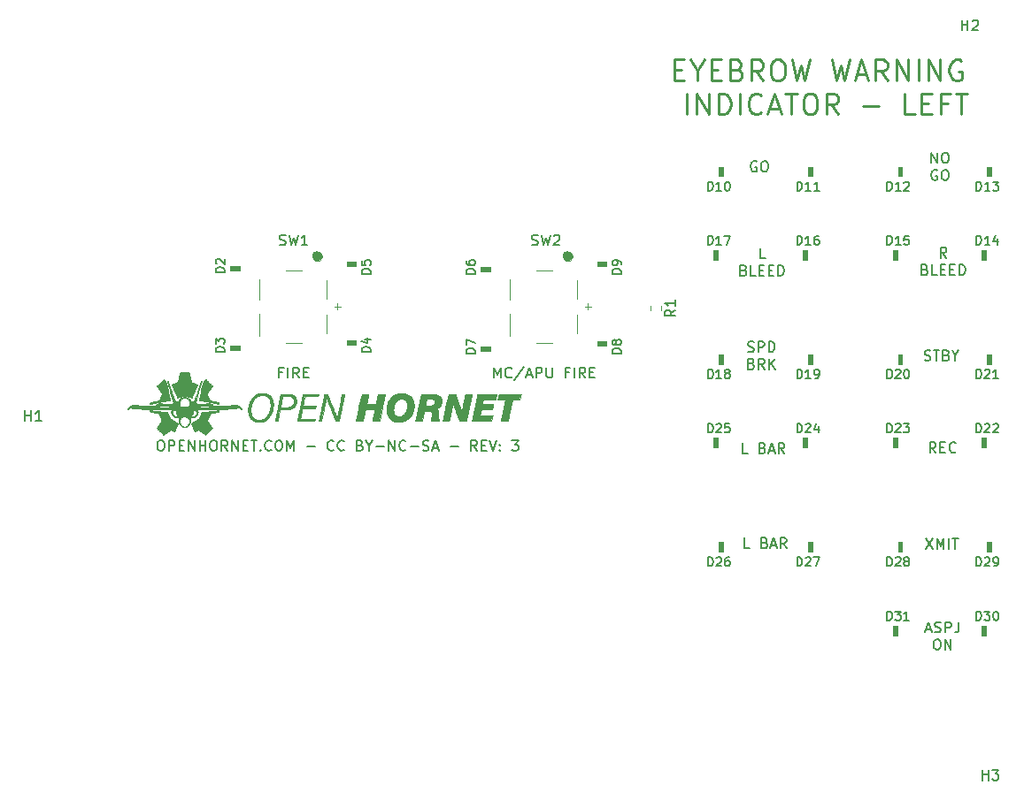
<source format=gbr>
%TF.GenerationSoftware,KiCad,Pcbnew,(5.1.9)-1*%
%TF.CreationDate,2021-09-11T23:24:30-06:00*%
%TF.ProjectId,ewi_v3_left,6577695f-7633-45f6-9c65-66742e6b6963,rev?*%
%TF.SameCoordinates,Original*%
%TF.FileFunction,Legend,Top*%
%TF.FilePolarity,Positive*%
%FSLAX46Y46*%
G04 Gerber Fmt 4.6, Leading zero omitted, Abs format (unit mm)*
G04 Created by KiCad (PCBNEW (5.1.9)-1) date 2021-09-11 23:24:30*
%MOMM*%
%LPD*%
G01*
G04 APERTURE LIST*
%ADD10C,0.150000*%
%ADD11C,0.250000*%
%ADD12C,0.100000*%
%ADD13C,0.010000*%
%ADD14C,0.120000*%
G04 APERTURE END LIST*
D10*
X189031760Y-117632263D02*
X189507951Y-117632263D01*
X188936522Y-117917977D02*
X189269856Y-116917977D01*
X189603189Y-117917977D01*
X189888903Y-117870358D02*
X190031760Y-117917977D01*
X190269856Y-117917977D01*
X190365094Y-117870358D01*
X190412713Y-117822739D01*
X190460332Y-117727501D01*
X190460332Y-117632263D01*
X190412713Y-117537025D01*
X190365094Y-117489406D01*
X190269856Y-117441787D01*
X190079379Y-117394168D01*
X189984141Y-117346549D01*
X189936522Y-117298930D01*
X189888903Y-117203692D01*
X189888903Y-117108454D01*
X189936522Y-117013216D01*
X189984141Y-116965597D01*
X190079379Y-116917977D01*
X190317475Y-116917977D01*
X190460332Y-116965597D01*
X190888903Y-117917977D02*
X190888903Y-116917977D01*
X191269856Y-116917977D01*
X191365094Y-116965597D01*
X191412713Y-117013216D01*
X191460332Y-117108454D01*
X191460332Y-117251311D01*
X191412713Y-117346549D01*
X191365094Y-117394168D01*
X191269856Y-117441787D01*
X190888903Y-117441787D01*
X192174618Y-116917977D02*
X192174618Y-117632263D01*
X192126999Y-117775120D01*
X192031760Y-117870358D01*
X191888903Y-117917977D01*
X191793665Y-117917977D01*
X190007951Y-118567977D02*
X190198427Y-118567977D01*
X190293665Y-118615597D01*
X190388903Y-118710835D01*
X190436522Y-118901311D01*
X190436522Y-119234644D01*
X190388903Y-119425120D01*
X190293665Y-119520358D01*
X190198427Y-119567977D01*
X190007951Y-119567977D01*
X189912713Y-119520358D01*
X189817475Y-119425120D01*
X189769856Y-119234644D01*
X189769856Y-118901311D01*
X189817475Y-118710835D01*
X189912713Y-118615597D01*
X190007951Y-118567977D01*
X190865094Y-119567977D02*
X190865094Y-118567977D01*
X191436522Y-119567977D01*
X191436522Y-118567977D01*
X189039689Y-108916477D02*
X189706356Y-109916477D01*
X189706356Y-108916477D02*
X189039689Y-109916477D01*
X190087308Y-109916477D02*
X190087308Y-108916477D01*
X190420641Y-109630763D01*
X190753975Y-108916477D01*
X190753975Y-109916477D01*
X191230165Y-109916477D02*
X191230165Y-108916477D01*
X191563499Y-108916477D02*
X192134927Y-108916477D01*
X191849213Y-109916477D02*
X191849213Y-108916477D01*
X172172499Y-109852977D02*
X171696308Y-109852977D01*
X171696308Y-108852977D01*
X173601070Y-109329168D02*
X173743927Y-109376787D01*
X173791546Y-109424406D01*
X173839165Y-109519644D01*
X173839165Y-109662501D01*
X173791546Y-109757739D01*
X173743927Y-109805358D01*
X173648689Y-109852977D01*
X173267737Y-109852977D01*
X173267737Y-108852977D01*
X173601070Y-108852977D01*
X173696308Y-108900597D01*
X173743927Y-108948216D01*
X173791546Y-109043454D01*
X173791546Y-109138692D01*
X173743927Y-109233930D01*
X173696308Y-109281549D01*
X173601070Y-109329168D01*
X173267737Y-109329168D01*
X174220118Y-109567263D02*
X174696308Y-109567263D01*
X174124879Y-109852977D02*
X174458213Y-108852977D01*
X174791546Y-109852977D01*
X175696308Y-109852977D02*
X175362975Y-109376787D01*
X175124879Y-109852977D02*
X175124879Y-108852977D01*
X175505832Y-108852977D01*
X175601070Y-108900597D01*
X175648689Y-108948216D01*
X175696308Y-109043454D01*
X175696308Y-109186311D01*
X175648689Y-109281549D01*
X175601070Y-109329168D01*
X175505832Y-109376787D01*
X175124879Y-109376787D01*
X189984141Y-100708977D02*
X189650808Y-100232787D01*
X189412713Y-100708977D02*
X189412713Y-99708977D01*
X189793665Y-99708977D01*
X189888903Y-99756597D01*
X189936522Y-99804216D01*
X189984141Y-99899454D01*
X189984141Y-100042311D01*
X189936522Y-100137549D01*
X189888903Y-100185168D01*
X189793665Y-100232787D01*
X189412713Y-100232787D01*
X190412713Y-100185168D02*
X190746046Y-100185168D01*
X190888903Y-100708977D02*
X190412713Y-100708977D01*
X190412713Y-99708977D01*
X190888903Y-99708977D01*
X191888903Y-100613739D02*
X191841284Y-100661358D01*
X191698427Y-100708977D01*
X191603189Y-100708977D01*
X191460332Y-100661358D01*
X191365094Y-100566120D01*
X191317475Y-100470882D01*
X191269856Y-100280406D01*
X191269856Y-100137549D01*
X191317475Y-99947073D01*
X191365094Y-99851835D01*
X191460332Y-99756597D01*
X191603189Y-99708977D01*
X191698427Y-99708977D01*
X191841284Y-99756597D01*
X191888903Y-99804216D01*
X171981999Y-100772477D02*
X171505808Y-100772477D01*
X171505808Y-99772477D01*
X173410570Y-100248668D02*
X173553427Y-100296287D01*
X173601046Y-100343906D01*
X173648665Y-100439144D01*
X173648665Y-100582001D01*
X173601046Y-100677239D01*
X173553427Y-100724858D01*
X173458189Y-100772477D01*
X173077237Y-100772477D01*
X173077237Y-99772477D01*
X173410570Y-99772477D01*
X173505808Y-99820097D01*
X173553427Y-99867716D01*
X173601046Y-99962954D01*
X173601046Y-100058192D01*
X173553427Y-100153430D01*
X173505808Y-100201049D01*
X173410570Y-100248668D01*
X173077237Y-100248668D01*
X174029618Y-100486763D02*
X174505808Y-100486763D01*
X173934379Y-100772477D02*
X174267713Y-99772477D01*
X174601046Y-100772477D01*
X175505808Y-100772477D02*
X175172475Y-100296287D01*
X174934379Y-100772477D02*
X174934379Y-99772477D01*
X175315332Y-99772477D01*
X175410570Y-99820097D01*
X175458189Y-99867716D01*
X175505808Y-99962954D01*
X175505808Y-100105811D01*
X175458189Y-100201049D01*
X175410570Y-100248668D01*
X175315332Y-100296287D01*
X174934379Y-100296287D01*
X188904760Y-91834858D02*
X189047618Y-91882477D01*
X189285713Y-91882477D01*
X189380951Y-91834858D01*
X189428570Y-91787239D01*
X189476189Y-91692001D01*
X189476189Y-91596763D01*
X189428570Y-91501525D01*
X189380951Y-91453906D01*
X189285713Y-91406287D01*
X189095237Y-91358668D01*
X188999999Y-91311049D01*
X188952379Y-91263430D01*
X188904760Y-91168192D01*
X188904760Y-91072954D01*
X188952379Y-90977716D01*
X188999999Y-90930097D01*
X189095237Y-90882477D01*
X189333332Y-90882477D01*
X189476189Y-90930097D01*
X189761903Y-90882477D02*
X190333332Y-90882477D01*
X190047618Y-91882477D02*
X190047618Y-90882477D01*
X190999999Y-91358668D02*
X191142856Y-91406287D01*
X191190475Y-91453906D01*
X191238094Y-91549144D01*
X191238094Y-91692001D01*
X191190475Y-91787239D01*
X191142856Y-91834858D01*
X191047618Y-91882477D01*
X190666665Y-91882477D01*
X190666665Y-90882477D01*
X190999999Y-90882477D01*
X191095237Y-90930097D01*
X191142856Y-90977716D01*
X191190475Y-91072954D01*
X191190475Y-91168192D01*
X191142856Y-91263430D01*
X191095237Y-91311049D01*
X190999999Y-91358668D01*
X190666665Y-91358668D01*
X191857141Y-91406287D02*
X191857141Y-91882477D01*
X191523808Y-90882477D02*
X191857141Y-91406287D01*
X192190475Y-90882477D01*
X172005784Y-91009858D02*
X172148641Y-91057477D01*
X172386737Y-91057477D01*
X172481975Y-91009858D01*
X172529594Y-90962239D01*
X172577213Y-90867001D01*
X172577213Y-90771763D01*
X172529594Y-90676525D01*
X172481975Y-90628906D01*
X172386737Y-90581287D01*
X172196260Y-90533668D01*
X172101022Y-90486049D01*
X172053403Y-90438430D01*
X172005784Y-90343192D01*
X172005784Y-90247954D01*
X172053403Y-90152716D01*
X172101022Y-90105097D01*
X172196260Y-90057477D01*
X172434356Y-90057477D01*
X172577213Y-90105097D01*
X173005784Y-91057477D02*
X173005784Y-90057477D01*
X173386737Y-90057477D01*
X173481975Y-90105097D01*
X173529594Y-90152716D01*
X173577213Y-90247954D01*
X173577213Y-90390811D01*
X173529594Y-90486049D01*
X173481975Y-90533668D01*
X173386737Y-90581287D01*
X173005784Y-90581287D01*
X174005784Y-91057477D02*
X174005784Y-90057477D01*
X174243879Y-90057477D01*
X174386737Y-90105097D01*
X174481975Y-90200335D01*
X174529594Y-90295573D01*
X174577213Y-90486049D01*
X174577213Y-90628906D01*
X174529594Y-90819382D01*
X174481975Y-90914620D01*
X174386737Y-91009858D01*
X174243879Y-91057477D01*
X174005784Y-91057477D01*
X172362927Y-92183668D02*
X172505784Y-92231287D01*
X172553403Y-92278906D01*
X172601022Y-92374144D01*
X172601022Y-92517001D01*
X172553403Y-92612239D01*
X172505784Y-92659858D01*
X172410546Y-92707477D01*
X172029594Y-92707477D01*
X172029594Y-91707477D01*
X172362927Y-91707477D01*
X172458165Y-91755097D01*
X172505784Y-91802716D01*
X172553403Y-91897954D01*
X172553403Y-91993192D01*
X172505784Y-92088430D01*
X172458165Y-92136049D01*
X172362927Y-92183668D01*
X172029594Y-92183668D01*
X173601022Y-92707477D02*
X173267689Y-92231287D01*
X173029594Y-92707477D02*
X173029594Y-91707477D01*
X173410546Y-91707477D01*
X173505784Y-91755097D01*
X173553403Y-91802716D01*
X173601022Y-91897954D01*
X173601022Y-92040811D01*
X173553403Y-92136049D01*
X173505784Y-92183668D01*
X173410546Y-92231287D01*
X173029594Y-92231287D01*
X174029594Y-92707477D02*
X174029594Y-91707477D01*
X174601022Y-92707477D02*
X174172451Y-92136049D01*
X174601022Y-91707477D02*
X174029594Y-92278906D01*
X191000022Y-82040477D02*
X190666689Y-81564287D01*
X190428594Y-82040477D02*
X190428594Y-81040477D01*
X190809546Y-81040477D01*
X190904784Y-81088097D01*
X190952403Y-81135716D01*
X191000022Y-81230954D01*
X191000022Y-81373811D01*
X190952403Y-81469049D01*
X190904784Y-81516668D01*
X190809546Y-81564287D01*
X190428594Y-81564287D01*
X188952403Y-83166668D02*
X189095260Y-83214287D01*
X189142879Y-83261906D01*
X189190499Y-83357144D01*
X189190499Y-83500001D01*
X189142879Y-83595239D01*
X189095260Y-83642858D01*
X189000022Y-83690477D01*
X188619070Y-83690477D01*
X188619070Y-82690477D01*
X188952403Y-82690477D01*
X189047641Y-82738097D01*
X189095260Y-82785716D01*
X189142879Y-82880954D01*
X189142879Y-82976192D01*
X189095260Y-83071430D01*
X189047641Y-83119049D01*
X188952403Y-83166668D01*
X188619070Y-83166668D01*
X190095260Y-83690477D02*
X189619070Y-83690477D01*
X189619070Y-82690477D01*
X190428594Y-83166668D02*
X190761927Y-83166668D01*
X190904784Y-83690477D02*
X190428594Y-83690477D01*
X190428594Y-82690477D01*
X190904784Y-82690477D01*
X191333356Y-83166668D02*
X191666689Y-83166668D01*
X191809546Y-83690477D02*
X191333356Y-83690477D01*
X191333356Y-82690477D01*
X191809546Y-82690477D01*
X192238118Y-83690477D02*
X192238118Y-82690477D01*
X192476213Y-82690477D01*
X192619070Y-82738097D01*
X192714308Y-82833335D01*
X192761927Y-82928573D01*
X192809546Y-83119049D01*
X192809546Y-83261906D01*
X192761927Y-83452382D01*
X192714308Y-83547620D01*
X192619070Y-83642858D01*
X192476213Y-83690477D01*
X192238118Y-83690477D01*
X173664522Y-82103977D02*
X173188332Y-82103977D01*
X173188332Y-81103977D01*
X171616903Y-83230168D02*
X171759760Y-83277787D01*
X171807379Y-83325406D01*
X171854999Y-83420644D01*
X171854999Y-83563501D01*
X171807379Y-83658739D01*
X171759760Y-83706358D01*
X171664522Y-83753977D01*
X171283570Y-83753977D01*
X171283570Y-82753977D01*
X171616903Y-82753977D01*
X171712141Y-82801597D01*
X171759760Y-82849216D01*
X171807379Y-82944454D01*
X171807379Y-83039692D01*
X171759760Y-83134930D01*
X171712141Y-83182549D01*
X171616903Y-83230168D01*
X171283570Y-83230168D01*
X172759760Y-83753977D02*
X172283570Y-83753977D01*
X172283570Y-82753977D01*
X173093094Y-83230168D02*
X173426427Y-83230168D01*
X173569284Y-83753977D02*
X173093094Y-83753977D01*
X173093094Y-82753977D01*
X173569284Y-82753977D01*
X173997856Y-83230168D02*
X174331189Y-83230168D01*
X174474046Y-83753977D02*
X173997856Y-83753977D01*
X173997856Y-82753977D01*
X174474046Y-82753977D01*
X174902618Y-83753977D02*
X174902618Y-82753977D01*
X175140713Y-82753977D01*
X175283570Y-82801597D01*
X175378808Y-82896835D01*
X175426427Y-82992073D01*
X175474046Y-83182549D01*
X175474046Y-83325406D01*
X175426427Y-83515882D01*
X175378808Y-83611120D01*
X175283570Y-83706358D01*
X175140713Y-83753977D01*
X174902618Y-83753977D01*
X189563475Y-72959977D02*
X189563475Y-71959977D01*
X190134903Y-72959977D01*
X190134903Y-71959977D01*
X190801570Y-71959977D02*
X190992046Y-71959977D01*
X191087284Y-72007597D01*
X191182522Y-72102835D01*
X191230141Y-72293311D01*
X191230141Y-72626644D01*
X191182522Y-72817120D01*
X191087284Y-72912358D01*
X190992046Y-72959977D01*
X190801570Y-72959977D01*
X190706332Y-72912358D01*
X190611094Y-72817120D01*
X190563475Y-72626644D01*
X190563475Y-72293311D01*
X190611094Y-72102835D01*
X190706332Y-72007597D01*
X190801570Y-71959977D01*
X190111094Y-73657597D02*
X190015856Y-73609977D01*
X189872999Y-73609977D01*
X189730141Y-73657597D01*
X189634903Y-73752835D01*
X189587284Y-73848073D01*
X189539665Y-74038549D01*
X189539665Y-74181406D01*
X189587284Y-74371882D01*
X189634903Y-74467120D01*
X189730141Y-74562358D01*
X189872999Y-74609977D01*
X189968237Y-74609977D01*
X190111094Y-74562358D01*
X190158713Y-74514739D01*
X190158713Y-74181406D01*
X189968237Y-74181406D01*
X190777760Y-73609977D02*
X190968237Y-73609977D01*
X191063475Y-73657597D01*
X191158713Y-73752835D01*
X191206332Y-73943311D01*
X191206332Y-74276644D01*
X191158713Y-74467120D01*
X191063475Y-74562358D01*
X190968237Y-74609977D01*
X190777760Y-74609977D01*
X190682522Y-74562358D01*
X190587284Y-74467120D01*
X190539665Y-74276644D01*
X190539665Y-73943311D01*
X190587284Y-73752835D01*
X190682522Y-73657597D01*
X190777760Y-73609977D01*
X172839094Y-72832597D02*
X172743856Y-72784977D01*
X172600999Y-72784977D01*
X172458141Y-72832597D01*
X172362903Y-72927835D01*
X172315284Y-73023073D01*
X172267665Y-73213549D01*
X172267665Y-73356406D01*
X172315284Y-73546882D01*
X172362903Y-73642120D01*
X172458141Y-73737358D01*
X172600999Y-73784977D01*
X172696237Y-73784977D01*
X172839094Y-73737358D01*
X172886713Y-73689739D01*
X172886713Y-73356406D01*
X172696237Y-73356406D01*
X173505760Y-72784977D02*
X173696237Y-72784977D01*
X173791475Y-72832597D01*
X173886713Y-72927835D01*
X173934332Y-73118311D01*
X173934332Y-73451644D01*
X173886713Y-73642120D01*
X173791475Y-73737358D01*
X173696237Y-73784977D01*
X173505760Y-73784977D01*
X173410522Y-73737358D01*
X173315284Y-73642120D01*
X173267665Y-73451644D01*
X173267665Y-73118311D01*
X173315284Y-72927835D01*
X173410522Y-72832597D01*
X173505760Y-72784977D01*
D11*
X164974808Y-64008239D02*
X165641475Y-64008239D01*
X165927189Y-65055858D02*
X164974808Y-65055858D01*
X164974808Y-63055858D01*
X165927189Y-63055858D01*
X167165284Y-64103477D02*
X167165284Y-65055858D01*
X166498618Y-63055858D02*
X167165284Y-64103477D01*
X167831951Y-63055858D01*
X168498618Y-64008239D02*
X169165284Y-64008239D01*
X169450999Y-65055858D02*
X168498618Y-65055858D01*
X168498618Y-63055858D01*
X169450999Y-63055858D01*
X170974808Y-64008239D02*
X171260522Y-64103477D01*
X171355760Y-64198716D01*
X171450999Y-64389192D01*
X171450999Y-64674906D01*
X171355760Y-64865382D01*
X171260522Y-64960620D01*
X171070046Y-65055858D01*
X170308141Y-65055858D01*
X170308141Y-63055858D01*
X170974808Y-63055858D01*
X171165284Y-63151097D01*
X171260522Y-63246335D01*
X171355760Y-63436811D01*
X171355760Y-63627287D01*
X171260522Y-63817763D01*
X171165284Y-63913001D01*
X170974808Y-64008239D01*
X170308141Y-64008239D01*
X173450999Y-65055858D02*
X172784332Y-64103477D01*
X172308141Y-65055858D02*
X172308141Y-63055858D01*
X173070046Y-63055858D01*
X173260522Y-63151097D01*
X173355760Y-63246335D01*
X173450999Y-63436811D01*
X173450999Y-63722525D01*
X173355760Y-63913001D01*
X173260522Y-64008239D01*
X173070046Y-64103477D01*
X172308141Y-64103477D01*
X174689094Y-63055858D02*
X175070046Y-63055858D01*
X175260522Y-63151097D01*
X175450999Y-63341573D01*
X175546237Y-63722525D01*
X175546237Y-64389192D01*
X175450999Y-64770144D01*
X175260522Y-64960620D01*
X175070046Y-65055858D01*
X174689094Y-65055858D01*
X174498618Y-64960620D01*
X174308141Y-64770144D01*
X174212903Y-64389192D01*
X174212903Y-63722525D01*
X174308141Y-63341573D01*
X174498618Y-63151097D01*
X174689094Y-63055858D01*
X176212903Y-63055858D02*
X176689094Y-65055858D01*
X177070046Y-63627287D01*
X177450999Y-65055858D01*
X177927189Y-63055858D01*
X180022427Y-63055858D02*
X180498618Y-65055858D01*
X180879570Y-63627287D01*
X181260522Y-65055858D01*
X181736713Y-63055858D01*
X182403379Y-64484430D02*
X183355760Y-64484430D01*
X182212903Y-65055858D02*
X182879570Y-63055858D01*
X183546237Y-65055858D01*
X185355760Y-65055858D02*
X184689094Y-64103477D01*
X184212903Y-65055858D02*
X184212903Y-63055858D01*
X184974808Y-63055858D01*
X185165284Y-63151097D01*
X185260522Y-63246335D01*
X185355760Y-63436811D01*
X185355760Y-63722525D01*
X185260522Y-63913001D01*
X185165284Y-64008239D01*
X184974808Y-64103477D01*
X184212903Y-64103477D01*
X186212903Y-65055858D02*
X186212903Y-63055858D01*
X187355760Y-65055858D01*
X187355760Y-63055858D01*
X188308141Y-65055858D02*
X188308141Y-63055858D01*
X189260522Y-65055858D02*
X189260522Y-63055858D01*
X190403379Y-65055858D01*
X190403379Y-63055858D01*
X192403379Y-63151097D02*
X192212903Y-63055858D01*
X191927189Y-63055858D01*
X191641475Y-63151097D01*
X191450999Y-63341573D01*
X191355760Y-63532049D01*
X191260522Y-63913001D01*
X191260522Y-64198716D01*
X191355760Y-64579668D01*
X191450999Y-64770144D01*
X191641475Y-64960620D01*
X191927189Y-65055858D01*
X192117665Y-65055858D01*
X192403379Y-64960620D01*
X192498618Y-64865382D01*
X192498618Y-64198716D01*
X192117665Y-64198716D01*
X166165284Y-68305858D02*
X166165284Y-66305858D01*
X167117665Y-68305858D02*
X167117665Y-66305858D01*
X168260522Y-68305858D01*
X168260522Y-66305858D01*
X169212903Y-68305858D02*
X169212903Y-66305858D01*
X169689094Y-66305858D01*
X169974808Y-66401097D01*
X170165284Y-66591573D01*
X170260522Y-66782049D01*
X170355760Y-67163001D01*
X170355760Y-67448716D01*
X170260522Y-67829668D01*
X170165284Y-68020144D01*
X169974808Y-68210620D01*
X169689094Y-68305858D01*
X169212903Y-68305858D01*
X171212903Y-68305858D02*
X171212903Y-66305858D01*
X173308141Y-68115382D02*
X173212903Y-68210620D01*
X172927189Y-68305858D01*
X172736713Y-68305858D01*
X172450999Y-68210620D01*
X172260522Y-68020144D01*
X172165284Y-67829668D01*
X172070046Y-67448716D01*
X172070046Y-67163001D01*
X172165284Y-66782049D01*
X172260522Y-66591573D01*
X172450999Y-66401097D01*
X172736713Y-66305858D01*
X172927189Y-66305858D01*
X173212903Y-66401097D01*
X173308141Y-66496335D01*
X174070046Y-67734430D02*
X175022427Y-67734430D01*
X173879570Y-68305858D02*
X174546237Y-66305858D01*
X175212903Y-68305858D01*
X175593856Y-66305858D02*
X176736713Y-66305858D01*
X176165284Y-68305858D02*
X176165284Y-66305858D01*
X177784332Y-66305858D02*
X178165284Y-66305858D01*
X178355760Y-66401097D01*
X178546237Y-66591573D01*
X178641475Y-66972525D01*
X178641475Y-67639192D01*
X178546237Y-68020144D01*
X178355760Y-68210620D01*
X178165284Y-68305858D01*
X177784332Y-68305858D01*
X177593856Y-68210620D01*
X177403379Y-68020144D01*
X177308141Y-67639192D01*
X177308141Y-66972525D01*
X177403379Y-66591573D01*
X177593856Y-66401097D01*
X177784332Y-66305858D01*
X180641475Y-68305858D02*
X179974808Y-67353477D01*
X179498618Y-68305858D02*
X179498618Y-66305858D01*
X180260522Y-66305858D01*
X180450999Y-66401097D01*
X180546237Y-66496335D01*
X180641475Y-66686811D01*
X180641475Y-66972525D01*
X180546237Y-67163001D01*
X180450999Y-67258239D01*
X180260522Y-67353477D01*
X179498618Y-67353477D01*
X183022427Y-67543954D02*
X184546237Y-67543954D01*
X187974808Y-68305858D02*
X187022427Y-68305858D01*
X187022427Y-66305858D01*
X188641475Y-67258239D02*
X189308141Y-67258239D01*
X189593856Y-68305858D02*
X188641475Y-68305858D01*
X188641475Y-66305858D01*
X189593856Y-66305858D01*
X191117665Y-67258239D02*
X190450999Y-67258239D01*
X190450999Y-68305858D02*
X190450999Y-66305858D01*
X191403379Y-66305858D01*
X191879570Y-66305858D02*
X193022427Y-66305858D01*
X192450998Y-68305858D02*
X192450998Y-66305858D01*
D10*
X115754689Y-99518477D02*
X115945165Y-99518477D01*
X116040403Y-99566097D01*
X116135641Y-99661335D01*
X116183260Y-99851811D01*
X116183260Y-100185144D01*
X116135641Y-100375620D01*
X116040403Y-100470858D01*
X115945165Y-100518477D01*
X115754689Y-100518477D01*
X115659451Y-100470858D01*
X115564213Y-100375620D01*
X115516594Y-100185144D01*
X115516594Y-99851811D01*
X115564213Y-99661335D01*
X115659451Y-99566097D01*
X115754689Y-99518477D01*
X116611832Y-100518477D02*
X116611832Y-99518477D01*
X116992784Y-99518477D01*
X117088022Y-99566097D01*
X117135641Y-99613716D01*
X117183260Y-99708954D01*
X117183260Y-99851811D01*
X117135641Y-99947049D01*
X117088022Y-99994668D01*
X116992784Y-100042287D01*
X116611832Y-100042287D01*
X117611832Y-99994668D02*
X117945165Y-99994668D01*
X118088022Y-100518477D02*
X117611832Y-100518477D01*
X117611832Y-99518477D01*
X118088022Y-99518477D01*
X118516594Y-100518477D02*
X118516594Y-99518477D01*
X119088022Y-100518477D01*
X119088022Y-99518477D01*
X119564213Y-100518477D02*
X119564213Y-99518477D01*
X119564213Y-99994668D02*
X120135641Y-99994668D01*
X120135641Y-100518477D02*
X120135641Y-99518477D01*
X120802308Y-99518477D02*
X120992784Y-99518477D01*
X121088022Y-99566097D01*
X121183260Y-99661335D01*
X121230879Y-99851811D01*
X121230879Y-100185144D01*
X121183260Y-100375620D01*
X121088022Y-100470858D01*
X120992784Y-100518477D01*
X120802308Y-100518477D01*
X120707070Y-100470858D01*
X120611832Y-100375620D01*
X120564213Y-100185144D01*
X120564213Y-99851811D01*
X120611832Y-99661335D01*
X120707070Y-99566097D01*
X120802308Y-99518477D01*
X122230879Y-100518477D02*
X121897546Y-100042287D01*
X121659451Y-100518477D02*
X121659451Y-99518477D01*
X122040403Y-99518477D01*
X122135641Y-99566097D01*
X122183260Y-99613716D01*
X122230879Y-99708954D01*
X122230879Y-99851811D01*
X122183260Y-99947049D01*
X122135641Y-99994668D01*
X122040403Y-100042287D01*
X121659451Y-100042287D01*
X122659451Y-100518477D02*
X122659451Y-99518477D01*
X123230879Y-100518477D01*
X123230879Y-99518477D01*
X123707070Y-99994668D02*
X124040403Y-99994668D01*
X124183260Y-100518477D02*
X123707070Y-100518477D01*
X123707070Y-99518477D01*
X124183260Y-99518477D01*
X124468975Y-99518477D02*
X125040403Y-99518477D01*
X124754689Y-100518477D02*
X124754689Y-99518477D01*
X125373737Y-100423239D02*
X125421356Y-100470858D01*
X125373737Y-100518477D01*
X125326118Y-100470858D01*
X125373737Y-100423239D01*
X125373737Y-100518477D01*
X126421356Y-100423239D02*
X126373737Y-100470858D01*
X126230879Y-100518477D01*
X126135641Y-100518477D01*
X125992784Y-100470858D01*
X125897546Y-100375620D01*
X125849927Y-100280382D01*
X125802308Y-100089906D01*
X125802308Y-99947049D01*
X125849927Y-99756573D01*
X125897546Y-99661335D01*
X125992784Y-99566097D01*
X126135641Y-99518477D01*
X126230879Y-99518477D01*
X126373737Y-99566097D01*
X126421356Y-99613716D01*
X127040403Y-99518477D02*
X127230879Y-99518477D01*
X127326118Y-99566097D01*
X127421356Y-99661335D01*
X127468975Y-99851811D01*
X127468975Y-100185144D01*
X127421356Y-100375620D01*
X127326118Y-100470858D01*
X127230879Y-100518477D01*
X127040403Y-100518477D01*
X126945165Y-100470858D01*
X126849927Y-100375620D01*
X126802308Y-100185144D01*
X126802308Y-99851811D01*
X126849927Y-99661335D01*
X126945165Y-99566097D01*
X127040403Y-99518477D01*
X127897546Y-100518477D02*
X127897546Y-99518477D01*
X128230879Y-100232763D01*
X128564213Y-99518477D01*
X128564213Y-100518477D01*
X129802308Y-100137525D02*
X130564213Y-100137525D01*
X132373737Y-100423239D02*
X132326118Y-100470858D01*
X132183260Y-100518477D01*
X132088022Y-100518477D01*
X131945165Y-100470858D01*
X131849927Y-100375620D01*
X131802308Y-100280382D01*
X131754689Y-100089906D01*
X131754689Y-99947049D01*
X131802308Y-99756573D01*
X131849927Y-99661335D01*
X131945165Y-99566097D01*
X132088022Y-99518477D01*
X132183260Y-99518477D01*
X132326118Y-99566097D01*
X132373737Y-99613716D01*
X133373737Y-100423239D02*
X133326118Y-100470858D01*
X133183260Y-100518477D01*
X133088022Y-100518477D01*
X132945165Y-100470858D01*
X132849927Y-100375620D01*
X132802308Y-100280382D01*
X132754689Y-100089906D01*
X132754689Y-99947049D01*
X132802308Y-99756573D01*
X132849927Y-99661335D01*
X132945165Y-99566097D01*
X133088022Y-99518477D01*
X133183260Y-99518477D01*
X133326118Y-99566097D01*
X133373737Y-99613716D01*
X134897546Y-99994668D02*
X135040403Y-100042287D01*
X135088022Y-100089906D01*
X135135641Y-100185144D01*
X135135641Y-100328001D01*
X135088022Y-100423239D01*
X135040403Y-100470858D01*
X134945165Y-100518477D01*
X134564213Y-100518477D01*
X134564213Y-99518477D01*
X134897546Y-99518477D01*
X134992784Y-99566097D01*
X135040403Y-99613716D01*
X135088022Y-99708954D01*
X135088022Y-99804192D01*
X135040403Y-99899430D01*
X134992784Y-99947049D01*
X134897546Y-99994668D01*
X134564213Y-99994668D01*
X135754689Y-100042287D02*
X135754689Y-100518477D01*
X135421356Y-99518477D02*
X135754689Y-100042287D01*
X136088022Y-99518477D01*
X136421356Y-100137525D02*
X137183260Y-100137525D01*
X137659451Y-100518477D02*
X137659451Y-99518477D01*
X138230879Y-100518477D01*
X138230879Y-99518477D01*
X139278499Y-100423239D02*
X139230879Y-100470858D01*
X139088022Y-100518477D01*
X138992784Y-100518477D01*
X138849927Y-100470858D01*
X138754689Y-100375620D01*
X138707070Y-100280382D01*
X138659451Y-100089906D01*
X138659451Y-99947049D01*
X138707070Y-99756573D01*
X138754689Y-99661335D01*
X138849927Y-99566097D01*
X138992784Y-99518477D01*
X139088022Y-99518477D01*
X139230879Y-99566097D01*
X139278499Y-99613716D01*
X139707070Y-100137525D02*
X140468975Y-100137525D01*
X140897546Y-100470858D02*
X141040403Y-100518477D01*
X141278499Y-100518477D01*
X141373737Y-100470858D01*
X141421356Y-100423239D01*
X141468975Y-100328001D01*
X141468975Y-100232763D01*
X141421356Y-100137525D01*
X141373737Y-100089906D01*
X141278499Y-100042287D01*
X141088022Y-99994668D01*
X140992784Y-99947049D01*
X140945165Y-99899430D01*
X140897546Y-99804192D01*
X140897546Y-99708954D01*
X140945165Y-99613716D01*
X140992784Y-99566097D01*
X141088022Y-99518477D01*
X141326118Y-99518477D01*
X141468975Y-99566097D01*
X141849927Y-100232763D02*
X142326118Y-100232763D01*
X141754689Y-100518477D02*
X142088022Y-99518477D01*
X142421356Y-100518477D01*
X143516594Y-100137525D02*
X144278499Y-100137525D01*
X146088022Y-100518477D02*
X145754689Y-100042287D01*
X145516594Y-100518477D02*
X145516594Y-99518477D01*
X145897546Y-99518477D01*
X145992784Y-99566097D01*
X146040403Y-99613716D01*
X146088022Y-99708954D01*
X146088022Y-99851811D01*
X146040403Y-99947049D01*
X145992784Y-99994668D01*
X145897546Y-100042287D01*
X145516594Y-100042287D01*
X146516594Y-99994668D02*
X146849927Y-99994668D01*
X146992784Y-100518477D02*
X146516594Y-100518477D01*
X146516594Y-99518477D01*
X146992784Y-99518477D01*
X147278499Y-99518477D02*
X147611832Y-100518477D01*
X147945165Y-99518477D01*
X148278499Y-100423239D02*
X148326118Y-100470858D01*
X148278499Y-100518477D01*
X148230879Y-100470858D01*
X148278499Y-100423239D01*
X148278499Y-100518477D01*
X148278499Y-99899430D02*
X148326118Y-99947049D01*
X148278499Y-99994668D01*
X148230879Y-99947049D01*
X148278499Y-99899430D01*
X148278499Y-99994668D01*
X149421356Y-99518477D02*
X150040403Y-99518477D01*
X149707070Y-99899430D01*
X149849927Y-99899430D01*
X149945165Y-99947049D01*
X149992784Y-99994668D01*
X150040403Y-100089906D01*
X150040403Y-100328001D01*
X149992784Y-100423239D01*
X149945165Y-100470858D01*
X149849927Y-100518477D01*
X149564213Y-100518477D01*
X149468975Y-100470858D01*
X149421356Y-100423239D01*
D12*
%TO.C,D31*%
G36*
X186359799Y-118268750D02*
G01*
X185859799Y-118268750D01*
X185859799Y-117268750D01*
X186359799Y-117268750D01*
X186359799Y-118268750D01*
G37*
%TO.C,D30*%
G36*
X194894199Y-118268750D02*
G01*
X194394199Y-118268750D01*
X194394199Y-117268750D01*
X194894199Y-117268750D01*
X194894199Y-118268750D01*
G37*
%TO.C,D29*%
G36*
X194894199Y-109277150D02*
G01*
X195394199Y-109277150D01*
X195394199Y-110277150D01*
X194894199Y-110277150D01*
X194894199Y-109277150D01*
G37*
%TO.C,D28*%
G36*
X186359799Y-109277150D02*
G01*
X186859799Y-109277150D01*
X186859799Y-110277150D01*
X186359799Y-110277150D01*
X186359799Y-109277150D01*
G37*
%TO.C,D27*%
G36*
X177749199Y-109277150D02*
G01*
X178249199Y-109277150D01*
X178249199Y-110277150D01*
X177749199Y-110277150D01*
X177749199Y-109277150D01*
G37*
%TO.C,D26*%
G36*
X169214799Y-109277150D02*
G01*
X169714799Y-109277150D01*
X169714799Y-110277150D01*
X169214799Y-110277150D01*
X169214799Y-109277150D01*
G37*
%TO.C,D25*%
G36*
X169214799Y-100285550D02*
G01*
X168714799Y-100285550D01*
X168714799Y-99285550D01*
X169214799Y-99285550D01*
X169214799Y-100285550D01*
G37*
%TO.C,D24*%
G36*
X177749199Y-100285550D02*
G01*
X177249199Y-100285550D01*
X177249199Y-99285550D01*
X177749199Y-99285550D01*
X177749199Y-100285550D01*
G37*
%TO.C,D23*%
G36*
X186359799Y-100285550D02*
G01*
X185859799Y-100285550D01*
X185859799Y-99285550D01*
X186359799Y-99285550D01*
X186359799Y-100285550D01*
G37*
%TO.C,D22*%
G36*
X194894199Y-100285550D02*
G01*
X194394199Y-100285550D01*
X194394199Y-99285550D01*
X194894199Y-99285550D01*
X194894199Y-100285550D01*
G37*
%TO.C,D21*%
G36*
X194894199Y-91293950D02*
G01*
X195394199Y-91293950D01*
X195394199Y-92293950D01*
X194894199Y-92293950D01*
X194894199Y-91293950D01*
G37*
%TO.C,D20*%
G36*
X186359799Y-91293950D02*
G01*
X186859799Y-91293950D01*
X186859799Y-92293950D01*
X186359799Y-92293950D01*
X186359799Y-91293950D01*
G37*
%TO.C,D19*%
G36*
X177749199Y-91293950D02*
G01*
X178249199Y-91293950D01*
X178249199Y-92293950D01*
X177749199Y-92293950D01*
X177749199Y-91293950D01*
G37*
%TO.C,D18*%
G36*
X169214799Y-91293950D02*
G01*
X169714799Y-91293950D01*
X169714799Y-92293950D01*
X169214799Y-92293950D01*
X169214799Y-91293950D01*
G37*
%TO.C,D17*%
G36*
X169214799Y-82302351D02*
G01*
X168714799Y-82302351D01*
X168714799Y-81302351D01*
X169214799Y-81302351D01*
X169214799Y-82302351D01*
G37*
%TO.C,D16*%
G36*
X177749199Y-82302351D02*
G01*
X177249199Y-82302351D01*
X177249199Y-81302351D01*
X177749199Y-81302351D01*
X177749199Y-82302351D01*
G37*
%TO.C,D15*%
G36*
X186359799Y-82302351D02*
G01*
X185859799Y-82302351D01*
X185859799Y-81302351D01*
X186359799Y-81302351D01*
X186359799Y-82302351D01*
G37*
%TO.C,D14*%
G36*
X194894199Y-82302351D02*
G01*
X194394199Y-82302351D01*
X194394199Y-81302351D01*
X194894199Y-81302351D01*
X194894199Y-82302351D01*
G37*
%TO.C,D13*%
G36*
X194894199Y-73310751D02*
G01*
X195394199Y-73310751D01*
X195394199Y-74310751D01*
X194894199Y-74310751D01*
X194894199Y-73310751D01*
G37*
%TO.C,D12*%
G36*
X186359799Y-73310751D02*
G01*
X186859799Y-73310751D01*
X186859799Y-74310751D01*
X186359799Y-74310751D01*
X186359799Y-73310751D01*
G37*
%TO.C,D11*%
G36*
X177749199Y-73310750D02*
G01*
X178249199Y-73310750D01*
X178249199Y-74310750D01*
X177749199Y-74310750D01*
X177749199Y-73310750D01*
G37*
%TO.C,D10*%
G36*
X169214799Y-73310750D02*
G01*
X169714799Y-73310750D01*
X169714799Y-74310750D01*
X169214799Y-74310750D01*
X169214799Y-73310750D01*
G37*
%TO.C,D9*%
G36*
X157583249Y-82928149D02*
G01*
X157583249Y-82428149D01*
X158583249Y-82428149D01*
X158583249Y-82928149D01*
X157583249Y-82928149D01*
G37*
%TO.C,D8*%
G36*
X157583249Y-90548149D02*
G01*
X157583249Y-90048149D01*
X158583249Y-90048149D01*
X158583249Y-90548149D01*
X157583249Y-90548149D01*
G37*
%TO.C,D7*%
G36*
X147423249Y-90548149D02*
G01*
X147423249Y-91048149D01*
X146423249Y-91048149D01*
X146423249Y-90548149D01*
X147423249Y-90548149D01*
G37*
%TO.C,D6*%
G36*
X147423249Y-82928149D02*
G01*
X147423249Y-83428149D01*
X146423249Y-83428149D01*
X146423249Y-82928149D01*
X147423249Y-82928149D01*
G37*
%TO.C,D5*%
G36*
X133623249Y-82928149D02*
G01*
X133623249Y-82428149D01*
X134623249Y-82428149D01*
X134623249Y-82928149D01*
X133623249Y-82928149D01*
G37*
%TO.C,D4*%
G36*
X133623249Y-90418093D02*
G01*
X133623249Y-89918093D01*
X134623249Y-89918093D01*
X134623249Y-90418093D01*
X133623249Y-90418093D01*
G37*
%TO.C,D3*%
G36*
X123463249Y-90418093D02*
G01*
X123463249Y-90918093D01*
X122463249Y-90918093D01*
X122463249Y-90418093D01*
X123463249Y-90418093D01*
G37*
%TO.C,D2*%
G36*
X123463249Y-82798093D02*
G01*
X123463249Y-83298093D01*
X122463249Y-83298093D01*
X122463249Y-82798093D01*
X123463249Y-82798093D01*
G37*
D13*
%TO.C,G\u002A\u002A\u002A*%
G36*
X114826129Y-96650266D02*
G01*
X114838942Y-96651635D01*
X114859173Y-96653850D01*
X114886325Y-96656852D01*
X114919902Y-96660586D01*
X114959405Y-96664996D01*
X115004339Y-96670026D01*
X115054206Y-96675619D01*
X115108508Y-96681719D01*
X115166750Y-96688270D01*
X115228433Y-96695215D01*
X115293061Y-96702499D01*
X115360137Y-96710065D01*
X115429164Y-96717857D01*
X115499644Y-96725818D01*
X115571080Y-96733893D01*
X115642977Y-96742025D01*
X115714835Y-96750158D01*
X115786159Y-96758236D01*
X115856451Y-96766202D01*
X115925215Y-96774001D01*
X115991952Y-96781575D01*
X116056167Y-96788870D01*
X116117362Y-96795828D01*
X116175040Y-96802393D01*
X116228704Y-96808510D01*
X116277857Y-96814121D01*
X116322001Y-96819171D01*
X116360641Y-96823603D01*
X116393278Y-96827362D01*
X116419415Y-96830390D01*
X116438557Y-96832633D01*
X116450205Y-96834032D01*
X116453261Y-96834426D01*
X116464822Y-96836884D01*
X116470610Y-96841247D01*
X116473199Y-96848855D01*
X116475446Y-96855268D01*
X116480837Y-96868495D01*
X116488979Y-96887660D01*
X116499477Y-96911887D01*
X116511937Y-96940297D01*
X116525965Y-96972014D01*
X116541167Y-97006162D01*
X116557149Y-97041863D01*
X116573516Y-97078241D01*
X116589874Y-97114418D01*
X116605828Y-97149519D01*
X116620986Y-97182665D01*
X116634952Y-97212980D01*
X116647332Y-97239587D01*
X116657732Y-97261610D01*
X116665758Y-97278171D01*
X116669692Y-97285929D01*
X116690563Y-97321264D01*
X116717178Y-97359428D01*
X116748100Y-97398767D01*
X116781889Y-97437627D01*
X116817106Y-97474356D01*
X116852314Y-97507299D01*
X116886073Y-97534805D01*
X116886566Y-97535171D01*
X116894184Y-97540243D01*
X116908405Y-97549130D01*
X116928506Y-97561405D01*
X116953761Y-97576642D01*
X116983445Y-97594416D01*
X117016834Y-97614301D01*
X117053202Y-97635872D01*
X117091825Y-97658702D01*
X117131978Y-97682366D01*
X117172936Y-97706438D01*
X117213975Y-97730493D01*
X117254369Y-97754105D01*
X117293393Y-97776847D01*
X117330324Y-97798295D01*
X117364435Y-97818022D01*
X117395003Y-97835603D01*
X117421301Y-97850612D01*
X117442607Y-97862623D01*
X117458193Y-97871211D01*
X117463472Y-97874014D01*
X117482340Y-97883813D01*
X117322051Y-98271163D01*
X117293593Y-98339791D01*
X117267479Y-98402466D01*
X117243798Y-98458986D01*
X117222637Y-98509145D01*
X117204083Y-98552739D01*
X117188225Y-98589564D01*
X117175149Y-98619417D01*
X117164944Y-98642092D01*
X117157697Y-98657386D01*
X117153494Y-98665094D01*
X117152812Y-98665922D01*
X117141932Y-98671639D01*
X117133003Y-98673330D01*
X117126975Y-98671383D01*
X117114359Y-98665826D01*
X117096011Y-98657084D01*
X117072786Y-98645583D01*
X117045541Y-98631749D01*
X117015130Y-98616007D01*
X116982408Y-98598784D01*
X116971342Y-98592897D01*
X116932105Y-98572022D01*
X116899547Y-98554879D01*
X116872909Y-98541158D01*
X116851431Y-98530545D01*
X116834353Y-98522730D01*
X116820915Y-98517403D01*
X116810359Y-98514251D01*
X116801923Y-98512963D01*
X116794849Y-98513228D01*
X116788377Y-98514736D01*
X116784183Y-98516215D01*
X116779339Y-98519111D01*
X116768022Y-98526468D01*
X116750734Y-98537948D01*
X116727975Y-98553210D01*
X116700247Y-98571916D01*
X116668050Y-98593725D01*
X116631886Y-98618298D01*
X116592255Y-98645296D01*
X116549659Y-98674379D01*
X116504599Y-98705207D01*
X116457576Y-98737442D01*
X116446833Y-98744815D01*
X116390677Y-98783360D01*
X116341067Y-98817382D01*
X116297565Y-98847147D01*
X116259735Y-98872918D01*
X116227140Y-98894963D01*
X116199342Y-98913545D01*
X116175905Y-98928930D01*
X116156392Y-98941383D01*
X116140365Y-98951170D01*
X116127389Y-98958555D01*
X116117025Y-98963805D01*
X116108836Y-98967183D01*
X116102387Y-98968956D01*
X116097239Y-98969388D01*
X116092956Y-98968745D01*
X116089101Y-98967292D01*
X116085236Y-98965294D01*
X116084349Y-98964812D01*
X116079810Y-98960995D01*
X116069816Y-98951661D01*
X116054867Y-98937309D01*
X116035461Y-98918437D01*
X116012095Y-98895544D01*
X115985269Y-98869128D01*
X115955480Y-98839687D01*
X115923227Y-98807719D01*
X115889009Y-98773724D01*
X115853324Y-98738198D01*
X115816669Y-98701641D01*
X115779544Y-98664550D01*
X115742446Y-98627425D01*
X115705875Y-98590762D01*
X115670328Y-98555062D01*
X115636304Y-98520821D01*
X115604300Y-98488539D01*
X115574817Y-98458713D01*
X115548351Y-98431842D01*
X115525401Y-98408424D01*
X115506465Y-98388957D01*
X115492043Y-98373941D01*
X115482631Y-98363872D01*
X115478729Y-98359250D01*
X115478710Y-98359215D01*
X115474534Y-98349966D01*
X115472725Y-98341051D01*
X115473714Y-98331300D01*
X115477938Y-98319542D01*
X115485830Y-98304606D01*
X115497825Y-98285322D01*
X115514356Y-98260519D01*
X115516479Y-98257390D01*
X115526116Y-98243245D01*
X115540054Y-98222842D01*
X115557800Y-98196904D01*
X115578859Y-98166152D01*
X115602738Y-98131305D01*
X115628943Y-98093084D01*
X115656978Y-98052212D01*
X115686351Y-98009408D01*
X115716566Y-97965393D01*
X115743520Y-97926147D01*
X115772901Y-97883306D01*
X115800975Y-97842241D01*
X115827357Y-97803524D01*
X115851663Y-97767723D01*
X115873509Y-97735409D01*
X115892510Y-97707153D01*
X115908282Y-97683524D01*
X115920440Y-97665092D01*
X115928600Y-97652428D01*
X115932378Y-97646102D01*
X115932506Y-97645824D01*
X115936608Y-97632733D01*
X115938299Y-97620544D01*
X115936735Y-97614436D01*
X115932235Y-97601222D01*
X115925090Y-97581627D01*
X115915589Y-97556372D01*
X115904022Y-97526181D01*
X115890680Y-97491776D01*
X115875853Y-97453880D01*
X115859829Y-97413217D01*
X115842900Y-97370509D01*
X115825355Y-97326479D01*
X115807484Y-97281850D01*
X115789578Y-97237346D01*
X115771925Y-97193688D01*
X115754817Y-97151600D01*
X115738543Y-97111806D01*
X115723392Y-97075027D01*
X115709656Y-97041987D01*
X115697623Y-97013408D01*
X115687585Y-96990014D01*
X115679830Y-96972528D01*
X115674649Y-96961672D01*
X115672738Y-96958440D01*
X115663977Y-96949192D01*
X115656142Y-96942740D01*
X115655187Y-96942175D01*
X115650102Y-96940882D01*
X115637271Y-96938166D01*
X115617274Y-96934139D01*
X115590693Y-96928911D01*
X115558106Y-96922594D01*
X115520096Y-96915300D01*
X115477242Y-96907139D01*
X115430124Y-96898223D01*
X115379324Y-96888662D01*
X115325421Y-96878569D01*
X115268996Y-96868054D01*
X115246068Y-96863795D01*
X115172794Y-96850159D01*
X115107564Y-96837938D01*
X115050085Y-96827073D01*
X115000065Y-96817505D01*
X114957210Y-96809176D01*
X114921227Y-96802028D01*
X114891824Y-96796002D01*
X114868706Y-96791039D01*
X114851581Y-96787082D01*
X114840156Y-96784072D01*
X114834137Y-96781951D01*
X114833399Y-96781521D01*
X114825099Y-96774418D01*
X114819266Y-96766060D01*
X114815486Y-96754879D01*
X114813345Y-96739309D01*
X114812429Y-96717783D01*
X114812295Y-96701655D01*
X114812336Y-96679977D01*
X114812682Y-96665371D01*
X114813573Y-96656444D01*
X114815248Y-96651803D01*
X114817949Y-96650052D01*
X114821232Y-96649796D01*
X114826129Y-96650266D01*
G37*
X114826129Y-96650266D02*
X114838942Y-96651635D01*
X114859173Y-96653850D01*
X114886325Y-96656852D01*
X114919902Y-96660586D01*
X114959405Y-96664996D01*
X115004339Y-96670026D01*
X115054206Y-96675619D01*
X115108508Y-96681719D01*
X115166750Y-96688270D01*
X115228433Y-96695215D01*
X115293061Y-96702499D01*
X115360137Y-96710065D01*
X115429164Y-96717857D01*
X115499644Y-96725818D01*
X115571080Y-96733893D01*
X115642977Y-96742025D01*
X115714835Y-96750158D01*
X115786159Y-96758236D01*
X115856451Y-96766202D01*
X115925215Y-96774001D01*
X115991952Y-96781575D01*
X116056167Y-96788870D01*
X116117362Y-96795828D01*
X116175040Y-96802393D01*
X116228704Y-96808510D01*
X116277857Y-96814121D01*
X116322001Y-96819171D01*
X116360641Y-96823603D01*
X116393278Y-96827362D01*
X116419415Y-96830390D01*
X116438557Y-96832633D01*
X116450205Y-96834032D01*
X116453261Y-96834426D01*
X116464822Y-96836884D01*
X116470610Y-96841247D01*
X116473199Y-96848855D01*
X116475446Y-96855268D01*
X116480837Y-96868495D01*
X116488979Y-96887660D01*
X116499477Y-96911887D01*
X116511937Y-96940297D01*
X116525965Y-96972014D01*
X116541167Y-97006162D01*
X116557149Y-97041863D01*
X116573516Y-97078241D01*
X116589874Y-97114418D01*
X116605828Y-97149519D01*
X116620986Y-97182665D01*
X116634952Y-97212980D01*
X116647332Y-97239587D01*
X116657732Y-97261610D01*
X116665758Y-97278171D01*
X116669692Y-97285929D01*
X116690563Y-97321264D01*
X116717178Y-97359428D01*
X116748100Y-97398767D01*
X116781889Y-97437627D01*
X116817106Y-97474356D01*
X116852314Y-97507299D01*
X116886073Y-97534805D01*
X116886566Y-97535171D01*
X116894184Y-97540243D01*
X116908405Y-97549130D01*
X116928506Y-97561405D01*
X116953761Y-97576642D01*
X116983445Y-97594416D01*
X117016834Y-97614301D01*
X117053202Y-97635872D01*
X117091825Y-97658702D01*
X117131978Y-97682366D01*
X117172936Y-97706438D01*
X117213975Y-97730493D01*
X117254369Y-97754105D01*
X117293393Y-97776847D01*
X117330324Y-97798295D01*
X117364435Y-97818022D01*
X117395003Y-97835603D01*
X117421301Y-97850612D01*
X117442607Y-97862623D01*
X117458193Y-97871211D01*
X117463472Y-97874014D01*
X117482340Y-97883813D01*
X117322051Y-98271163D01*
X117293593Y-98339791D01*
X117267479Y-98402466D01*
X117243798Y-98458986D01*
X117222637Y-98509145D01*
X117204083Y-98552739D01*
X117188225Y-98589564D01*
X117175149Y-98619417D01*
X117164944Y-98642092D01*
X117157697Y-98657386D01*
X117153494Y-98665094D01*
X117152812Y-98665922D01*
X117141932Y-98671639D01*
X117133003Y-98673330D01*
X117126975Y-98671383D01*
X117114359Y-98665826D01*
X117096011Y-98657084D01*
X117072786Y-98645583D01*
X117045541Y-98631749D01*
X117015130Y-98616007D01*
X116982408Y-98598784D01*
X116971342Y-98592897D01*
X116932105Y-98572022D01*
X116899547Y-98554879D01*
X116872909Y-98541158D01*
X116851431Y-98530545D01*
X116834353Y-98522730D01*
X116820915Y-98517403D01*
X116810359Y-98514251D01*
X116801923Y-98512963D01*
X116794849Y-98513228D01*
X116788377Y-98514736D01*
X116784183Y-98516215D01*
X116779339Y-98519111D01*
X116768022Y-98526468D01*
X116750734Y-98537948D01*
X116727975Y-98553210D01*
X116700247Y-98571916D01*
X116668050Y-98593725D01*
X116631886Y-98618298D01*
X116592255Y-98645296D01*
X116549659Y-98674379D01*
X116504599Y-98705207D01*
X116457576Y-98737442D01*
X116446833Y-98744815D01*
X116390677Y-98783360D01*
X116341067Y-98817382D01*
X116297565Y-98847147D01*
X116259735Y-98872918D01*
X116227140Y-98894963D01*
X116199342Y-98913545D01*
X116175905Y-98928930D01*
X116156392Y-98941383D01*
X116140365Y-98951170D01*
X116127389Y-98958555D01*
X116117025Y-98963805D01*
X116108836Y-98967183D01*
X116102387Y-98968956D01*
X116097239Y-98969388D01*
X116092956Y-98968745D01*
X116089101Y-98967292D01*
X116085236Y-98965294D01*
X116084349Y-98964812D01*
X116079810Y-98960995D01*
X116069816Y-98951661D01*
X116054867Y-98937309D01*
X116035461Y-98918437D01*
X116012095Y-98895544D01*
X115985269Y-98869128D01*
X115955480Y-98839687D01*
X115923227Y-98807719D01*
X115889009Y-98773724D01*
X115853324Y-98738198D01*
X115816669Y-98701641D01*
X115779544Y-98664550D01*
X115742446Y-98627425D01*
X115705875Y-98590762D01*
X115670328Y-98555062D01*
X115636304Y-98520821D01*
X115604300Y-98488539D01*
X115574817Y-98458713D01*
X115548351Y-98431842D01*
X115525401Y-98408424D01*
X115506465Y-98388957D01*
X115492043Y-98373941D01*
X115482631Y-98363872D01*
X115478729Y-98359250D01*
X115478710Y-98359215D01*
X115474534Y-98349966D01*
X115472725Y-98341051D01*
X115473714Y-98331300D01*
X115477938Y-98319542D01*
X115485830Y-98304606D01*
X115497825Y-98285322D01*
X115514356Y-98260519D01*
X115516479Y-98257390D01*
X115526116Y-98243245D01*
X115540054Y-98222842D01*
X115557800Y-98196904D01*
X115578859Y-98166152D01*
X115602738Y-98131305D01*
X115628943Y-98093084D01*
X115656978Y-98052212D01*
X115686351Y-98009408D01*
X115716566Y-97965393D01*
X115743520Y-97926147D01*
X115772901Y-97883306D01*
X115800975Y-97842241D01*
X115827357Y-97803524D01*
X115851663Y-97767723D01*
X115873509Y-97735409D01*
X115892510Y-97707153D01*
X115908282Y-97683524D01*
X115920440Y-97665092D01*
X115928600Y-97652428D01*
X115932378Y-97646102D01*
X115932506Y-97645824D01*
X115936608Y-97632733D01*
X115938299Y-97620544D01*
X115936735Y-97614436D01*
X115932235Y-97601222D01*
X115925090Y-97581627D01*
X115915589Y-97556372D01*
X115904022Y-97526181D01*
X115890680Y-97491776D01*
X115875853Y-97453880D01*
X115859829Y-97413217D01*
X115842900Y-97370509D01*
X115825355Y-97326479D01*
X115807484Y-97281850D01*
X115789578Y-97237346D01*
X115771925Y-97193688D01*
X115754817Y-97151600D01*
X115738543Y-97111806D01*
X115723392Y-97075027D01*
X115709656Y-97041987D01*
X115697623Y-97013408D01*
X115687585Y-96990014D01*
X115679830Y-96972528D01*
X115674649Y-96961672D01*
X115672738Y-96958440D01*
X115663977Y-96949192D01*
X115656142Y-96942740D01*
X115655187Y-96942175D01*
X115650102Y-96940882D01*
X115637271Y-96938166D01*
X115617274Y-96934139D01*
X115590693Y-96928911D01*
X115558106Y-96922594D01*
X115520096Y-96915300D01*
X115477242Y-96907139D01*
X115430124Y-96898223D01*
X115379324Y-96888662D01*
X115325421Y-96878569D01*
X115268996Y-96868054D01*
X115246068Y-96863795D01*
X115172794Y-96850159D01*
X115107564Y-96837938D01*
X115050085Y-96827073D01*
X115000065Y-96817505D01*
X114957210Y-96809176D01*
X114921227Y-96802028D01*
X114891824Y-96796002D01*
X114868706Y-96791039D01*
X114851581Y-96787082D01*
X114840156Y-96784072D01*
X114834137Y-96781951D01*
X114833399Y-96781521D01*
X114825099Y-96774418D01*
X114819266Y-96766060D01*
X114815486Y-96754879D01*
X114813345Y-96739309D01*
X114812429Y-96717783D01*
X114812295Y-96701655D01*
X114812336Y-96679977D01*
X114812682Y-96665371D01*
X114813573Y-96656444D01*
X114815248Y-96651803D01*
X114817949Y-96650052D01*
X114821232Y-96649796D01*
X114826129Y-96650266D01*
G36*
X121406296Y-96650068D02*
G01*
X121409132Y-96651843D01*
X121410826Y-96656560D01*
X121411673Y-96665658D01*
X121411966Y-96680578D01*
X121411999Y-96698616D01*
X121411303Y-96727256D01*
X121408998Y-96748776D01*
X121404758Y-96764423D01*
X121398257Y-96775446D01*
X121390128Y-96782495D01*
X121384539Y-96784209D01*
X121371149Y-96787337D01*
X121350487Y-96791773D01*
X121323080Y-96797415D01*
X121289458Y-96804158D01*
X121250149Y-96811899D01*
X121205682Y-96820532D01*
X121156585Y-96829955D01*
X121103386Y-96840064D01*
X121046614Y-96850754D01*
X120986799Y-96861921D01*
X120978467Y-96863469D01*
X120921234Y-96874123D01*
X120866298Y-96884396D01*
X120814240Y-96894179D01*
X120765639Y-96903359D01*
X120721076Y-96911826D01*
X120681130Y-96919468D01*
X120646382Y-96926174D01*
X120617412Y-96931833D01*
X120594800Y-96936335D01*
X120579126Y-96939567D01*
X120570971Y-96941418D01*
X120569950Y-96941744D01*
X120565660Y-96944372D01*
X120561453Y-96947808D01*
X120557097Y-96952564D01*
X120552361Y-96959149D01*
X120547015Y-96968074D01*
X120540826Y-96979850D01*
X120533565Y-96994988D01*
X120525000Y-97013997D01*
X120514900Y-97037388D01*
X120503034Y-97065673D01*
X120489171Y-97099361D01*
X120473080Y-97138963D01*
X120454530Y-97184990D01*
X120433291Y-97237952D01*
X120413277Y-97287984D01*
X120387009Y-97353862D01*
X120363933Y-97412096D01*
X120343981Y-97462858D01*
X120327089Y-97506320D01*
X120313192Y-97542653D01*
X120302224Y-97572028D01*
X120294120Y-97594619D01*
X120288815Y-97610595D01*
X120286242Y-97620130D01*
X120285959Y-97622417D01*
X120287675Y-97636616D01*
X120291800Y-97649410D01*
X120292099Y-97650001D01*
X120295363Y-97655177D01*
X120303068Y-97666809D01*
X120314861Y-97684376D01*
X120330388Y-97707360D01*
X120349293Y-97735237D01*
X120371224Y-97767488D01*
X120395827Y-97803592D01*
X120422746Y-97843028D01*
X120451628Y-97885276D01*
X120482119Y-97929814D01*
X120510856Y-97971735D01*
X120542698Y-98018158D01*
X120573410Y-98062937D01*
X120602622Y-98105529D01*
X120629962Y-98145395D01*
X120655059Y-98181993D01*
X120677544Y-98214783D01*
X120697044Y-98243224D01*
X120713190Y-98266775D01*
X120725609Y-98284896D01*
X120733933Y-98297045D01*
X120737549Y-98302330D01*
X120748166Y-98321662D01*
X120751599Y-98338281D01*
X120751401Y-98340960D01*
X120750580Y-98343981D01*
X120748795Y-98347700D01*
X120745707Y-98352475D01*
X120740974Y-98358662D01*
X120734258Y-98366620D01*
X120725217Y-98376704D01*
X120713512Y-98389273D01*
X120698801Y-98404684D01*
X120680746Y-98423293D01*
X120659005Y-98445459D01*
X120633238Y-98471538D01*
X120603106Y-98501887D01*
X120568267Y-98536864D01*
X120528382Y-98576827D01*
X120483110Y-98622131D01*
X120443592Y-98661656D01*
X120392697Y-98712612D01*
X120347481Y-98757948D01*
X120307561Y-98797956D01*
X120272553Y-98832927D01*
X120242075Y-98863150D01*
X120215742Y-98888918D01*
X120193172Y-98910520D01*
X120173981Y-98928248D01*
X120157785Y-98942393D01*
X120144203Y-98953245D01*
X120132849Y-98961095D01*
X120123340Y-98966234D01*
X120115294Y-98968952D01*
X120108327Y-98969542D01*
X120102056Y-98968293D01*
X120096097Y-98965496D01*
X120090066Y-98961442D01*
X120083582Y-98956422D01*
X120076259Y-98950727D01*
X120069226Y-98945665D01*
X120060337Y-98939587D01*
X120045059Y-98929124D01*
X120023981Y-98914679D01*
X119997696Y-98896660D01*
X119966793Y-98875470D01*
X119931864Y-98851515D01*
X119893499Y-98825201D01*
X119852290Y-98796932D01*
X119808826Y-98767113D01*
X119763700Y-98736151D01*
X119737950Y-98718481D01*
X119685204Y-98682305D01*
X119638962Y-98650642D01*
X119598765Y-98623193D01*
X119564151Y-98599658D01*
X119534659Y-98579738D01*
X119509830Y-98563134D01*
X119489201Y-98549546D01*
X119472312Y-98538675D01*
X119458702Y-98530223D01*
X119447910Y-98523888D01*
X119439476Y-98519372D01*
X119432938Y-98516376D01*
X119427836Y-98514601D01*
X119423709Y-98513746D01*
X119422567Y-98513622D01*
X119417407Y-98513392D01*
X119411967Y-98513852D01*
X119405480Y-98515358D01*
X119397178Y-98518267D01*
X119386297Y-98522932D01*
X119372068Y-98529711D01*
X119353724Y-98538959D01*
X119330499Y-98551030D01*
X119301627Y-98566281D01*
X119266340Y-98585068D01*
X119252153Y-98592640D01*
X119210805Y-98614551D01*
X119174818Y-98633276D01*
X119144557Y-98648638D01*
X119120383Y-98660457D01*
X119102659Y-98668554D01*
X119091746Y-98672749D01*
X119088849Y-98673330D01*
X119075689Y-98669713D01*
X119068022Y-98663805D01*
X119065405Y-98658834D01*
X119059793Y-98646580D01*
X119051415Y-98627589D01*
X119040500Y-98602407D01*
X119027276Y-98571580D01*
X119011974Y-98535653D01*
X118994821Y-98495172D01*
X118976048Y-98450684D01*
X118955882Y-98402733D01*
X118934554Y-98351865D01*
X118912292Y-98298628D01*
X118889326Y-98243565D01*
X118865884Y-98187224D01*
X118842195Y-98130149D01*
X118818489Y-98072887D01*
X118794995Y-98015984D01*
X118771941Y-97959985D01*
X118749557Y-97905436D01*
X118742162Y-97887371D01*
X118743832Y-97882290D01*
X118747871Y-97880012D01*
X118753850Y-97877138D01*
X118766414Y-97870343D01*
X118784874Y-97860033D01*
X118808536Y-97846613D01*
X118836708Y-97830488D01*
X118868700Y-97812063D01*
X118903819Y-97791743D01*
X118941372Y-97769934D01*
X118980669Y-97747041D01*
X119021018Y-97723468D01*
X119061726Y-97699622D01*
X119102102Y-97675907D01*
X119141453Y-97652728D01*
X119179088Y-97630490D01*
X119214316Y-97609599D01*
X119246443Y-97590460D01*
X119274779Y-97573478D01*
X119298631Y-97559058D01*
X119317308Y-97547606D01*
X119330117Y-97539525D01*
X119335444Y-97535932D01*
X119369105Y-97508875D01*
X119404645Y-97475907D01*
X119440450Y-97438828D01*
X119474906Y-97399440D01*
X119506397Y-97359542D01*
X119533309Y-97320936D01*
X119544555Y-97302662D01*
X119549487Y-97293333D01*
X119557358Y-97277340D01*
X119567758Y-97255586D01*
X119580275Y-97228974D01*
X119594501Y-97198409D01*
X119610024Y-97164794D01*
X119626433Y-97129032D01*
X119643320Y-97092027D01*
X119660272Y-97054684D01*
X119676881Y-97017904D01*
X119692736Y-96982593D01*
X119707425Y-96949653D01*
X119720540Y-96919989D01*
X119731669Y-96894503D01*
X119740402Y-96874100D01*
X119746330Y-96859683D01*
X119748884Y-96852714D01*
X119752077Y-96842386D01*
X119754072Y-96836548D01*
X119754326Y-96836063D01*
X119758511Y-96835592D01*
X119770705Y-96834210D01*
X119790503Y-96831963D01*
X119817501Y-96828896D01*
X119851296Y-96825055D01*
X119891484Y-96820488D01*
X119937661Y-96815238D01*
X119989422Y-96809353D01*
X120046364Y-96802878D01*
X120108082Y-96795860D01*
X120174174Y-96788344D01*
X120244235Y-96780375D01*
X120317860Y-96772001D01*
X120394647Y-96763266D01*
X120474190Y-96754218D01*
X120556087Y-96744901D01*
X120573415Y-96742930D01*
X120655903Y-96733551D01*
X120736210Y-96724432D01*
X120813924Y-96715618D01*
X120888636Y-96707156D01*
X120959936Y-96699091D01*
X121027413Y-96691470D01*
X121090657Y-96684339D01*
X121149258Y-96677744D01*
X121202806Y-96671731D01*
X121250890Y-96666347D01*
X121293100Y-96661636D01*
X121329026Y-96657647D01*
X121358258Y-96654423D01*
X121380385Y-96652012D01*
X121394998Y-96650460D01*
X121401686Y-96649813D01*
X121402024Y-96649796D01*
X121406296Y-96650068D01*
G37*
X121406296Y-96650068D02*
X121409132Y-96651843D01*
X121410826Y-96656560D01*
X121411673Y-96665658D01*
X121411966Y-96680578D01*
X121411999Y-96698616D01*
X121411303Y-96727256D01*
X121408998Y-96748776D01*
X121404758Y-96764423D01*
X121398257Y-96775446D01*
X121390128Y-96782495D01*
X121384539Y-96784209D01*
X121371149Y-96787337D01*
X121350487Y-96791773D01*
X121323080Y-96797415D01*
X121289458Y-96804158D01*
X121250149Y-96811899D01*
X121205682Y-96820532D01*
X121156585Y-96829955D01*
X121103386Y-96840064D01*
X121046614Y-96850754D01*
X120986799Y-96861921D01*
X120978467Y-96863469D01*
X120921234Y-96874123D01*
X120866298Y-96884396D01*
X120814240Y-96894179D01*
X120765639Y-96903359D01*
X120721076Y-96911826D01*
X120681130Y-96919468D01*
X120646382Y-96926174D01*
X120617412Y-96931833D01*
X120594800Y-96936335D01*
X120579126Y-96939567D01*
X120570971Y-96941418D01*
X120569950Y-96941744D01*
X120565660Y-96944372D01*
X120561453Y-96947808D01*
X120557097Y-96952564D01*
X120552361Y-96959149D01*
X120547015Y-96968074D01*
X120540826Y-96979850D01*
X120533565Y-96994988D01*
X120525000Y-97013997D01*
X120514900Y-97037388D01*
X120503034Y-97065673D01*
X120489171Y-97099361D01*
X120473080Y-97138963D01*
X120454530Y-97184990D01*
X120433291Y-97237952D01*
X120413277Y-97287984D01*
X120387009Y-97353862D01*
X120363933Y-97412096D01*
X120343981Y-97462858D01*
X120327089Y-97506320D01*
X120313192Y-97542653D01*
X120302224Y-97572028D01*
X120294120Y-97594619D01*
X120288815Y-97610595D01*
X120286242Y-97620130D01*
X120285959Y-97622417D01*
X120287675Y-97636616D01*
X120291800Y-97649410D01*
X120292099Y-97650001D01*
X120295363Y-97655177D01*
X120303068Y-97666809D01*
X120314861Y-97684376D01*
X120330388Y-97707360D01*
X120349293Y-97735237D01*
X120371224Y-97767488D01*
X120395827Y-97803592D01*
X120422746Y-97843028D01*
X120451628Y-97885276D01*
X120482119Y-97929814D01*
X120510856Y-97971735D01*
X120542698Y-98018158D01*
X120573410Y-98062937D01*
X120602622Y-98105529D01*
X120629962Y-98145395D01*
X120655059Y-98181993D01*
X120677544Y-98214783D01*
X120697044Y-98243224D01*
X120713190Y-98266775D01*
X120725609Y-98284896D01*
X120733933Y-98297045D01*
X120737549Y-98302330D01*
X120748166Y-98321662D01*
X120751599Y-98338281D01*
X120751401Y-98340960D01*
X120750580Y-98343981D01*
X120748795Y-98347700D01*
X120745707Y-98352475D01*
X120740974Y-98358662D01*
X120734258Y-98366620D01*
X120725217Y-98376704D01*
X120713512Y-98389273D01*
X120698801Y-98404684D01*
X120680746Y-98423293D01*
X120659005Y-98445459D01*
X120633238Y-98471538D01*
X120603106Y-98501887D01*
X120568267Y-98536864D01*
X120528382Y-98576827D01*
X120483110Y-98622131D01*
X120443592Y-98661656D01*
X120392697Y-98712612D01*
X120347481Y-98757948D01*
X120307561Y-98797956D01*
X120272553Y-98832927D01*
X120242075Y-98863150D01*
X120215742Y-98888918D01*
X120193172Y-98910520D01*
X120173981Y-98928248D01*
X120157785Y-98942393D01*
X120144203Y-98953245D01*
X120132849Y-98961095D01*
X120123340Y-98966234D01*
X120115294Y-98968952D01*
X120108327Y-98969542D01*
X120102056Y-98968293D01*
X120096097Y-98965496D01*
X120090066Y-98961442D01*
X120083582Y-98956422D01*
X120076259Y-98950727D01*
X120069226Y-98945665D01*
X120060337Y-98939587D01*
X120045059Y-98929124D01*
X120023981Y-98914679D01*
X119997696Y-98896660D01*
X119966793Y-98875470D01*
X119931864Y-98851515D01*
X119893499Y-98825201D01*
X119852290Y-98796932D01*
X119808826Y-98767113D01*
X119763700Y-98736151D01*
X119737950Y-98718481D01*
X119685204Y-98682305D01*
X119638962Y-98650642D01*
X119598765Y-98623193D01*
X119564151Y-98599658D01*
X119534659Y-98579738D01*
X119509830Y-98563134D01*
X119489201Y-98549546D01*
X119472312Y-98538675D01*
X119458702Y-98530223D01*
X119447910Y-98523888D01*
X119439476Y-98519372D01*
X119432938Y-98516376D01*
X119427836Y-98514601D01*
X119423709Y-98513746D01*
X119422567Y-98513622D01*
X119417407Y-98513392D01*
X119411967Y-98513852D01*
X119405480Y-98515358D01*
X119397178Y-98518267D01*
X119386297Y-98522932D01*
X119372068Y-98529711D01*
X119353724Y-98538959D01*
X119330499Y-98551030D01*
X119301627Y-98566281D01*
X119266340Y-98585068D01*
X119252153Y-98592640D01*
X119210805Y-98614551D01*
X119174818Y-98633276D01*
X119144557Y-98648638D01*
X119120383Y-98660457D01*
X119102659Y-98668554D01*
X119091746Y-98672749D01*
X119088849Y-98673330D01*
X119075689Y-98669713D01*
X119068022Y-98663805D01*
X119065405Y-98658834D01*
X119059793Y-98646580D01*
X119051415Y-98627589D01*
X119040500Y-98602407D01*
X119027276Y-98571580D01*
X119011974Y-98535653D01*
X118994821Y-98495172D01*
X118976048Y-98450684D01*
X118955882Y-98402733D01*
X118934554Y-98351865D01*
X118912292Y-98298628D01*
X118889326Y-98243565D01*
X118865884Y-98187224D01*
X118842195Y-98130149D01*
X118818489Y-98072887D01*
X118794995Y-98015984D01*
X118771941Y-97959985D01*
X118749557Y-97905436D01*
X118742162Y-97887371D01*
X118743832Y-97882290D01*
X118747871Y-97880012D01*
X118753850Y-97877138D01*
X118766414Y-97870343D01*
X118784874Y-97860033D01*
X118808536Y-97846613D01*
X118836708Y-97830488D01*
X118868700Y-97812063D01*
X118903819Y-97791743D01*
X118941372Y-97769934D01*
X118980669Y-97747041D01*
X119021018Y-97723468D01*
X119061726Y-97699622D01*
X119102102Y-97675907D01*
X119141453Y-97652728D01*
X119179088Y-97630490D01*
X119214316Y-97609599D01*
X119246443Y-97590460D01*
X119274779Y-97573478D01*
X119298631Y-97559058D01*
X119317308Y-97547606D01*
X119330117Y-97539525D01*
X119335444Y-97535932D01*
X119369105Y-97508875D01*
X119404645Y-97475907D01*
X119440450Y-97438828D01*
X119474906Y-97399440D01*
X119506397Y-97359542D01*
X119533309Y-97320936D01*
X119544555Y-97302662D01*
X119549487Y-97293333D01*
X119557358Y-97277340D01*
X119567758Y-97255586D01*
X119580275Y-97228974D01*
X119594501Y-97198409D01*
X119610024Y-97164794D01*
X119626433Y-97129032D01*
X119643320Y-97092027D01*
X119660272Y-97054684D01*
X119676881Y-97017904D01*
X119692736Y-96982593D01*
X119707425Y-96949653D01*
X119720540Y-96919989D01*
X119731669Y-96894503D01*
X119740402Y-96874100D01*
X119746330Y-96859683D01*
X119748884Y-96852714D01*
X119752077Y-96842386D01*
X119754072Y-96836548D01*
X119754326Y-96836063D01*
X119758511Y-96835592D01*
X119770705Y-96834210D01*
X119790503Y-96831963D01*
X119817501Y-96828896D01*
X119851296Y-96825055D01*
X119891484Y-96820488D01*
X119937661Y-96815238D01*
X119989422Y-96809353D01*
X120046364Y-96802878D01*
X120108082Y-96795860D01*
X120174174Y-96788344D01*
X120244235Y-96780375D01*
X120317860Y-96772001D01*
X120394647Y-96763266D01*
X120474190Y-96754218D01*
X120556087Y-96744901D01*
X120573415Y-96742930D01*
X120655903Y-96733551D01*
X120736210Y-96724432D01*
X120813924Y-96715618D01*
X120888636Y-96707156D01*
X120959936Y-96699091D01*
X121027413Y-96691470D01*
X121090657Y-96684339D01*
X121149258Y-96677744D01*
X121202806Y-96671731D01*
X121250890Y-96666347D01*
X121293100Y-96661636D01*
X121329026Y-96657647D01*
X121358258Y-96654423D01*
X121380385Y-96652012D01*
X121394998Y-96650460D01*
X121401686Y-96649813D01*
X121402024Y-96649796D01*
X121406296Y-96650068D01*
G36*
X116498525Y-93818409D02*
G01*
X116504864Y-93821581D01*
X116508691Y-93828761D01*
X116508900Y-93829338D01*
X116511387Y-93836311D01*
X116516550Y-93850799D01*
X116524224Y-93872340D01*
X116534245Y-93900474D01*
X116546448Y-93934738D01*
X116560669Y-93974671D01*
X116576745Y-94019813D01*
X116594510Y-94069701D01*
X116613801Y-94123874D01*
X116634453Y-94181871D01*
X116656302Y-94243231D01*
X116679184Y-94307492D01*
X116702934Y-94374192D01*
X116727388Y-94442871D01*
X116752382Y-94513067D01*
X116777752Y-94584318D01*
X116803333Y-94656163D01*
X116828960Y-94728141D01*
X116854471Y-94799791D01*
X116879700Y-94870651D01*
X116904483Y-94940259D01*
X116928656Y-95008155D01*
X116952055Y-95073877D01*
X116974515Y-95136963D01*
X116995871Y-95196952D01*
X117015961Y-95253383D01*
X117034620Y-95305795D01*
X117051682Y-95353725D01*
X117066984Y-95396714D01*
X117080363Y-95434298D01*
X117091652Y-95466017D01*
X117094112Y-95472930D01*
X117111944Y-95523016D01*
X117128954Y-95570761D01*
X117144930Y-95615568D01*
X117159660Y-95656842D01*
X117172929Y-95693989D01*
X117184526Y-95726411D01*
X117194237Y-95753515D01*
X117201849Y-95774704D01*
X117207150Y-95789384D01*
X117209927Y-95796958D01*
X117210299Y-95797894D01*
X117214376Y-95797161D01*
X117223300Y-95793943D01*
X117225860Y-95792896D01*
X117243343Y-95787311D01*
X117267911Y-95781935D01*
X117298182Y-95776941D01*
X117332774Y-95772500D01*
X117370306Y-95768784D01*
X117409395Y-95765966D01*
X117448661Y-95764217D01*
X117458144Y-95763971D01*
X117502673Y-95762993D01*
X117523098Y-95728558D01*
X117547730Y-95690242D01*
X117576293Y-95651209D01*
X117607317Y-95613175D01*
X117639328Y-95577860D01*
X117670855Y-95546981D01*
X117698865Y-95523434D01*
X117728040Y-95503884D01*
X117764014Y-95484056D01*
X117805172Y-95464615D01*
X117849899Y-95446228D01*
X117896580Y-95429560D01*
X117943601Y-95415278D01*
X117987233Y-95404500D01*
X118020946Y-95399022D01*
X118060325Y-95395561D01*
X118102812Y-95394118D01*
X118145849Y-95394692D01*
X118186879Y-95397285D01*
X118223345Y-95401895D01*
X118236999Y-95404500D01*
X118289106Y-95417536D01*
X118341151Y-95433899D01*
X118391599Y-95452935D01*
X118438913Y-95473989D01*
X118481557Y-95496407D01*
X118517996Y-95519535D01*
X118532537Y-95530460D01*
X118563183Y-95557440D01*
X118595374Y-95590119D01*
X118627350Y-95626403D01*
X118657349Y-95664196D01*
X118683611Y-95701403D01*
X118702830Y-95733081D01*
X118719221Y-95762947D01*
X118767035Y-95763988D01*
X118822313Y-95766412D01*
X118876290Y-95771116D01*
X118927139Y-95777864D01*
X118973030Y-95786419D01*
X119007089Y-95795029D01*
X119007809Y-95794895D01*
X119008771Y-95793960D01*
X119010066Y-95791979D01*
X119011782Y-95788703D01*
X119014009Y-95783888D01*
X119016835Y-95777285D01*
X119020350Y-95768648D01*
X119024643Y-95757730D01*
X119029803Y-95744285D01*
X119035919Y-95728067D01*
X119043080Y-95708827D01*
X119051376Y-95686320D01*
X119060895Y-95660299D01*
X119071727Y-95630518D01*
X119083961Y-95596728D01*
X119097686Y-95558685D01*
X119112991Y-95516141D01*
X119129966Y-95468849D01*
X119148698Y-95416563D01*
X119169279Y-95359036D01*
X119191796Y-95296021D01*
X119216338Y-95227272D01*
X119242996Y-95152542D01*
X119271858Y-95071584D01*
X119303013Y-94984152D01*
X119336550Y-94889998D01*
X119372559Y-94788877D01*
X119411129Y-94680541D01*
X119452348Y-94564744D01*
X119496306Y-94441239D01*
X119500515Y-94429413D01*
X119717475Y-93819813D01*
X119736144Y-93818563D01*
X119749235Y-93818667D01*
X119758357Y-93822243D01*
X119766845Y-93829870D01*
X119778876Y-93842428D01*
X119468785Y-94889173D01*
X119158694Y-95935919D01*
X119169759Y-95944742D01*
X119176608Y-95949154D01*
X119189793Y-95956726D01*
X119208097Y-95966792D01*
X119230301Y-95978690D01*
X119255189Y-95991755D01*
X119270238Y-95999536D01*
X119359654Y-96045508D01*
X119662985Y-96027906D01*
X119752973Y-96022691D01*
X119834962Y-96017959D01*
X119909403Y-96013688D01*
X119976750Y-96009858D01*
X120037455Y-96006447D01*
X120091970Y-96003435D01*
X120140747Y-96000802D01*
X120184239Y-95998526D01*
X120222899Y-95996586D01*
X120257177Y-95994962D01*
X120287528Y-95993632D01*
X120314403Y-95992577D01*
X120338254Y-95991774D01*
X120359534Y-95991204D01*
X120378696Y-95990845D01*
X120396191Y-95990677D01*
X120412472Y-95990678D01*
X120427992Y-95990828D01*
X120443202Y-95991106D01*
X120455266Y-95991402D01*
X120514567Y-95993353D01*
X120566872Y-95995838D01*
X120611869Y-95998834D01*
X120649242Y-96002318D01*
X120678679Y-96006266D01*
X120693552Y-96009103D01*
X120718335Y-96017521D01*
X120737644Y-96031051D01*
X120753032Y-96050973D01*
X120759754Y-96063762D01*
X120763831Y-96072153D01*
X120766885Y-96079006D01*
X120768202Y-96084618D01*
X120767072Y-96089287D01*
X120762784Y-96093310D01*
X120754625Y-96096985D01*
X120741884Y-96100609D01*
X120723849Y-96104480D01*
X120699810Y-96108896D01*
X120669054Y-96114153D01*
X120630871Y-96120550D01*
X120619307Y-96122492D01*
X120574758Y-96130022D01*
X120538049Y-96136307D01*
X120508660Y-96141450D01*
X120486072Y-96145551D01*
X120469766Y-96148711D01*
X120459223Y-96151031D01*
X120453922Y-96152612D01*
X120453346Y-96153555D01*
X120456973Y-96153961D01*
X120457382Y-96153973D01*
X120462511Y-96154124D01*
X120475635Y-96154523D01*
X120496289Y-96155155D01*
X120524005Y-96156005D01*
X120558318Y-96157058D01*
X120598760Y-96158302D01*
X120644866Y-96159721D01*
X120696168Y-96161300D01*
X120752200Y-96163027D01*
X120812495Y-96164885D01*
X120876588Y-96166861D01*
X120944010Y-96168941D01*
X121014295Y-96171109D01*
X121086978Y-96173352D01*
X121111663Y-96174115D01*
X121757477Y-96194053D01*
X122347797Y-96172060D01*
X122418780Y-96169411D01*
X122488056Y-96166815D01*
X122555088Y-96164294D01*
X122619340Y-96161869D01*
X122680276Y-96159559D01*
X122737359Y-96157386D01*
X122790053Y-96155369D01*
X122837822Y-96153530D01*
X122880129Y-96151889D01*
X122916439Y-96150467D01*
X122946214Y-96149283D01*
X122968919Y-96148359D01*
X122984017Y-96147716D01*
X122989157Y-96147475D01*
X123040198Y-96144883D01*
X123038417Y-96132749D01*
X123039152Y-96117046D01*
X123046092Y-96106313D01*
X123058377Y-96100855D01*
X123075144Y-96100976D01*
X123095535Y-96106982D01*
X123102420Y-96110068D01*
X123108797Y-96113964D01*
X123121309Y-96122345D01*
X123139248Y-96134704D01*
X123161911Y-96150535D01*
X123188590Y-96169332D01*
X123218581Y-96190589D01*
X123251178Y-96213800D01*
X123285676Y-96238460D01*
X123321368Y-96264060D01*
X123357549Y-96290096D01*
X123393514Y-96316062D01*
X123428557Y-96341451D01*
X123461972Y-96365757D01*
X123493054Y-96388475D01*
X123521097Y-96409097D01*
X123545396Y-96427118D01*
X123565245Y-96442032D01*
X123565800Y-96442452D01*
X123587063Y-96461556D01*
X123601318Y-96481849D01*
X123609192Y-96502235D01*
X123611526Y-96517467D01*
X123608355Y-96527732D01*
X123599084Y-96533449D01*
X123583119Y-96535040D01*
X123564860Y-96533589D01*
X123557387Y-96532358D01*
X123549919Y-96530231D01*
X123541477Y-96526632D01*
X123531081Y-96520986D01*
X123517751Y-96512717D01*
X123500508Y-96501251D01*
X123478372Y-96486010D01*
X123450363Y-96466421D01*
X123449579Y-96465870D01*
X123357216Y-96401015D01*
X123272549Y-96408946D01*
X123238958Y-96412078D01*
X123199275Y-96415754D01*
X123154200Y-96419910D01*
X123104432Y-96424483D01*
X123050671Y-96429409D01*
X122993615Y-96434626D01*
X122933964Y-96440069D01*
X122872416Y-96445675D01*
X122809671Y-96451382D01*
X122746427Y-96457125D01*
X122683385Y-96462841D01*
X122621243Y-96468468D01*
X122560700Y-96473941D01*
X122502456Y-96479197D01*
X122447209Y-96484173D01*
X122395658Y-96488805D01*
X122348504Y-96493031D01*
X122306444Y-96496786D01*
X122270178Y-96500008D01*
X122240405Y-96502633D01*
X122217825Y-96504598D01*
X122205749Y-96505623D01*
X122185957Y-96507179D01*
X122165566Y-96508576D01*
X122143910Y-96509833D01*
X122120322Y-96510968D01*
X122094136Y-96511998D01*
X122064687Y-96512942D01*
X122031308Y-96513817D01*
X121993333Y-96514640D01*
X121950096Y-96515430D01*
X121900931Y-96516204D01*
X121845172Y-96516981D01*
X121782152Y-96517777D01*
X121725266Y-96518449D01*
X121676110Y-96519019D01*
X121628859Y-96519572D01*
X121583024Y-96520114D01*
X121538116Y-96520652D01*
X121493644Y-96521194D01*
X121449118Y-96521745D01*
X121404049Y-96522312D01*
X121357947Y-96522901D01*
X121310322Y-96523520D01*
X121260684Y-96524174D01*
X121208544Y-96524871D01*
X121153412Y-96525617D01*
X121094799Y-96526419D01*
X121032213Y-96527283D01*
X120965166Y-96528215D01*
X120893168Y-96529223D01*
X120815729Y-96530313D01*
X120732360Y-96531492D01*
X120642569Y-96532766D01*
X120545869Y-96534141D01*
X120441768Y-96535625D01*
X120329778Y-96537224D01*
X120309216Y-96537518D01*
X120216320Y-96538846D01*
X120131509Y-96540062D01*
X120054398Y-96541176D01*
X119984607Y-96542198D01*
X119921753Y-96543137D01*
X119865454Y-96544002D01*
X119815327Y-96544804D01*
X119770990Y-96545551D01*
X119732062Y-96546254D01*
X119698160Y-96546922D01*
X119668902Y-96547564D01*
X119643905Y-96548191D01*
X119622788Y-96548812D01*
X119605168Y-96549436D01*
X119590662Y-96550073D01*
X119578890Y-96550732D01*
X119569468Y-96551424D01*
X119562015Y-96552157D01*
X119556148Y-96552942D01*
X119551485Y-96553788D01*
X119547644Y-96554704D01*
X119544242Y-96555700D01*
X119540898Y-96556786D01*
X119540866Y-96556797D01*
X119518023Y-96562587D01*
X119488564Y-96567355D01*
X119454298Y-96570904D01*
X119417036Y-96573039D01*
X119386063Y-96573596D01*
X119365025Y-96573694D01*
X119351133Y-96574128D01*
X119343070Y-96575107D01*
X119339517Y-96576843D01*
X119339155Y-96579546D01*
X119339631Y-96581005D01*
X119348088Y-96604290D01*
X119356986Y-96631267D01*
X119365604Y-96659502D01*
X119373222Y-96686565D01*
X119379120Y-96710022D01*
X119382044Y-96724147D01*
X119384823Y-96744817D01*
X119386997Y-96769989D01*
X119388264Y-96795706D01*
X119388466Y-96808729D01*
X119387607Y-96841653D01*
X119384756Y-96872313D01*
X119379502Y-96901836D01*
X119371435Y-96931352D01*
X119360143Y-96961990D01*
X119345216Y-96994881D01*
X119326242Y-97031153D01*
X119302812Y-97071935D01*
X119277671Y-97113272D01*
X119264457Y-97131817D01*
X119246089Y-97153791D01*
X119224195Y-97177554D01*
X119200404Y-97201467D01*
X119176344Y-97223893D01*
X119153645Y-97243192D01*
X119134466Y-97257375D01*
X119078921Y-97290123D01*
X119021805Y-97316083D01*
X118963937Y-97335082D01*
X118906140Y-97346947D01*
X118849234Y-97351501D01*
X118794041Y-97348572D01*
X118747116Y-97339554D01*
X118730600Y-97335307D01*
X118716786Y-97331965D01*
X118708078Y-97330104D01*
X118706899Y-97329928D01*
X118704072Y-97331049D01*
X118701942Y-97335935D01*
X118700282Y-97345824D01*
X118698868Y-97361956D01*
X118697769Y-97380047D01*
X118695788Y-97418658D01*
X118694496Y-97450403D01*
X118693878Y-97476854D01*
X118693918Y-97499582D01*
X118694600Y-97520158D01*
X118695910Y-97540153D01*
X118696180Y-97543433D01*
X118696774Y-97582710D01*
X118692672Y-97627649D01*
X118684146Y-97677059D01*
X118671470Y-97729748D01*
X118654919Y-97784524D01*
X118634765Y-97840195D01*
X118619714Y-97876637D01*
X118595287Y-97927977D01*
X118568340Y-97974412D01*
X118537407Y-98018076D01*
X118501023Y-98061101D01*
X118471991Y-98091513D01*
X118416422Y-98142579D01*
X118359593Y-98185303D01*
X118301442Y-98219725D01*
X118241905Y-98245883D01*
X118209483Y-98256492D01*
X118180100Y-98263105D01*
X118146638Y-98267591D01*
X118112179Y-98269745D01*
X118079806Y-98269366D01*
X118054966Y-98266683D01*
X118007795Y-98255084D01*
X117958296Y-98236652D01*
X117908022Y-98212080D01*
X117858529Y-98182062D01*
X117846486Y-98173806D01*
X117822239Y-98155199D01*
X117794731Y-98131470D01*
X117765699Y-98104331D01*
X117736881Y-98075493D01*
X117710015Y-98046667D01*
X117686838Y-98019566D01*
X117676713Y-98006580D01*
X117651939Y-97969567D01*
X117627550Y-97925712D01*
X117604332Y-97876631D01*
X117583071Y-97823938D01*
X117570688Y-97788563D01*
X117557702Y-97747983D01*
X117547428Y-97712670D01*
X117539617Y-97680796D01*
X117534021Y-97650530D01*
X117533319Y-97644630D01*
X117646666Y-97644630D01*
X117647659Y-97678917D01*
X117651129Y-97712448D01*
X117657448Y-97747177D01*
X117666986Y-97785058D01*
X117680112Y-97828047D01*
X117683139Y-97837247D01*
X117707379Y-97901185D01*
X117735250Y-97957891D01*
X117767023Y-98007906D01*
X117772804Y-98015744D01*
X117811664Y-98062554D01*
X117853821Y-98104606D01*
X117898379Y-98141280D01*
X117944443Y-98171958D01*
X117991116Y-98196022D01*
X118037502Y-98212855D01*
X118068671Y-98219896D01*
X118092171Y-98223047D01*
X118113039Y-98223771D01*
X118135551Y-98222090D01*
X118149208Y-98220289D01*
X118195030Y-98209719D01*
X118241512Y-98191573D01*
X118287747Y-98166597D01*
X118332828Y-98135535D01*
X118375849Y-98099134D01*
X118415902Y-98058137D01*
X118452080Y-98013291D01*
X118483478Y-97965339D01*
X118502098Y-97930380D01*
X118526875Y-97873987D01*
X118546874Y-97817668D01*
X118561918Y-97762412D01*
X118571824Y-97709208D01*
X118576412Y-97659046D01*
X118575503Y-97612914D01*
X118568916Y-97571802D01*
X118568051Y-97568430D01*
X118555952Y-97531343D01*
X118539366Y-97492994D01*
X118519260Y-97454889D01*
X118496601Y-97418539D01*
X118472354Y-97385450D01*
X118447487Y-97357133D01*
X118422967Y-97335095D01*
X118414808Y-97329252D01*
X118372990Y-97305499D01*
X118324984Y-97285249D01*
X118272485Y-97268910D01*
X118217185Y-97256889D01*
X118160778Y-97249595D01*
X118104957Y-97247435D01*
X118078794Y-97248345D01*
X118027132Y-97253616D01*
X117976064Y-97262875D01*
X117926967Y-97275667D01*
X117881218Y-97291537D01*
X117840193Y-97310033D01*
X117805269Y-97330699D01*
X117787014Y-97344632D01*
X117764136Y-97367479D01*
X117740674Y-97396856D01*
X117717727Y-97430994D01*
X117696395Y-97468124D01*
X117677776Y-97506479D01*
X117663052Y-97544050D01*
X117656162Y-97564845D01*
X117651553Y-97580971D01*
X117648761Y-97595280D01*
X117647320Y-97610621D01*
X117646766Y-97629845D01*
X117646666Y-97644630D01*
X117533319Y-97644630D01*
X117530392Y-97620046D01*
X117528480Y-97587514D01*
X117528038Y-97551106D01*
X117528816Y-97508992D01*
X117529563Y-97485880D01*
X117529605Y-97473821D01*
X117529162Y-97456645D01*
X117528331Y-97435976D01*
X117527206Y-97413436D01*
X117525886Y-97390649D01*
X117524466Y-97369237D01*
X117523043Y-97350825D01*
X117521713Y-97337034D01*
X117520573Y-97329489D01*
X117520223Y-97328609D01*
X117515658Y-97328934D01*
X117504892Y-97331278D01*
X117489827Y-97335200D01*
X117481134Y-97337657D01*
X117429712Y-97348274D01*
X117375259Y-97351383D01*
X117318581Y-97347023D01*
X117260484Y-97335233D01*
X117227340Y-97325302D01*
X117165860Y-97300915D01*
X117109699Y-97270448D01*
X117057576Y-97233128D01*
X117020449Y-97200256D01*
X116994810Y-97174668D01*
X116973767Y-97151177D01*
X116955250Y-97127147D01*
X116937190Y-97099940D01*
X116922340Y-97075246D01*
X116899821Y-97035821D01*
X116881662Y-97001915D01*
X116867320Y-96972146D01*
X116856253Y-96945129D01*
X116847919Y-96919481D01*
X116841774Y-96893819D01*
X116840201Y-96884353D01*
X116968216Y-96884353D01*
X116974682Y-96934625D01*
X116988851Y-96983470D01*
X117010770Y-97031513D01*
X117020532Y-97048672D01*
X117039052Y-97075501D01*
X117062954Y-97103986D01*
X117090090Y-97131907D01*
X117118313Y-97157045D01*
X117143798Y-97176077D01*
X117187363Y-97201745D01*
X117234051Y-97223365D01*
X117281348Y-97239921D01*
X117326740Y-97250401D01*
X117328949Y-97250753D01*
X117352776Y-97252955D01*
X117380479Y-97253190D01*
X117408922Y-97251622D01*
X117434971Y-97248415D01*
X117453833Y-97244244D01*
X117466762Y-97239791D01*
X117482321Y-97233608D01*
X117498010Y-97226792D01*
X117511329Y-97220438D01*
X117519779Y-97215644D01*
X117520781Y-97214869D01*
X117519096Y-97212019D01*
X118706396Y-97212019D01*
X118707886Y-97217187D01*
X118713868Y-97221808D01*
X118723833Y-97227228D01*
X118759478Y-97241714D01*
X118800068Y-97250309D01*
X118844395Y-97252937D01*
X118891249Y-97249521D01*
X118936776Y-97240666D01*
X118992266Y-97222365D01*
X119045711Y-97196439D01*
X119095676Y-97163704D01*
X119140729Y-97124979D01*
X119142422Y-97123304D01*
X119179588Y-97080895D01*
X119210231Y-97034453D01*
X119233669Y-96985144D01*
X119246880Y-96944013D01*
X119252143Y-96913872D01*
X119254442Y-96878616D01*
X119253817Y-96841050D01*
X119250306Y-96803975D01*
X119244524Y-96772563D01*
X119238944Y-96751881D01*
X119231530Y-96728299D01*
X119222797Y-96703079D01*
X119213257Y-96677485D01*
X119203425Y-96652778D01*
X119193814Y-96630220D01*
X119184937Y-96611074D01*
X119177309Y-96596602D01*
X119171442Y-96588066D01*
X119168736Y-96586296D01*
X119163208Y-96587671D01*
X119151618Y-96591382D01*
X119135839Y-96596812D01*
X119123034Y-96601401D01*
X119103859Y-96608111D01*
X119079247Y-96616325D01*
X119051884Y-96625167D01*
X119024458Y-96633761D01*
X119014097Y-96636925D01*
X118946644Y-96657345D01*
X118924650Y-96756229D01*
X118913878Y-96804181D01*
X118904478Y-96844773D01*
X118896164Y-96878950D01*
X118888649Y-96907655D01*
X118881646Y-96931831D01*
X118874868Y-96952421D01*
X118868029Y-96970370D01*
X118860842Y-96986620D01*
X118853020Y-97002115D01*
X118846136Y-97014559D01*
X118826282Y-97047306D01*
X118802451Y-97083345D01*
X118776583Y-97119913D01*
X118750621Y-97154249D01*
X118731090Y-97178249D01*
X118717776Y-97194047D01*
X118709619Y-97204805D01*
X118706396Y-97212019D01*
X117519096Y-97212019D01*
X117518722Y-97211387D01*
X117512146Y-97202673D01*
X117502015Y-97189953D01*
X117489288Y-97174450D01*
X117486001Y-97170507D01*
X117460809Y-97138882D01*
X117434914Y-97103705D01*
X117409970Y-97067384D01*
X117387633Y-97032331D01*
X117369671Y-97001163D01*
X117360765Y-96982692D01*
X117351894Y-96960325D01*
X117342833Y-96933301D01*
X117333359Y-96900859D01*
X117323248Y-96862238D01*
X117312275Y-96816675D01*
X117301775Y-96770446D01*
X117295548Y-96742422D01*
X117289849Y-96716773D01*
X117284962Y-96694787D01*
X117281176Y-96677748D01*
X117278773Y-96666942D01*
X117278126Y-96664033D01*
X117273549Y-96656829D01*
X117262684Y-96652542D01*
X117260197Y-96652040D01*
X117251674Y-96649881D01*
X117236494Y-96645442D01*
X117216023Y-96639148D01*
X117191628Y-96631422D01*
X117164675Y-96622688D01*
X117149514Y-96617694D01*
X117122755Y-96608853D01*
X117098769Y-96600976D01*
X117078691Y-96594430D01*
X117063658Y-96589587D01*
X117054805Y-96586814D01*
X117052912Y-96586296D01*
X117049949Y-96589989D01*
X117044526Y-96600084D01*
X117037290Y-96615112D01*
X117028890Y-96633600D01*
X117019973Y-96654077D01*
X117011190Y-96675072D01*
X117003188Y-96695113D01*
X116996615Y-96712729D01*
X116994536Y-96718753D01*
X116978192Y-96777041D01*
X116969402Y-96832033D01*
X116968216Y-96884353D01*
X116840201Y-96884353D01*
X116837276Y-96866760D01*
X116835717Y-96854380D01*
X116833409Y-96803679D01*
X116837567Y-96749261D01*
X116847962Y-96692597D01*
X116864369Y-96635154D01*
X116873608Y-96609557D01*
X116879476Y-96594191D01*
X116883959Y-96582214D01*
X116886351Y-96575517D01*
X116886566Y-96574751D01*
X116882611Y-96574297D01*
X116871857Y-96573927D01*
X116855974Y-96573681D01*
X116837716Y-96573596D01*
X116799630Y-96572745D01*
X116762982Y-96570323D01*
X116729604Y-96566530D01*
X116701331Y-96561566D01*
X116683366Y-96556803D01*
X116681132Y-96556008D01*
X116679258Y-96555264D01*
X116677479Y-96554568D01*
X116675529Y-96553913D01*
X116673145Y-96553295D01*
X116670061Y-96552708D01*
X116666013Y-96552148D01*
X116660736Y-96551607D01*
X116653967Y-96551083D01*
X116645439Y-96550569D01*
X116634888Y-96550060D01*
X116622051Y-96549551D01*
X116606661Y-96549036D01*
X116588454Y-96548511D01*
X116567167Y-96547970D01*
X116542533Y-96547409D01*
X116514289Y-96546820D01*
X116482169Y-96546201D01*
X116445910Y-96545545D01*
X116405246Y-96544847D01*
X116359913Y-96544101D01*
X116309646Y-96543304D01*
X116254180Y-96542448D01*
X116193251Y-96541530D01*
X116126594Y-96540544D01*
X116053945Y-96539485D01*
X115975039Y-96538347D01*
X115889611Y-96537125D01*
X115797396Y-96535814D01*
X115698130Y-96534410D01*
X115591548Y-96532905D01*
X115477386Y-96531296D01*
X115355379Y-96529578D01*
X115225262Y-96527744D01*
X115178416Y-96527083D01*
X115124712Y-96526339D01*
X115063979Y-96525520D01*
X114997654Y-96524645D01*
X114927173Y-96523732D01*
X114853974Y-96522799D01*
X114779494Y-96521865D01*
X114705169Y-96520947D01*
X114632436Y-96520064D01*
X114562733Y-96519234D01*
X114498966Y-96518492D01*
X114419982Y-96517530D01*
X114349145Y-96516551D01*
X114286135Y-96515547D01*
X114230632Y-96514511D01*
X114182316Y-96513434D01*
X114140868Y-96512310D01*
X114105966Y-96511130D01*
X114077292Y-96509888D01*
X114054526Y-96508575D01*
X114043883Y-96507777D01*
X114017570Y-96505550D01*
X113984974Y-96502739D01*
X113946696Y-96499400D01*
X113903337Y-96495587D01*
X113855499Y-96491354D01*
X113803782Y-96486757D01*
X113748789Y-96481849D01*
X113691120Y-96476686D01*
X113631378Y-96471321D01*
X113570163Y-96465810D01*
X113508076Y-96460206D01*
X113445720Y-96454566D01*
X113383696Y-96448942D01*
X113322604Y-96443390D01*
X113263047Y-96437964D01*
X113205625Y-96432719D01*
X113150940Y-96427709D01*
X113099594Y-96422988D01*
X113052188Y-96418613D01*
X113009323Y-96414636D01*
X112971600Y-96411112D01*
X112939622Y-96408097D01*
X112913989Y-96405645D01*
X112895302Y-96403809D01*
X112884164Y-96402645D01*
X112881701Y-96402345D01*
X112876751Y-96402025D01*
X112871383Y-96402845D01*
X112864700Y-96405332D01*
X112855804Y-96410012D01*
X112843798Y-96417411D01*
X112827785Y-96428057D01*
X112806866Y-96442475D01*
X112780145Y-96461192D01*
X112773956Y-96465547D01*
X112745667Y-96485382D01*
X112723276Y-96500837D01*
X112705813Y-96512486D01*
X112692311Y-96520902D01*
X112681799Y-96526657D01*
X112673309Y-96530326D01*
X112665871Y-96532481D01*
X112658805Y-96533660D01*
X112637312Y-96534826D01*
X112621859Y-96532365D01*
X112613240Y-96526433D01*
X112612325Y-96524640D01*
X112611961Y-96517000D01*
X112613820Y-96504875D01*
X112615434Y-96498308D01*
X112621204Y-96483869D01*
X112631048Y-96469806D01*
X112644518Y-96455678D01*
X112652575Y-96448748D01*
X112666589Y-96437629D01*
X112685849Y-96422837D01*
X112709643Y-96404885D01*
X112737262Y-96384288D01*
X112767994Y-96361561D01*
X112801128Y-96337218D01*
X112835953Y-96311773D01*
X112867888Y-96288555D01*
X113158414Y-96288555D01*
X113162695Y-96288999D01*
X113174922Y-96290021D01*
X113194599Y-96291585D01*
X113221227Y-96293653D01*
X113254309Y-96296187D01*
X113293348Y-96299149D01*
X113337846Y-96302503D01*
X113387306Y-96306212D01*
X113441229Y-96310236D01*
X113499119Y-96314540D01*
X113560477Y-96319085D01*
X113624807Y-96323834D01*
X113691611Y-96328749D01*
X113707550Y-96329920D01*
X114255549Y-96370148D01*
X115301183Y-96380265D01*
X115396654Y-96381186D01*
X115490933Y-96382089D01*
X115583590Y-96382970D01*
X115674199Y-96383826D01*
X115762330Y-96384653D01*
X115847556Y-96385446D01*
X115929447Y-96386202D01*
X116007577Y-96386918D01*
X116081516Y-96387589D01*
X116150837Y-96388211D01*
X116215112Y-96388780D01*
X116273911Y-96389294D01*
X116326807Y-96389747D01*
X116373373Y-96390136D01*
X116413178Y-96390457D01*
X116445796Y-96390706D01*
X116470798Y-96390880D01*
X116487574Y-96390973D01*
X116628332Y-96391563D01*
X116628332Y-96350953D01*
X116629726Y-96320500D01*
X116633514Y-96287748D01*
X116636985Y-96267884D01*
X116640470Y-96250153D01*
X116643030Y-96235890D01*
X116644362Y-96226869D01*
X116644394Y-96224621D01*
X116640111Y-96224681D01*
X116627720Y-96224996D01*
X116607574Y-96225556D01*
X116580026Y-96226350D01*
X116545431Y-96227366D01*
X116504143Y-96228594D01*
X116456514Y-96230024D01*
X116402899Y-96231644D01*
X116343652Y-96233444D01*
X116279126Y-96235413D01*
X116209675Y-96237540D01*
X116135653Y-96239815D01*
X116057413Y-96242226D01*
X115975310Y-96244763D01*
X115889697Y-96247415D01*
X115800927Y-96250171D01*
X115709355Y-96253020D01*
X115615335Y-96255953D01*
X115554807Y-96257844D01*
X114466464Y-96291870D01*
X113840307Y-96268380D01*
X113214149Y-96244890D01*
X113185713Y-96266155D01*
X113172918Y-96275941D01*
X113163399Y-96283641D01*
X113158658Y-96288023D01*
X113158414Y-96288555D01*
X112867888Y-96288555D01*
X112871759Y-96285741D01*
X112907834Y-96259636D01*
X112943468Y-96233974D01*
X112977950Y-96209267D01*
X113010569Y-96186032D01*
X113040613Y-96164782D01*
X113067373Y-96146032D01*
X113090136Y-96130296D01*
X113108193Y-96118089D01*
X113120832Y-96109926D01*
X113127155Y-96106392D01*
X113145846Y-96100946D01*
X113162399Y-96099877D01*
X113174756Y-96103185D01*
X113178610Y-96106348D01*
X113182437Y-96115062D01*
X113184291Y-96127341D01*
X113184323Y-96129066D01*
X113184323Y-96144900D01*
X113235220Y-96147490D01*
X113245549Y-96147958D01*
X113263801Y-96148720D01*
X113289441Y-96149754D01*
X113321929Y-96151040D01*
X113360730Y-96152558D01*
X113405305Y-96154286D01*
X113455119Y-96156204D01*
X113509633Y-96158292D01*
X113568310Y-96160528D01*
X113630614Y-96162893D01*
X113696007Y-96165364D01*
X113763952Y-96167923D01*
X113833911Y-96170548D01*
X113874549Y-96172068D01*
X114462982Y-96194056D01*
X115117033Y-96173801D01*
X115190744Y-96171513D01*
X115262131Y-96169285D01*
X115330737Y-96167132D01*
X115396107Y-96165070D01*
X115457782Y-96163112D01*
X115515307Y-96161275D01*
X115568225Y-96159572D01*
X115616079Y-96158018D01*
X115658412Y-96156628D01*
X115694768Y-96155417D01*
X115724691Y-96154400D01*
X115747722Y-96153592D01*
X115763407Y-96153006D01*
X115771288Y-96152659D01*
X115772166Y-96152585D01*
X115768546Y-96151615D01*
X115757818Y-96149474D01*
X115741226Y-96146393D01*
X115720012Y-96142601D01*
X115695418Y-96138329D01*
X115691733Y-96137699D01*
X115641032Y-96129047D01*
X115598044Y-96121711D01*
X115562140Y-96115554D01*
X115532692Y-96110442D01*
X115509072Y-96106237D01*
X115490651Y-96102804D01*
X115476800Y-96100007D01*
X115466891Y-96097709D01*
X115460296Y-96095775D01*
X115456386Y-96094069D01*
X115454533Y-96092454D01*
X115454108Y-96090794D01*
X115454483Y-96088954D01*
X115455030Y-96086797D01*
X115455083Y-96086467D01*
X115460412Y-96069012D01*
X115470491Y-96050245D01*
X115483396Y-96032993D01*
X115497207Y-96020081D01*
X115502470Y-96016807D01*
X115516299Y-96011779D01*
X115537432Y-96007278D01*
X115566085Y-96003281D01*
X115602472Y-95999765D01*
X115646809Y-95996705D01*
X115699310Y-95994080D01*
X115720383Y-95993232D01*
X115760533Y-95991840D01*
X115795682Y-95990974D01*
X115828031Y-95990654D01*
X115859781Y-95990898D01*
X115893131Y-95991725D01*
X115930281Y-95993154D01*
X115973433Y-95995205D01*
X115978616Y-95995468D01*
X116011570Y-95997182D01*
X116051969Y-95999339D01*
X116098810Y-96001881D01*
X116151087Y-96004753D01*
X116207794Y-96007897D01*
X116267926Y-96011257D01*
X116330478Y-96014775D01*
X116394444Y-96018396D01*
X116458819Y-96022063D01*
X116522597Y-96025719D01*
X116584773Y-96029307D01*
X116644342Y-96032770D01*
X116700298Y-96036052D01*
X116742814Y-96038570D01*
X116859413Y-96045512D01*
X116952364Y-95998485D01*
X116978664Y-95985071D01*
X117002873Y-95972520D01*
X117023820Y-95961456D01*
X117040338Y-95952499D01*
X117051256Y-95946274D01*
X117054912Y-95943896D01*
X117064508Y-95936336D01*
X117062787Y-95930526D01*
X117619410Y-95930526D01*
X117620218Y-95968099D01*
X117622209Y-96008235D01*
X117625288Y-96049496D01*
X117629358Y-96090441D01*
X117634323Y-96129632D01*
X117640087Y-96165631D01*
X117646553Y-96196996D01*
X117649074Y-96207024D01*
X117658516Y-96226835D01*
X117674275Y-96242454D01*
X117693349Y-96251712D01*
X117702698Y-96253434D01*
X117718888Y-96255338D01*
X117740300Y-96257276D01*
X117765318Y-96259105D01*
X117792320Y-96260678D01*
X117794616Y-96260794D01*
X117819843Y-96262064D01*
X117848997Y-96263564D01*
X117880875Y-96265227D01*
X117914272Y-96266989D01*
X117947984Y-96268785D01*
X117980807Y-96270550D01*
X118011537Y-96272220D01*
X118038970Y-96273729D01*
X118061902Y-96275013D01*
X118079128Y-96276007D01*
X118089446Y-96276646D01*
X118090949Y-96276753D01*
X118096877Y-96276698D01*
X118110338Y-96276269D01*
X118130409Y-96275507D01*
X118156168Y-96274449D01*
X118186691Y-96273134D01*
X118221055Y-96271600D01*
X118258337Y-96269886D01*
X118279333Y-96268901D01*
X118333790Y-96266286D01*
X118380442Y-96263922D01*
X118419944Y-96261715D01*
X118452950Y-96259576D01*
X118480116Y-96257411D01*
X118502095Y-96255130D01*
X118519542Y-96252639D01*
X118533113Y-96249849D01*
X118543462Y-96246667D01*
X118551243Y-96243001D01*
X118557111Y-96238759D01*
X118561722Y-96233850D01*
X118564998Y-96229264D01*
X119578403Y-96229264D01*
X119580106Y-96239670D01*
X119583362Y-96254063D01*
X119584099Y-96256970D01*
X119587574Y-96274118D01*
X119590791Y-96296536D01*
X119593344Y-96321028D01*
X119594623Y-96339705D01*
X119597186Y-96391563D01*
X119616651Y-96391642D01*
X119622493Y-96391610D01*
X119636452Y-96391501D01*
X119658181Y-96391318D01*
X119687329Y-96391066D01*
X119723549Y-96390746D01*
X119766491Y-96390363D01*
X119815807Y-96389919D01*
X119871148Y-96389418D01*
X119932165Y-96388863D01*
X119998510Y-96388257D01*
X120069834Y-96387602D01*
X120145788Y-96386904D01*
X120226023Y-96386163D01*
X120310191Y-96385385D01*
X120397943Y-96384572D01*
X120488929Y-96383726D01*
X120582802Y-96382852D01*
X120679213Y-96381953D01*
X120777813Y-96381031D01*
X120804516Y-96380781D01*
X121972916Y-96369840D01*
X122516523Y-96329925D01*
X122583573Y-96324989D01*
X122648272Y-96320203D01*
X122710120Y-96315603D01*
X122768616Y-96311228D01*
X122823261Y-96307117D01*
X122873553Y-96303308D01*
X122918993Y-96299839D01*
X122959080Y-96296748D01*
X122993314Y-96294073D01*
X123021194Y-96291853D01*
X123042221Y-96290126D01*
X123055893Y-96288930D01*
X123061711Y-96288304D01*
X123061886Y-96288254D01*
X123059570Y-96285106D01*
X123051881Y-96278219D01*
X123040271Y-96268860D01*
X123035102Y-96264895D01*
X123020723Y-96254297D01*
X123010612Y-96248048D01*
X123002433Y-96245198D01*
X122993853Y-96244797D01*
X122987156Y-96245377D01*
X122980697Y-96245775D01*
X122966271Y-96246459D01*
X122944370Y-96247411D01*
X122915489Y-96248610D01*
X122880122Y-96250039D01*
X122838761Y-96251677D01*
X122791901Y-96253505D01*
X122740035Y-96255505D01*
X122683657Y-96257657D01*
X122623260Y-96259942D01*
X122559339Y-96262341D01*
X122492386Y-96264835D01*
X122422895Y-96267405D01*
X122361665Y-96269653D01*
X121755581Y-96291844D01*
X120668332Y-96257804D01*
X120572978Y-96254824D01*
X120479841Y-96251922D01*
X120389275Y-96249109D01*
X120301635Y-96246397D01*
X120217275Y-96243795D01*
X120136549Y-96241315D01*
X120059813Y-96238967D01*
X119987419Y-96236761D01*
X119919724Y-96234709D01*
X119857081Y-96232822D01*
X119799846Y-96231109D01*
X119748371Y-96229582D01*
X119703012Y-96228251D01*
X119664124Y-96227128D01*
X119632060Y-96226221D01*
X119607175Y-96225544D01*
X119589824Y-96225105D01*
X119580361Y-96224916D01*
X119578611Y-96224929D01*
X119578403Y-96229264D01*
X118564998Y-96229264D01*
X118565302Y-96228839D01*
X118571164Y-96215867D01*
X118576949Y-96195586D01*
X118582505Y-96169150D01*
X118587684Y-96137718D01*
X118592338Y-96102444D01*
X118596315Y-96064486D01*
X118599468Y-96025001D01*
X118601647Y-95985143D01*
X118602703Y-95946070D01*
X118602765Y-95938597D01*
X118602861Y-95909935D01*
X118602717Y-95888161D01*
X118602178Y-95871696D01*
X118601093Y-95858961D01*
X118599307Y-95848377D01*
X118596667Y-95838367D01*
X118593019Y-95827351D01*
X118591545Y-95823163D01*
X118573797Y-95779912D01*
X118550504Y-95733824D01*
X118522948Y-95687065D01*
X118492415Y-95641803D01*
X118460187Y-95600204D01*
X118457842Y-95597416D01*
X118423754Y-95562998D01*
X118382157Y-95531224D01*
X118333722Y-95502535D01*
X118279114Y-95477374D01*
X118272649Y-95474798D01*
X118217223Y-95456183D01*
X118163763Y-95444912D01*
X118111342Y-95441043D01*
X118059031Y-95444636D01*
X118005903Y-95455749D01*
X117951029Y-95474443D01*
X117897716Y-95498631D01*
X117857988Y-95520214D01*
X117824446Y-95542405D01*
X117794895Y-95567033D01*
X117767141Y-95595923D01*
X117739210Y-95630610D01*
X117709680Y-95672353D01*
X117683111Y-95714963D01*
X117660272Y-95756982D01*
X117641928Y-95796952D01*
X117628849Y-95833414D01*
X117625051Y-95847580D01*
X117621731Y-95868827D01*
X117619882Y-95896956D01*
X117619410Y-95930526D01*
X117062787Y-95930526D01*
X116757273Y-94899241D01*
X116730220Y-94807911D01*
X116703787Y-94718645D01*
X116678075Y-94631788D01*
X116653186Y-94547684D01*
X116629221Y-94466678D01*
X116606283Y-94389117D01*
X116584473Y-94315343D01*
X116563894Y-94245703D01*
X116544646Y-94180542D01*
X116526832Y-94120203D01*
X116510554Y-94065033D01*
X116495914Y-94015376D01*
X116483013Y-93971577D01*
X116471953Y-93933981D01*
X116462837Y-93902933D01*
X116455765Y-93878778D01*
X116450840Y-93861860D01*
X116448164Y-93852525D01*
X116447688Y-93850748D01*
X116448981Y-93838310D01*
X116457074Y-93827721D01*
X116470312Y-93820383D01*
X116486720Y-93817696D01*
X116498525Y-93818409D01*
G37*
X116498525Y-93818409D02*
X116504864Y-93821581D01*
X116508691Y-93828761D01*
X116508900Y-93829338D01*
X116511387Y-93836311D01*
X116516550Y-93850799D01*
X116524224Y-93872340D01*
X116534245Y-93900474D01*
X116546448Y-93934738D01*
X116560669Y-93974671D01*
X116576745Y-94019813D01*
X116594510Y-94069701D01*
X116613801Y-94123874D01*
X116634453Y-94181871D01*
X116656302Y-94243231D01*
X116679184Y-94307492D01*
X116702934Y-94374192D01*
X116727388Y-94442871D01*
X116752382Y-94513067D01*
X116777752Y-94584318D01*
X116803333Y-94656163D01*
X116828960Y-94728141D01*
X116854471Y-94799791D01*
X116879700Y-94870651D01*
X116904483Y-94940259D01*
X116928656Y-95008155D01*
X116952055Y-95073877D01*
X116974515Y-95136963D01*
X116995871Y-95196952D01*
X117015961Y-95253383D01*
X117034620Y-95305795D01*
X117051682Y-95353725D01*
X117066984Y-95396714D01*
X117080363Y-95434298D01*
X117091652Y-95466017D01*
X117094112Y-95472930D01*
X117111944Y-95523016D01*
X117128954Y-95570761D01*
X117144930Y-95615568D01*
X117159660Y-95656842D01*
X117172929Y-95693989D01*
X117184526Y-95726411D01*
X117194237Y-95753515D01*
X117201849Y-95774704D01*
X117207150Y-95789384D01*
X117209927Y-95796958D01*
X117210299Y-95797894D01*
X117214376Y-95797161D01*
X117223300Y-95793943D01*
X117225860Y-95792896D01*
X117243343Y-95787311D01*
X117267911Y-95781935D01*
X117298182Y-95776941D01*
X117332774Y-95772500D01*
X117370306Y-95768784D01*
X117409395Y-95765966D01*
X117448661Y-95764217D01*
X117458144Y-95763971D01*
X117502673Y-95762993D01*
X117523098Y-95728558D01*
X117547730Y-95690242D01*
X117576293Y-95651209D01*
X117607317Y-95613175D01*
X117639328Y-95577860D01*
X117670855Y-95546981D01*
X117698865Y-95523434D01*
X117728040Y-95503884D01*
X117764014Y-95484056D01*
X117805172Y-95464615D01*
X117849899Y-95446228D01*
X117896580Y-95429560D01*
X117943601Y-95415278D01*
X117987233Y-95404500D01*
X118020946Y-95399022D01*
X118060325Y-95395561D01*
X118102812Y-95394118D01*
X118145849Y-95394692D01*
X118186879Y-95397285D01*
X118223345Y-95401895D01*
X118236999Y-95404500D01*
X118289106Y-95417536D01*
X118341151Y-95433899D01*
X118391599Y-95452935D01*
X118438913Y-95473989D01*
X118481557Y-95496407D01*
X118517996Y-95519535D01*
X118532537Y-95530460D01*
X118563183Y-95557440D01*
X118595374Y-95590119D01*
X118627350Y-95626403D01*
X118657349Y-95664196D01*
X118683611Y-95701403D01*
X118702830Y-95733081D01*
X118719221Y-95762947D01*
X118767035Y-95763988D01*
X118822313Y-95766412D01*
X118876290Y-95771116D01*
X118927139Y-95777864D01*
X118973030Y-95786419D01*
X119007089Y-95795029D01*
X119007809Y-95794895D01*
X119008771Y-95793960D01*
X119010066Y-95791979D01*
X119011782Y-95788703D01*
X119014009Y-95783888D01*
X119016835Y-95777285D01*
X119020350Y-95768648D01*
X119024643Y-95757730D01*
X119029803Y-95744285D01*
X119035919Y-95728067D01*
X119043080Y-95708827D01*
X119051376Y-95686320D01*
X119060895Y-95660299D01*
X119071727Y-95630518D01*
X119083961Y-95596728D01*
X119097686Y-95558685D01*
X119112991Y-95516141D01*
X119129966Y-95468849D01*
X119148698Y-95416563D01*
X119169279Y-95359036D01*
X119191796Y-95296021D01*
X119216338Y-95227272D01*
X119242996Y-95152542D01*
X119271858Y-95071584D01*
X119303013Y-94984152D01*
X119336550Y-94889998D01*
X119372559Y-94788877D01*
X119411129Y-94680541D01*
X119452348Y-94564744D01*
X119496306Y-94441239D01*
X119500515Y-94429413D01*
X119717475Y-93819813D01*
X119736144Y-93818563D01*
X119749235Y-93818667D01*
X119758357Y-93822243D01*
X119766845Y-93829870D01*
X119778876Y-93842428D01*
X119468785Y-94889173D01*
X119158694Y-95935919D01*
X119169759Y-95944742D01*
X119176608Y-95949154D01*
X119189793Y-95956726D01*
X119208097Y-95966792D01*
X119230301Y-95978690D01*
X119255189Y-95991755D01*
X119270238Y-95999536D01*
X119359654Y-96045508D01*
X119662985Y-96027906D01*
X119752973Y-96022691D01*
X119834962Y-96017959D01*
X119909403Y-96013688D01*
X119976750Y-96009858D01*
X120037455Y-96006447D01*
X120091970Y-96003435D01*
X120140747Y-96000802D01*
X120184239Y-95998526D01*
X120222899Y-95996586D01*
X120257177Y-95994962D01*
X120287528Y-95993632D01*
X120314403Y-95992577D01*
X120338254Y-95991774D01*
X120359534Y-95991204D01*
X120378696Y-95990845D01*
X120396191Y-95990677D01*
X120412472Y-95990678D01*
X120427992Y-95990828D01*
X120443202Y-95991106D01*
X120455266Y-95991402D01*
X120514567Y-95993353D01*
X120566872Y-95995838D01*
X120611869Y-95998834D01*
X120649242Y-96002318D01*
X120678679Y-96006266D01*
X120693552Y-96009103D01*
X120718335Y-96017521D01*
X120737644Y-96031051D01*
X120753032Y-96050973D01*
X120759754Y-96063762D01*
X120763831Y-96072153D01*
X120766885Y-96079006D01*
X120768202Y-96084618D01*
X120767072Y-96089287D01*
X120762784Y-96093310D01*
X120754625Y-96096985D01*
X120741884Y-96100609D01*
X120723849Y-96104480D01*
X120699810Y-96108896D01*
X120669054Y-96114153D01*
X120630871Y-96120550D01*
X120619307Y-96122492D01*
X120574758Y-96130022D01*
X120538049Y-96136307D01*
X120508660Y-96141450D01*
X120486072Y-96145551D01*
X120469766Y-96148711D01*
X120459223Y-96151031D01*
X120453922Y-96152612D01*
X120453346Y-96153555D01*
X120456973Y-96153961D01*
X120457382Y-96153973D01*
X120462511Y-96154124D01*
X120475635Y-96154523D01*
X120496289Y-96155155D01*
X120524005Y-96156005D01*
X120558318Y-96157058D01*
X120598760Y-96158302D01*
X120644866Y-96159721D01*
X120696168Y-96161300D01*
X120752200Y-96163027D01*
X120812495Y-96164885D01*
X120876588Y-96166861D01*
X120944010Y-96168941D01*
X121014295Y-96171109D01*
X121086978Y-96173352D01*
X121111663Y-96174115D01*
X121757477Y-96194053D01*
X122347797Y-96172060D01*
X122418780Y-96169411D01*
X122488056Y-96166815D01*
X122555088Y-96164294D01*
X122619340Y-96161869D01*
X122680276Y-96159559D01*
X122737359Y-96157386D01*
X122790053Y-96155369D01*
X122837822Y-96153530D01*
X122880129Y-96151889D01*
X122916439Y-96150467D01*
X122946214Y-96149283D01*
X122968919Y-96148359D01*
X122984017Y-96147716D01*
X122989157Y-96147475D01*
X123040198Y-96144883D01*
X123038417Y-96132749D01*
X123039152Y-96117046D01*
X123046092Y-96106313D01*
X123058377Y-96100855D01*
X123075144Y-96100976D01*
X123095535Y-96106982D01*
X123102420Y-96110068D01*
X123108797Y-96113964D01*
X123121309Y-96122345D01*
X123139248Y-96134704D01*
X123161911Y-96150535D01*
X123188590Y-96169332D01*
X123218581Y-96190589D01*
X123251178Y-96213800D01*
X123285676Y-96238460D01*
X123321368Y-96264060D01*
X123357549Y-96290096D01*
X123393514Y-96316062D01*
X123428557Y-96341451D01*
X123461972Y-96365757D01*
X123493054Y-96388475D01*
X123521097Y-96409097D01*
X123545396Y-96427118D01*
X123565245Y-96442032D01*
X123565800Y-96442452D01*
X123587063Y-96461556D01*
X123601318Y-96481849D01*
X123609192Y-96502235D01*
X123611526Y-96517467D01*
X123608355Y-96527732D01*
X123599084Y-96533449D01*
X123583119Y-96535040D01*
X123564860Y-96533589D01*
X123557387Y-96532358D01*
X123549919Y-96530231D01*
X123541477Y-96526632D01*
X123531081Y-96520986D01*
X123517751Y-96512717D01*
X123500508Y-96501251D01*
X123478372Y-96486010D01*
X123450363Y-96466421D01*
X123449579Y-96465870D01*
X123357216Y-96401015D01*
X123272549Y-96408946D01*
X123238958Y-96412078D01*
X123199275Y-96415754D01*
X123154200Y-96419910D01*
X123104432Y-96424483D01*
X123050671Y-96429409D01*
X122993615Y-96434626D01*
X122933964Y-96440069D01*
X122872416Y-96445675D01*
X122809671Y-96451382D01*
X122746427Y-96457125D01*
X122683385Y-96462841D01*
X122621243Y-96468468D01*
X122560700Y-96473941D01*
X122502456Y-96479197D01*
X122447209Y-96484173D01*
X122395658Y-96488805D01*
X122348504Y-96493031D01*
X122306444Y-96496786D01*
X122270178Y-96500008D01*
X122240405Y-96502633D01*
X122217825Y-96504598D01*
X122205749Y-96505623D01*
X122185957Y-96507179D01*
X122165566Y-96508576D01*
X122143910Y-96509833D01*
X122120322Y-96510968D01*
X122094136Y-96511998D01*
X122064687Y-96512942D01*
X122031308Y-96513817D01*
X121993333Y-96514640D01*
X121950096Y-96515430D01*
X121900931Y-96516204D01*
X121845172Y-96516981D01*
X121782152Y-96517777D01*
X121725266Y-96518449D01*
X121676110Y-96519019D01*
X121628859Y-96519572D01*
X121583024Y-96520114D01*
X121538116Y-96520652D01*
X121493644Y-96521194D01*
X121449118Y-96521745D01*
X121404049Y-96522312D01*
X121357947Y-96522901D01*
X121310322Y-96523520D01*
X121260684Y-96524174D01*
X121208544Y-96524871D01*
X121153412Y-96525617D01*
X121094799Y-96526419D01*
X121032213Y-96527283D01*
X120965166Y-96528215D01*
X120893168Y-96529223D01*
X120815729Y-96530313D01*
X120732360Y-96531492D01*
X120642569Y-96532766D01*
X120545869Y-96534141D01*
X120441768Y-96535625D01*
X120329778Y-96537224D01*
X120309216Y-96537518D01*
X120216320Y-96538846D01*
X120131509Y-96540062D01*
X120054398Y-96541176D01*
X119984607Y-96542198D01*
X119921753Y-96543137D01*
X119865454Y-96544002D01*
X119815327Y-96544804D01*
X119770990Y-96545551D01*
X119732062Y-96546254D01*
X119698160Y-96546922D01*
X119668902Y-96547564D01*
X119643905Y-96548191D01*
X119622788Y-96548812D01*
X119605168Y-96549436D01*
X119590662Y-96550073D01*
X119578890Y-96550732D01*
X119569468Y-96551424D01*
X119562015Y-96552157D01*
X119556148Y-96552942D01*
X119551485Y-96553788D01*
X119547644Y-96554704D01*
X119544242Y-96555700D01*
X119540898Y-96556786D01*
X119540866Y-96556797D01*
X119518023Y-96562587D01*
X119488564Y-96567355D01*
X119454298Y-96570904D01*
X119417036Y-96573039D01*
X119386063Y-96573596D01*
X119365025Y-96573694D01*
X119351133Y-96574128D01*
X119343070Y-96575107D01*
X119339517Y-96576843D01*
X119339155Y-96579546D01*
X119339631Y-96581005D01*
X119348088Y-96604290D01*
X119356986Y-96631267D01*
X119365604Y-96659502D01*
X119373222Y-96686565D01*
X119379120Y-96710022D01*
X119382044Y-96724147D01*
X119384823Y-96744817D01*
X119386997Y-96769989D01*
X119388264Y-96795706D01*
X119388466Y-96808729D01*
X119387607Y-96841653D01*
X119384756Y-96872313D01*
X119379502Y-96901836D01*
X119371435Y-96931352D01*
X119360143Y-96961990D01*
X119345216Y-96994881D01*
X119326242Y-97031153D01*
X119302812Y-97071935D01*
X119277671Y-97113272D01*
X119264457Y-97131817D01*
X119246089Y-97153791D01*
X119224195Y-97177554D01*
X119200404Y-97201467D01*
X119176344Y-97223893D01*
X119153645Y-97243192D01*
X119134466Y-97257375D01*
X119078921Y-97290123D01*
X119021805Y-97316083D01*
X118963937Y-97335082D01*
X118906140Y-97346947D01*
X118849234Y-97351501D01*
X118794041Y-97348572D01*
X118747116Y-97339554D01*
X118730600Y-97335307D01*
X118716786Y-97331965D01*
X118708078Y-97330104D01*
X118706899Y-97329928D01*
X118704072Y-97331049D01*
X118701942Y-97335935D01*
X118700282Y-97345824D01*
X118698868Y-97361956D01*
X118697769Y-97380047D01*
X118695788Y-97418658D01*
X118694496Y-97450403D01*
X118693878Y-97476854D01*
X118693918Y-97499582D01*
X118694600Y-97520158D01*
X118695910Y-97540153D01*
X118696180Y-97543433D01*
X118696774Y-97582710D01*
X118692672Y-97627649D01*
X118684146Y-97677059D01*
X118671470Y-97729748D01*
X118654919Y-97784524D01*
X118634765Y-97840195D01*
X118619714Y-97876637D01*
X118595287Y-97927977D01*
X118568340Y-97974412D01*
X118537407Y-98018076D01*
X118501023Y-98061101D01*
X118471991Y-98091513D01*
X118416422Y-98142579D01*
X118359593Y-98185303D01*
X118301442Y-98219725D01*
X118241905Y-98245883D01*
X118209483Y-98256492D01*
X118180100Y-98263105D01*
X118146638Y-98267591D01*
X118112179Y-98269745D01*
X118079806Y-98269366D01*
X118054966Y-98266683D01*
X118007795Y-98255084D01*
X117958296Y-98236652D01*
X117908022Y-98212080D01*
X117858529Y-98182062D01*
X117846486Y-98173806D01*
X117822239Y-98155199D01*
X117794731Y-98131470D01*
X117765699Y-98104331D01*
X117736881Y-98075493D01*
X117710015Y-98046667D01*
X117686838Y-98019566D01*
X117676713Y-98006580D01*
X117651939Y-97969567D01*
X117627550Y-97925712D01*
X117604332Y-97876631D01*
X117583071Y-97823938D01*
X117570688Y-97788563D01*
X117557702Y-97747983D01*
X117547428Y-97712670D01*
X117539617Y-97680796D01*
X117534021Y-97650530D01*
X117533319Y-97644630D01*
X117646666Y-97644630D01*
X117647659Y-97678917D01*
X117651129Y-97712448D01*
X117657448Y-97747177D01*
X117666986Y-97785058D01*
X117680112Y-97828047D01*
X117683139Y-97837247D01*
X117707379Y-97901185D01*
X117735250Y-97957891D01*
X117767023Y-98007906D01*
X117772804Y-98015744D01*
X117811664Y-98062554D01*
X117853821Y-98104606D01*
X117898379Y-98141280D01*
X117944443Y-98171958D01*
X117991116Y-98196022D01*
X118037502Y-98212855D01*
X118068671Y-98219896D01*
X118092171Y-98223047D01*
X118113039Y-98223771D01*
X118135551Y-98222090D01*
X118149208Y-98220289D01*
X118195030Y-98209719D01*
X118241512Y-98191573D01*
X118287747Y-98166597D01*
X118332828Y-98135535D01*
X118375849Y-98099134D01*
X118415902Y-98058137D01*
X118452080Y-98013291D01*
X118483478Y-97965339D01*
X118502098Y-97930380D01*
X118526875Y-97873987D01*
X118546874Y-97817668D01*
X118561918Y-97762412D01*
X118571824Y-97709208D01*
X118576412Y-97659046D01*
X118575503Y-97612914D01*
X118568916Y-97571802D01*
X118568051Y-97568430D01*
X118555952Y-97531343D01*
X118539366Y-97492994D01*
X118519260Y-97454889D01*
X118496601Y-97418539D01*
X118472354Y-97385450D01*
X118447487Y-97357133D01*
X118422967Y-97335095D01*
X118414808Y-97329252D01*
X118372990Y-97305499D01*
X118324984Y-97285249D01*
X118272485Y-97268910D01*
X118217185Y-97256889D01*
X118160778Y-97249595D01*
X118104957Y-97247435D01*
X118078794Y-97248345D01*
X118027132Y-97253616D01*
X117976064Y-97262875D01*
X117926967Y-97275667D01*
X117881218Y-97291537D01*
X117840193Y-97310033D01*
X117805269Y-97330699D01*
X117787014Y-97344632D01*
X117764136Y-97367479D01*
X117740674Y-97396856D01*
X117717727Y-97430994D01*
X117696395Y-97468124D01*
X117677776Y-97506479D01*
X117663052Y-97544050D01*
X117656162Y-97564845D01*
X117651553Y-97580971D01*
X117648761Y-97595280D01*
X117647320Y-97610621D01*
X117646766Y-97629845D01*
X117646666Y-97644630D01*
X117533319Y-97644630D01*
X117530392Y-97620046D01*
X117528480Y-97587514D01*
X117528038Y-97551106D01*
X117528816Y-97508992D01*
X117529563Y-97485880D01*
X117529605Y-97473821D01*
X117529162Y-97456645D01*
X117528331Y-97435976D01*
X117527206Y-97413436D01*
X117525886Y-97390649D01*
X117524466Y-97369237D01*
X117523043Y-97350825D01*
X117521713Y-97337034D01*
X117520573Y-97329489D01*
X117520223Y-97328609D01*
X117515658Y-97328934D01*
X117504892Y-97331278D01*
X117489827Y-97335200D01*
X117481134Y-97337657D01*
X117429712Y-97348274D01*
X117375259Y-97351383D01*
X117318581Y-97347023D01*
X117260484Y-97335233D01*
X117227340Y-97325302D01*
X117165860Y-97300915D01*
X117109699Y-97270448D01*
X117057576Y-97233128D01*
X117020449Y-97200256D01*
X116994810Y-97174668D01*
X116973767Y-97151177D01*
X116955250Y-97127147D01*
X116937190Y-97099940D01*
X116922340Y-97075246D01*
X116899821Y-97035821D01*
X116881662Y-97001915D01*
X116867320Y-96972146D01*
X116856253Y-96945129D01*
X116847919Y-96919481D01*
X116841774Y-96893819D01*
X116840201Y-96884353D01*
X116968216Y-96884353D01*
X116974682Y-96934625D01*
X116988851Y-96983470D01*
X117010770Y-97031513D01*
X117020532Y-97048672D01*
X117039052Y-97075501D01*
X117062954Y-97103986D01*
X117090090Y-97131907D01*
X117118313Y-97157045D01*
X117143798Y-97176077D01*
X117187363Y-97201745D01*
X117234051Y-97223365D01*
X117281348Y-97239921D01*
X117326740Y-97250401D01*
X117328949Y-97250753D01*
X117352776Y-97252955D01*
X117380479Y-97253190D01*
X117408922Y-97251622D01*
X117434971Y-97248415D01*
X117453833Y-97244244D01*
X117466762Y-97239791D01*
X117482321Y-97233608D01*
X117498010Y-97226792D01*
X117511329Y-97220438D01*
X117519779Y-97215644D01*
X117520781Y-97214869D01*
X117519096Y-97212019D01*
X118706396Y-97212019D01*
X118707886Y-97217187D01*
X118713868Y-97221808D01*
X118723833Y-97227228D01*
X118759478Y-97241714D01*
X118800068Y-97250309D01*
X118844395Y-97252937D01*
X118891249Y-97249521D01*
X118936776Y-97240666D01*
X118992266Y-97222365D01*
X119045711Y-97196439D01*
X119095676Y-97163704D01*
X119140729Y-97124979D01*
X119142422Y-97123304D01*
X119179588Y-97080895D01*
X119210231Y-97034453D01*
X119233669Y-96985144D01*
X119246880Y-96944013D01*
X119252143Y-96913872D01*
X119254442Y-96878616D01*
X119253817Y-96841050D01*
X119250306Y-96803975D01*
X119244524Y-96772563D01*
X119238944Y-96751881D01*
X119231530Y-96728299D01*
X119222797Y-96703079D01*
X119213257Y-96677485D01*
X119203425Y-96652778D01*
X119193814Y-96630220D01*
X119184937Y-96611074D01*
X119177309Y-96596602D01*
X119171442Y-96588066D01*
X119168736Y-96586296D01*
X119163208Y-96587671D01*
X119151618Y-96591382D01*
X119135839Y-96596812D01*
X119123034Y-96601401D01*
X119103859Y-96608111D01*
X119079247Y-96616325D01*
X119051884Y-96625167D01*
X119024458Y-96633761D01*
X119014097Y-96636925D01*
X118946644Y-96657345D01*
X118924650Y-96756229D01*
X118913878Y-96804181D01*
X118904478Y-96844773D01*
X118896164Y-96878950D01*
X118888649Y-96907655D01*
X118881646Y-96931831D01*
X118874868Y-96952421D01*
X118868029Y-96970370D01*
X118860842Y-96986620D01*
X118853020Y-97002115D01*
X118846136Y-97014559D01*
X118826282Y-97047306D01*
X118802451Y-97083345D01*
X118776583Y-97119913D01*
X118750621Y-97154249D01*
X118731090Y-97178249D01*
X118717776Y-97194047D01*
X118709619Y-97204805D01*
X118706396Y-97212019D01*
X117519096Y-97212019D01*
X117518722Y-97211387D01*
X117512146Y-97202673D01*
X117502015Y-97189953D01*
X117489288Y-97174450D01*
X117486001Y-97170507D01*
X117460809Y-97138882D01*
X117434914Y-97103705D01*
X117409970Y-97067384D01*
X117387633Y-97032331D01*
X117369671Y-97001163D01*
X117360765Y-96982692D01*
X117351894Y-96960325D01*
X117342833Y-96933301D01*
X117333359Y-96900859D01*
X117323248Y-96862238D01*
X117312275Y-96816675D01*
X117301775Y-96770446D01*
X117295548Y-96742422D01*
X117289849Y-96716773D01*
X117284962Y-96694787D01*
X117281176Y-96677748D01*
X117278773Y-96666942D01*
X117278126Y-96664033D01*
X117273549Y-96656829D01*
X117262684Y-96652542D01*
X117260197Y-96652040D01*
X117251674Y-96649881D01*
X117236494Y-96645442D01*
X117216023Y-96639148D01*
X117191628Y-96631422D01*
X117164675Y-96622688D01*
X117149514Y-96617694D01*
X117122755Y-96608853D01*
X117098769Y-96600976D01*
X117078691Y-96594430D01*
X117063658Y-96589587D01*
X117054805Y-96586814D01*
X117052912Y-96586296D01*
X117049949Y-96589989D01*
X117044526Y-96600084D01*
X117037290Y-96615112D01*
X117028890Y-96633600D01*
X117019973Y-96654077D01*
X117011190Y-96675072D01*
X117003188Y-96695113D01*
X116996615Y-96712729D01*
X116994536Y-96718753D01*
X116978192Y-96777041D01*
X116969402Y-96832033D01*
X116968216Y-96884353D01*
X116840201Y-96884353D01*
X116837276Y-96866760D01*
X116835717Y-96854380D01*
X116833409Y-96803679D01*
X116837567Y-96749261D01*
X116847962Y-96692597D01*
X116864369Y-96635154D01*
X116873608Y-96609557D01*
X116879476Y-96594191D01*
X116883959Y-96582214D01*
X116886351Y-96575517D01*
X116886566Y-96574751D01*
X116882611Y-96574297D01*
X116871857Y-96573927D01*
X116855974Y-96573681D01*
X116837716Y-96573596D01*
X116799630Y-96572745D01*
X116762982Y-96570323D01*
X116729604Y-96566530D01*
X116701331Y-96561566D01*
X116683366Y-96556803D01*
X116681132Y-96556008D01*
X116679258Y-96555264D01*
X116677479Y-96554568D01*
X116675529Y-96553913D01*
X116673145Y-96553295D01*
X116670061Y-96552708D01*
X116666013Y-96552148D01*
X116660736Y-96551607D01*
X116653967Y-96551083D01*
X116645439Y-96550569D01*
X116634888Y-96550060D01*
X116622051Y-96549551D01*
X116606661Y-96549036D01*
X116588454Y-96548511D01*
X116567167Y-96547970D01*
X116542533Y-96547409D01*
X116514289Y-96546820D01*
X116482169Y-96546201D01*
X116445910Y-96545545D01*
X116405246Y-96544847D01*
X116359913Y-96544101D01*
X116309646Y-96543304D01*
X116254180Y-96542448D01*
X116193251Y-96541530D01*
X116126594Y-96540544D01*
X116053945Y-96539485D01*
X115975039Y-96538347D01*
X115889611Y-96537125D01*
X115797396Y-96535814D01*
X115698130Y-96534410D01*
X115591548Y-96532905D01*
X115477386Y-96531296D01*
X115355379Y-96529578D01*
X115225262Y-96527744D01*
X115178416Y-96527083D01*
X115124712Y-96526339D01*
X115063979Y-96525520D01*
X114997654Y-96524645D01*
X114927173Y-96523732D01*
X114853974Y-96522799D01*
X114779494Y-96521865D01*
X114705169Y-96520947D01*
X114632436Y-96520064D01*
X114562733Y-96519234D01*
X114498966Y-96518492D01*
X114419982Y-96517530D01*
X114349145Y-96516551D01*
X114286135Y-96515547D01*
X114230632Y-96514511D01*
X114182316Y-96513434D01*
X114140868Y-96512310D01*
X114105966Y-96511130D01*
X114077292Y-96509888D01*
X114054526Y-96508575D01*
X114043883Y-96507777D01*
X114017570Y-96505550D01*
X113984974Y-96502739D01*
X113946696Y-96499400D01*
X113903337Y-96495587D01*
X113855499Y-96491354D01*
X113803782Y-96486757D01*
X113748789Y-96481849D01*
X113691120Y-96476686D01*
X113631378Y-96471321D01*
X113570163Y-96465810D01*
X113508076Y-96460206D01*
X113445720Y-96454566D01*
X113383696Y-96448942D01*
X113322604Y-96443390D01*
X113263047Y-96437964D01*
X113205625Y-96432719D01*
X113150940Y-96427709D01*
X113099594Y-96422988D01*
X113052188Y-96418613D01*
X113009323Y-96414636D01*
X112971600Y-96411112D01*
X112939622Y-96408097D01*
X112913989Y-96405645D01*
X112895302Y-96403809D01*
X112884164Y-96402645D01*
X112881701Y-96402345D01*
X112876751Y-96402025D01*
X112871383Y-96402845D01*
X112864700Y-96405332D01*
X112855804Y-96410012D01*
X112843798Y-96417411D01*
X112827785Y-96428057D01*
X112806866Y-96442475D01*
X112780145Y-96461192D01*
X112773956Y-96465547D01*
X112745667Y-96485382D01*
X112723276Y-96500837D01*
X112705813Y-96512486D01*
X112692311Y-96520902D01*
X112681799Y-96526657D01*
X112673309Y-96530326D01*
X112665871Y-96532481D01*
X112658805Y-96533660D01*
X112637312Y-96534826D01*
X112621859Y-96532365D01*
X112613240Y-96526433D01*
X112612325Y-96524640D01*
X112611961Y-96517000D01*
X112613820Y-96504875D01*
X112615434Y-96498308D01*
X112621204Y-96483869D01*
X112631048Y-96469806D01*
X112644518Y-96455678D01*
X112652575Y-96448748D01*
X112666589Y-96437629D01*
X112685849Y-96422837D01*
X112709643Y-96404885D01*
X112737262Y-96384288D01*
X112767994Y-96361561D01*
X112801128Y-96337218D01*
X112835953Y-96311773D01*
X112867888Y-96288555D01*
X113158414Y-96288555D01*
X113162695Y-96288999D01*
X113174922Y-96290021D01*
X113194599Y-96291585D01*
X113221227Y-96293653D01*
X113254309Y-96296187D01*
X113293348Y-96299149D01*
X113337846Y-96302503D01*
X113387306Y-96306212D01*
X113441229Y-96310236D01*
X113499119Y-96314540D01*
X113560477Y-96319085D01*
X113624807Y-96323834D01*
X113691611Y-96328749D01*
X113707550Y-96329920D01*
X114255549Y-96370148D01*
X115301183Y-96380265D01*
X115396654Y-96381186D01*
X115490933Y-96382089D01*
X115583590Y-96382970D01*
X115674199Y-96383826D01*
X115762330Y-96384653D01*
X115847556Y-96385446D01*
X115929447Y-96386202D01*
X116007577Y-96386918D01*
X116081516Y-96387589D01*
X116150837Y-96388211D01*
X116215112Y-96388780D01*
X116273911Y-96389294D01*
X116326807Y-96389747D01*
X116373373Y-96390136D01*
X116413178Y-96390457D01*
X116445796Y-96390706D01*
X116470798Y-96390880D01*
X116487574Y-96390973D01*
X116628332Y-96391563D01*
X116628332Y-96350953D01*
X116629726Y-96320500D01*
X116633514Y-96287748D01*
X116636985Y-96267884D01*
X116640470Y-96250153D01*
X116643030Y-96235890D01*
X116644362Y-96226869D01*
X116644394Y-96224621D01*
X116640111Y-96224681D01*
X116627720Y-96224996D01*
X116607574Y-96225556D01*
X116580026Y-96226350D01*
X116545431Y-96227366D01*
X116504143Y-96228594D01*
X116456514Y-96230024D01*
X116402899Y-96231644D01*
X116343652Y-96233444D01*
X116279126Y-96235413D01*
X116209675Y-96237540D01*
X116135653Y-96239815D01*
X116057413Y-96242226D01*
X115975310Y-96244763D01*
X115889697Y-96247415D01*
X115800927Y-96250171D01*
X115709355Y-96253020D01*
X115615335Y-96255953D01*
X115554807Y-96257844D01*
X114466464Y-96291870D01*
X113840307Y-96268380D01*
X113214149Y-96244890D01*
X113185713Y-96266155D01*
X113172918Y-96275941D01*
X113163399Y-96283641D01*
X113158658Y-96288023D01*
X113158414Y-96288555D01*
X112867888Y-96288555D01*
X112871759Y-96285741D01*
X112907834Y-96259636D01*
X112943468Y-96233974D01*
X112977950Y-96209267D01*
X113010569Y-96186032D01*
X113040613Y-96164782D01*
X113067373Y-96146032D01*
X113090136Y-96130296D01*
X113108193Y-96118089D01*
X113120832Y-96109926D01*
X113127155Y-96106392D01*
X113145846Y-96100946D01*
X113162399Y-96099877D01*
X113174756Y-96103185D01*
X113178610Y-96106348D01*
X113182437Y-96115062D01*
X113184291Y-96127341D01*
X113184323Y-96129066D01*
X113184323Y-96144900D01*
X113235220Y-96147490D01*
X113245549Y-96147958D01*
X113263801Y-96148720D01*
X113289441Y-96149754D01*
X113321929Y-96151040D01*
X113360730Y-96152558D01*
X113405305Y-96154286D01*
X113455119Y-96156204D01*
X113509633Y-96158292D01*
X113568310Y-96160528D01*
X113630614Y-96162893D01*
X113696007Y-96165364D01*
X113763952Y-96167923D01*
X113833911Y-96170548D01*
X113874549Y-96172068D01*
X114462982Y-96194056D01*
X115117033Y-96173801D01*
X115190744Y-96171513D01*
X115262131Y-96169285D01*
X115330737Y-96167132D01*
X115396107Y-96165070D01*
X115457782Y-96163112D01*
X115515307Y-96161275D01*
X115568225Y-96159572D01*
X115616079Y-96158018D01*
X115658412Y-96156628D01*
X115694768Y-96155417D01*
X115724691Y-96154400D01*
X115747722Y-96153592D01*
X115763407Y-96153006D01*
X115771288Y-96152659D01*
X115772166Y-96152585D01*
X115768546Y-96151615D01*
X115757818Y-96149474D01*
X115741226Y-96146393D01*
X115720012Y-96142601D01*
X115695418Y-96138329D01*
X115691733Y-96137699D01*
X115641032Y-96129047D01*
X115598044Y-96121711D01*
X115562140Y-96115554D01*
X115532692Y-96110442D01*
X115509072Y-96106237D01*
X115490651Y-96102804D01*
X115476800Y-96100007D01*
X115466891Y-96097709D01*
X115460296Y-96095775D01*
X115456386Y-96094069D01*
X115454533Y-96092454D01*
X115454108Y-96090794D01*
X115454483Y-96088954D01*
X115455030Y-96086797D01*
X115455083Y-96086467D01*
X115460412Y-96069012D01*
X115470491Y-96050245D01*
X115483396Y-96032993D01*
X115497207Y-96020081D01*
X115502470Y-96016807D01*
X115516299Y-96011779D01*
X115537432Y-96007278D01*
X115566085Y-96003281D01*
X115602472Y-95999765D01*
X115646809Y-95996705D01*
X115699310Y-95994080D01*
X115720383Y-95993232D01*
X115760533Y-95991840D01*
X115795682Y-95990974D01*
X115828031Y-95990654D01*
X115859781Y-95990898D01*
X115893131Y-95991725D01*
X115930281Y-95993154D01*
X115973433Y-95995205D01*
X115978616Y-95995468D01*
X116011570Y-95997182D01*
X116051969Y-95999339D01*
X116098810Y-96001881D01*
X116151087Y-96004753D01*
X116207794Y-96007897D01*
X116267926Y-96011257D01*
X116330478Y-96014775D01*
X116394444Y-96018396D01*
X116458819Y-96022063D01*
X116522597Y-96025719D01*
X116584773Y-96029307D01*
X116644342Y-96032770D01*
X116700298Y-96036052D01*
X116742814Y-96038570D01*
X116859413Y-96045512D01*
X116952364Y-95998485D01*
X116978664Y-95985071D01*
X117002873Y-95972520D01*
X117023820Y-95961456D01*
X117040338Y-95952499D01*
X117051256Y-95946274D01*
X117054912Y-95943896D01*
X117064508Y-95936336D01*
X117062787Y-95930526D01*
X117619410Y-95930526D01*
X117620218Y-95968099D01*
X117622209Y-96008235D01*
X117625288Y-96049496D01*
X117629358Y-96090441D01*
X117634323Y-96129632D01*
X117640087Y-96165631D01*
X117646553Y-96196996D01*
X117649074Y-96207024D01*
X117658516Y-96226835D01*
X117674275Y-96242454D01*
X117693349Y-96251712D01*
X117702698Y-96253434D01*
X117718888Y-96255338D01*
X117740300Y-96257276D01*
X117765318Y-96259105D01*
X117792320Y-96260678D01*
X117794616Y-96260794D01*
X117819843Y-96262064D01*
X117848997Y-96263564D01*
X117880875Y-96265227D01*
X117914272Y-96266989D01*
X117947984Y-96268785D01*
X117980807Y-96270550D01*
X118011537Y-96272220D01*
X118038970Y-96273729D01*
X118061902Y-96275013D01*
X118079128Y-96276007D01*
X118089446Y-96276646D01*
X118090949Y-96276753D01*
X118096877Y-96276698D01*
X118110338Y-96276269D01*
X118130409Y-96275507D01*
X118156168Y-96274449D01*
X118186691Y-96273134D01*
X118221055Y-96271600D01*
X118258337Y-96269886D01*
X118279333Y-96268901D01*
X118333790Y-96266286D01*
X118380442Y-96263922D01*
X118419944Y-96261715D01*
X118452950Y-96259576D01*
X118480116Y-96257411D01*
X118502095Y-96255130D01*
X118519542Y-96252639D01*
X118533113Y-96249849D01*
X118543462Y-96246667D01*
X118551243Y-96243001D01*
X118557111Y-96238759D01*
X118561722Y-96233850D01*
X118564998Y-96229264D01*
X119578403Y-96229264D01*
X119580106Y-96239670D01*
X119583362Y-96254063D01*
X119584099Y-96256970D01*
X119587574Y-96274118D01*
X119590791Y-96296536D01*
X119593344Y-96321028D01*
X119594623Y-96339705D01*
X119597186Y-96391563D01*
X119616651Y-96391642D01*
X119622493Y-96391610D01*
X119636452Y-96391501D01*
X119658181Y-96391318D01*
X119687329Y-96391066D01*
X119723549Y-96390746D01*
X119766491Y-96390363D01*
X119815807Y-96389919D01*
X119871148Y-96389418D01*
X119932165Y-96388863D01*
X119998510Y-96388257D01*
X120069834Y-96387602D01*
X120145788Y-96386904D01*
X120226023Y-96386163D01*
X120310191Y-96385385D01*
X120397943Y-96384572D01*
X120488929Y-96383726D01*
X120582802Y-96382852D01*
X120679213Y-96381953D01*
X120777813Y-96381031D01*
X120804516Y-96380781D01*
X121972916Y-96369840D01*
X122516523Y-96329925D01*
X122583573Y-96324989D01*
X122648272Y-96320203D01*
X122710120Y-96315603D01*
X122768616Y-96311228D01*
X122823261Y-96307117D01*
X122873553Y-96303308D01*
X122918993Y-96299839D01*
X122959080Y-96296748D01*
X122993314Y-96294073D01*
X123021194Y-96291853D01*
X123042221Y-96290126D01*
X123055893Y-96288930D01*
X123061711Y-96288304D01*
X123061886Y-96288254D01*
X123059570Y-96285106D01*
X123051881Y-96278219D01*
X123040271Y-96268860D01*
X123035102Y-96264895D01*
X123020723Y-96254297D01*
X123010612Y-96248048D01*
X123002433Y-96245198D01*
X122993853Y-96244797D01*
X122987156Y-96245377D01*
X122980697Y-96245775D01*
X122966271Y-96246459D01*
X122944370Y-96247411D01*
X122915489Y-96248610D01*
X122880122Y-96250039D01*
X122838761Y-96251677D01*
X122791901Y-96253505D01*
X122740035Y-96255505D01*
X122683657Y-96257657D01*
X122623260Y-96259942D01*
X122559339Y-96262341D01*
X122492386Y-96264835D01*
X122422895Y-96267405D01*
X122361665Y-96269653D01*
X121755581Y-96291844D01*
X120668332Y-96257804D01*
X120572978Y-96254824D01*
X120479841Y-96251922D01*
X120389275Y-96249109D01*
X120301635Y-96246397D01*
X120217275Y-96243795D01*
X120136549Y-96241315D01*
X120059813Y-96238967D01*
X119987419Y-96236761D01*
X119919724Y-96234709D01*
X119857081Y-96232822D01*
X119799846Y-96231109D01*
X119748371Y-96229582D01*
X119703012Y-96228251D01*
X119664124Y-96227128D01*
X119632060Y-96226221D01*
X119607175Y-96225544D01*
X119589824Y-96225105D01*
X119580361Y-96224916D01*
X119578611Y-96224929D01*
X119578403Y-96229264D01*
X118564998Y-96229264D01*
X118565302Y-96228839D01*
X118571164Y-96215867D01*
X118576949Y-96195586D01*
X118582505Y-96169150D01*
X118587684Y-96137718D01*
X118592338Y-96102444D01*
X118596315Y-96064486D01*
X118599468Y-96025001D01*
X118601647Y-95985143D01*
X118602703Y-95946070D01*
X118602765Y-95938597D01*
X118602861Y-95909935D01*
X118602717Y-95888161D01*
X118602178Y-95871696D01*
X118601093Y-95858961D01*
X118599307Y-95848377D01*
X118596667Y-95838367D01*
X118593019Y-95827351D01*
X118591545Y-95823163D01*
X118573797Y-95779912D01*
X118550504Y-95733824D01*
X118522948Y-95687065D01*
X118492415Y-95641803D01*
X118460187Y-95600204D01*
X118457842Y-95597416D01*
X118423754Y-95562998D01*
X118382157Y-95531224D01*
X118333722Y-95502535D01*
X118279114Y-95477374D01*
X118272649Y-95474798D01*
X118217223Y-95456183D01*
X118163763Y-95444912D01*
X118111342Y-95441043D01*
X118059031Y-95444636D01*
X118005903Y-95455749D01*
X117951029Y-95474443D01*
X117897716Y-95498631D01*
X117857988Y-95520214D01*
X117824446Y-95542405D01*
X117794895Y-95567033D01*
X117767141Y-95595923D01*
X117739210Y-95630610D01*
X117709680Y-95672353D01*
X117683111Y-95714963D01*
X117660272Y-95756982D01*
X117641928Y-95796952D01*
X117628849Y-95833414D01*
X117625051Y-95847580D01*
X117621731Y-95868827D01*
X117619882Y-95896956D01*
X117619410Y-95930526D01*
X117062787Y-95930526D01*
X116757273Y-94899241D01*
X116730220Y-94807911D01*
X116703787Y-94718645D01*
X116678075Y-94631788D01*
X116653186Y-94547684D01*
X116629221Y-94466678D01*
X116606283Y-94389117D01*
X116584473Y-94315343D01*
X116563894Y-94245703D01*
X116544646Y-94180542D01*
X116526832Y-94120203D01*
X116510554Y-94065033D01*
X116495914Y-94015376D01*
X116483013Y-93971577D01*
X116471953Y-93933981D01*
X116462837Y-93902933D01*
X116455765Y-93878778D01*
X116450840Y-93861860D01*
X116448164Y-93852525D01*
X116447688Y-93850748D01*
X116448981Y-93838310D01*
X116457074Y-93827721D01*
X116470312Y-93820383D01*
X116486720Y-93817696D01*
X116498525Y-93818409D01*
G36*
X125591923Y-94997010D02*
G01*
X125624516Y-94997280D01*
X125651314Y-94997766D01*
X125673653Y-94998533D01*
X125692868Y-94999648D01*
X125710295Y-95001176D01*
X125727270Y-95003182D01*
X125745128Y-95005732D01*
X125751166Y-95006660D01*
X125839578Y-95023194D01*
X125921548Y-95044371D01*
X125997912Y-95070510D01*
X126069508Y-95101927D01*
X126137170Y-95138941D01*
X126189395Y-95173051D01*
X126210125Y-95188998D01*
X126234667Y-95210101D01*
X126261556Y-95234895D01*
X126289326Y-95261915D01*
X126316514Y-95289698D01*
X126341654Y-95316776D01*
X126363280Y-95341687D01*
X126379927Y-95362965D01*
X126381363Y-95364980D01*
X126425361Y-95432567D01*
X126463131Y-95501880D01*
X126495340Y-95574420D01*
X126522658Y-95651685D01*
X126545037Y-95732255D01*
X126562989Y-95818445D01*
X126576118Y-95910401D01*
X126584404Y-96006917D01*
X126587827Y-96106786D01*
X126586369Y-96208802D01*
X126580009Y-96311760D01*
X126568728Y-96414453D01*
X126557322Y-96488865D01*
X126532303Y-96610337D01*
X126499792Y-96727892D01*
X126459722Y-96841676D01*
X126412030Y-96951833D01*
X126356649Y-97058510D01*
X126293515Y-97161851D01*
X126222563Y-97262004D01*
X126198307Y-97293263D01*
X126177458Y-97318341D01*
X126152189Y-97346776D01*
X126123910Y-97377137D01*
X126094032Y-97407991D01*
X126063967Y-97437905D01*
X126035126Y-97465448D01*
X126008918Y-97489187D01*
X125988232Y-97506526D01*
X125908092Y-97564737D01*
X125824223Y-97615356D01*
X125736607Y-97658391D01*
X125645229Y-97693848D01*
X125550069Y-97721734D01*
X125451111Y-97742057D01*
X125373461Y-97752437D01*
X125343465Y-97754860D01*
X125307423Y-97756651D01*
X125267502Y-97757796D01*
X125225864Y-97758282D01*
X125184675Y-97758096D01*
X125146099Y-97757224D01*
X125112300Y-97755653D01*
X125092883Y-97754154D01*
X124998718Y-97741490D01*
X124909388Y-97721894D01*
X124824821Y-97695334D01*
X124744947Y-97661781D01*
X124669698Y-97621204D01*
X124599003Y-97573573D01*
X124532793Y-97518858D01*
X124516510Y-97503665D01*
X124458289Y-97442200D01*
X124405523Y-97374458D01*
X124358359Y-97300758D01*
X124316946Y-97221422D01*
X124281433Y-97136769D01*
X124251968Y-97047121D01*
X124228700Y-96952797D01*
X124211777Y-96854119D01*
X124210323Y-96843120D01*
X124200094Y-96737549D01*
X124196582Y-96647192D01*
X124444171Y-96647192D01*
X124447748Y-96732091D01*
X124455143Y-96811022D01*
X124466512Y-96884856D01*
X124482014Y-96954464D01*
X124501805Y-97020716D01*
X124526043Y-97084481D01*
X124548850Y-97134513D01*
X124588543Y-97206882D01*
X124633439Y-97272606D01*
X124683440Y-97331614D01*
X124738444Y-97383831D01*
X124798351Y-97429184D01*
X124863061Y-97467602D01*
X124932472Y-97499009D01*
X125006486Y-97523334D01*
X125085001Y-97540504D01*
X125112152Y-97544624D01*
X125141596Y-97547625D01*
X125177182Y-97549678D01*
X125216637Y-97550779D01*
X125257688Y-97550928D01*
X125298065Y-97550124D01*
X125335493Y-97548366D01*
X125367702Y-97545651D01*
X125375069Y-97544772D01*
X125456505Y-97530286D01*
X125536983Y-97508133D01*
X125615123Y-97478816D01*
X125689547Y-97442841D01*
X125746566Y-97408901D01*
X125778147Y-97387682D01*
X125806513Y-97367081D01*
X125833431Y-97345632D01*
X125860668Y-97321869D01*
X125889993Y-97294323D01*
X125918610Y-97266108D01*
X125971480Y-97210454D01*
X126018802Y-97154658D01*
X126061907Y-97096875D01*
X126102126Y-97035259D01*
X126140791Y-96967964D01*
X126160110Y-96931313D01*
X126204998Y-96835568D01*
X126243144Y-96736203D01*
X126274639Y-96632849D01*
X126299570Y-96525136D01*
X126318028Y-96412694D01*
X126330101Y-96295154D01*
X126334864Y-96207904D01*
X126336412Y-96102573D01*
X126333233Y-96003989D01*
X126325258Y-95911829D01*
X126312419Y-95825768D01*
X126294648Y-95745485D01*
X126271875Y-95670655D01*
X126244031Y-95600955D01*
X126211050Y-95536062D01*
X126182466Y-95489702D01*
X126161199Y-95461013D01*
X126134660Y-95430121D01*
X126104869Y-95399061D01*
X126073848Y-95369868D01*
X126043619Y-95344577D01*
X126024216Y-95330421D01*
X125963320Y-95293674D01*
X125898528Y-95263236D01*
X125829414Y-95238994D01*
X125755553Y-95220835D01*
X125676520Y-95208646D01*
X125591889Y-95202315D01*
X125537383Y-95201281D01*
X125456892Y-95203852D01*
X125381790Y-95211720D01*
X125310603Y-95225221D01*
X125241857Y-95244696D01*
X125174077Y-95270481D01*
X125114831Y-95298268D01*
X125048467Y-95335561D01*
X124984846Y-95378768D01*
X124922841Y-95428726D01*
X124861328Y-95486270D01*
X124860008Y-95487590D01*
X124789238Y-95564484D01*
X124724549Y-95647090D01*
X124666123Y-95735047D01*
X124614141Y-95827996D01*
X124568783Y-95925575D01*
X124530232Y-96027425D01*
X124498669Y-96133184D01*
X124474275Y-96242493D01*
X124470894Y-96261177D01*
X124463253Y-96307290D01*
X124457194Y-96349980D01*
X124452518Y-96391422D01*
X124449029Y-96433795D01*
X124446529Y-96479275D01*
X124444822Y-96530039D01*
X124444254Y-96555456D01*
X124444171Y-96647192D01*
X124196582Y-96647192D01*
X124195858Y-96628592D01*
X124197615Y-96518841D01*
X124205364Y-96410890D01*
X124210476Y-96366163D01*
X124228414Y-96253762D01*
X124253216Y-96142523D01*
X124284562Y-96033164D01*
X124322133Y-95926403D01*
X124365608Y-95822958D01*
X124414666Y-95723546D01*
X124468989Y-95628885D01*
X124528254Y-95539693D01*
X124592143Y-95456688D01*
X124641007Y-95400963D01*
X124716434Y-95324869D01*
X124794038Y-95256890D01*
X124874012Y-95196912D01*
X124956551Y-95144817D01*
X125041849Y-95100490D01*
X125130100Y-95063816D01*
X125221499Y-95034678D01*
X125279149Y-95020496D01*
X125309245Y-95014088D01*
X125336077Y-95008926D01*
X125361128Y-95004882D01*
X125385885Y-95001827D01*
X125411831Y-94999633D01*
X125440453Y-94998171D01*
X125473234Y-94997314D01*
X125511661Y-94996933D01*
X125552199Y-94996890D01*
X125591923Y-94997010D01*
G37*
X125591923Y-94997010D02*
X125624516Y-94997280D01*
X125651314Y-94997766D01*
X125673653Y-94998533D01*
X125692868Y-94999648D01*
X125710295Y-95001176D01*
X125727270Y-95003182D01*
X125745128Y-95005732D01*
X125751166Y-95006660D01*
X125839578Y-95023194D01*
X125921548Y-95044371D01*
X125997912Y-95070510D01*
X126069508Y-95101927D01*
X126137170Y-95138941D01*
X126189395Y-95173051D01*
X126210125Y-95188998D01*
X126234667Y-95210101D01*
X126261556Y-95234895D01*
X126289326Y-95261915D01*
X126316514Y-95289698D01*
X126341654Y-95316776D01*
X126363280Y-95341687D01*
X126379927Y-95362965D01*
X126381363Y-95364980D01*
X126425361Y-95432567D01*
X126463131Y-95501880D01*
X126495340Y-95574420D01*
X126522658Y-95651685D01*
X126545037Y-95732255D01*
X126562989Y-95818445D01*
X126576118Y-95910401D01*
X126584404Y-96006917D01*
X126587827Y-96106786D01*
X126586369Y-96208802D01*
X126580009Y-96311760D01*
X126568728Y-96414453D01*
X126557322Y-96488865D01*
X126532303Y-96610337D01*
X126499792Y-96727892D01*
X126459722Y-96841676D01*
X126412030Y-96951833D01*
X126356649Y-97058510D01*
X126293515Y-97161851D01*
X126222563Y-97262004D01*
X126198307Y-97293263D01*
X126177458Y-97318341D01*
X126152189Y-97346776D01*
X126123910Y-97377137D01*
X126094032Y-97407991D01*
X126063967Y-97437905D01*
X126035126Y-97465448D01*
X126008918Y-97489187D01*
X125988232Y-97506526D01*
X125908092Y-97564737D01*
X125824223Y-97615356D01*
X125736607Y-97658391D01*
X125645229Y-97693848D01*
X125550069Y-97721734D01*
X125451111Y-97742057D01*
X125373461Y-97752437D01*
X125343465Y-97754860D01*
X125307423Y-97756651D01*
X125267502Y-97757796D01*
X125225864Y-97758282D01*
X125184675Y-97758096D01*
X125146099Y-97757224D01*
X125112300Y-97755653D01*
X125092883Y-97754154D01*
X124998718Y-97741490D01*
X124909388Y-97721894D01*
X124824821Y-97695334D01*
X124744947Y-97661781D01*
X124669698Y-97621204D01*
X124599003Y-97573573D01*
X124532793Y-97518858D01*
X124516510Y-97503665D01*
X124458289Y-97442200D01*
X124405523Y-97374458D01*
X124358359Y-97300758D01*
X124316946Y-97221422D01*
X124281433Y-97136769D01*
X124251968Y-97047121D01*
X124228700Y-96952797D01*
X124211777Y-96854119D01*
X124210323Y-96843120D01*
X124200094Y-96737549D01*
X124196582Y-96647192D01*
X124444171Y-96647192D01*
X124447748Y-96732091D01*
X124455143Y-96811022D01*
X124466512Y-96884856D01*
X124482014Y-96954464D01*
X124501805Y-97020716D01*
X124526043Y-97084481D01*
X124548850Y-97134513D01*
X124588543Y-97206882D01*
X124633439Y-97272606D01*
X124683440Y-97331614D01*
X124738444Y-97383831D01*
X124798351Y-97429184D01*
X124863061Y-97467602D01*
X124932472Y-97499009D01*
X125006486Y-97523334D01*
X125085001Y-97540504D01*
X125112152Y-97544624D01*
X125141596Y-97547625D01*
X125177182Y-97549678D01*
X125216637Y-97550779D01*
X125257688Y-97550928D01*
X125298065Y-97550124D01*
X125335493Y-97548366D01*
X125367702Y-97545651D01*
X125375069Y-97544772D01*
X125456505Y-97530286D01*
X125536983Y-97508133D01*
X125615123Y-97478816D01*
X125689547Y-97442841D01*
X125746566Y-97408901D01*
X125778147Y-97387682D01*
X125806513Y-97367081D01*
X125833431Y-97345632D01*
X125860668Y-97321869D01*
X125889993Y-97294323D01*
X125918610Y-97266108D01*
X125971480Y-97210454D01*
X126018802Y-97154658D01*
X126061907Y-97096875D01*
X126102126Y-97035259D01*
X126140791Y-96967964D01*
X126160110Y-96931313D01*
X126204998Y-96835568D01*
X126243144Y-96736203D01*
X126274639Y-96632849D01*
X126299570Y-96525136D01*
X126318028Y-96412694D01*
X126330101Y-96295154D01*
X126334864Y-96207904D01*
X126336412Y-96102573D01*
X126333233Y-96003989D01*
X126325258Y-95911829D01*
X126312419Y-95825768D01*
X126294648Y-95745485D01*
X126271875Y-95670655D01*
X126244031Y-95600955D01*
X126211050Y-95536062D01*
X126182466Y-95489702D01*
X126161199Y-95461013D01*
X126134660Y-95430121D01*
X126104869Y-95399061D01*
X126073848Y-95369868D01*
X126043619Y-95344577D01*
X126024216Y-95330421D01*
X125963320Y-95293674D01*
X125898528Y-95263236D01*
X125829414Y-95238994D01*
X125755553Y-95220835D01*
X125676520Y-95208646D01*
X125591889Y-95202315D01*
X125537383Y-95201281D01*
X125456892Y-95203852D01*
X125381790Y-95211720D01*
X125310603Y-95225221D01*
X125241857Y-95244696D01*
X125174077Y-95270481D01*
X125114831Y-95298268D01*
X125048467Y-95335561D01*
X124984846Y-95378768D01*
X124922841Y-95428726D01*
X124861328Y-95486270D01*
X124860008Y-95487590D01*
X124789238Y-95564484D01*
X124724549Y-95647090D01*
X124666123Y-95735047D01*
X124614141Y-95827996D01*
X124568783Y-95925575D01*
X124530232Y-96027425D01*
X124498669Y-96133184D01*
X124474275Y-96242493D01*
X124470894Y-96261177D01*
X124463253Y-96307290D01*
X124457194Y-96349980D01*
X124452518Y-96391422D01*
X124449029Y-96433795D01*
X124446529Y-96479275D01*
X124444822Y-96530039D01*
X124444254Y-96555456D01*
X124444171Y-96647192D01*
X124196582Y-96647192D01*
X124195858Y-96628592D01*
X124197615Y-96518841D01*
X124205364Y-96410890D01*
X124210476Y-96366163D01*
X124228414Y-96253762D01*
X124253216Y-96142523D01*
X124284562Y-96033164D01*
X124322133Y-95926403D01*
X124365608Y-95822958D01*
X124414666Y-95723546D01*
X124468989Y-95628885D01*
X124528254Y-95539693D01*
X124592143Y-95456688D01*
X124641007Y-95400963D01*
X124716434Y-95324869D01*
X124794038Y-95256890D01*
X124874012Y-95196912D01*
X124956551Y-95144817D01*
X125041849Y-95100490D01*
X125130100Y-95063816D01*
X125221499Y-95034678D01*
X125279149Y-95020496D01*
X125309245Y-95014088D01*
X125336077Y-95008926D01*
X125361128Y-95004882D01*
X125385885Y-95001827D01*
X125411831Y-94999633D01*
X125440453Y-94998171D01*
X125473234Y-94997314D01*
X125511661Y-94996933D01*
X125552199Y-94996890D01*
X125591923Y-94997010D01*
G36*
X138904700Y-95005419D02*
G01*
X138951541Y-95006354D01*
X138995426Y-95008107D01*
X139034456Y-95010679D01*
X139058649Y-95013056D01*
X139162759Y-95028699D01*
X139261269Y-95050661D01*
X139354271Y-95078992D01*
X139441855Y-95113741D01*
X139524110Y-95154955D01*
X139601126Y-95202684D01*
X139672994Y-95256977D01*
X139739804Y-95317883D01*
X139801645Y-95385450D01*
X139843347Y-95438524D01*
X139891896Y-95511411D01*
X139934363Y-95590095D01*
X139970695Y-95674425D01*
X140000839Y-95764256D01*
X140024743Y-95859437D01*
X140042354Y-95959822D01*
X140049309Y-96016913D01*
X140052026Y-96050107D01*
X140054083Y-96089719D01*
X140055468Y-96133722D01*
X140056166Y-96180092D01*
X140056163Y-96226804D01*
X140055446Y-96271833D01*
X140054000Y-96313154D01*
X140051813Y-96348741D01*
X140051599Y-96351346D01*
X140037755Y-96473846D01*
X140017092Y-96591380D01*
X139989551Y-96704080D01*
X139955075Y-96812079D01*
X139913604Y-96915506D01*
X139865080Y-97014495D01*
X139809445Y-97109176D01*
X139746640Y-97199682D01*
X139676608Y-97286143D01*
X139600632Y-97367352D01*
X139522414Y-97439777D01*
X139440415Y-97504673D01*
X139354559Y-97562078D01*
X139264772Y-97612024D01*
X139170979Y-97654548D01*
X139073104Y-97689684D01*
X138971073Y-97717468D01*
X138864810Y-97737934D01*
X138784661Y-97748260D01*
X138762825Y-97749982D01*
X138734287Y-97751438D01*
X138700810Y-97752607D01*
X138664156Y-97753468D01*
X138626087Y-97753999D01*
X138588365Y-97754181D01*
X138552751Y-97753993D01*
X138521009Y-97753413D01*
X138494899Y-97752421D01*
X138485033Y-97751803D01*
X138406634Y-97743458D01*
X138326777Y-97730187D01*
X138247477Y-97712480D01*
X138170748Y-97690829D01*
X138098603Y-97665727D01*
X138050375Y-97645679D01*
X137987040Y-97614107D01*
X137923489Y-97576517D01*
X137862244Y-97534568D01*
X137805828Y-97489921D01*
X137783186Y-97469850D01*
X137717267Y-97403736D01*
X137658213Y-97333056D01*
X137605995Y-97257737D01*
X137560590Y-97177704D01*
X137521970Y-97092886D01*
X137490110Y-97003208D01*
X137464983Y-96908598D01*
X137446564Y-96808981D01*
X137434827Y-96704285D01*
X137429744Y-96594436D01*
X137429800Y-96590231D01*
X138093736Y-96590231D01*
X138094519Y-96658505D01*
X138098714Y-96722362D01*
X138106397Y-96780333D01*
X138108491Y-96791773D01*
X138124150Y-96857543D01*
X138144704Y-96917004D01*
X138170589Y-96971049D01*
X138202244Y-97020568D01*
X138240107Y-97066452D01*
X138247095Y-97073854D01*
X138288415Y-97112272D01*
X138332641Y-97144267D01*
X138380701Y-97170288D01*
X138433527Y-97190784D01*
X138492048Y-97206205D01*
X138537949Y-97214377D01*
X138545934Y-97214882D01*
X138560900Y-97215213D01*
X138581365Y-97215359D01*
X138605846Y-97215313D01*
X138632860Y-97215065D01*
X138639549Y-97214975D01*
X138672995Y-97214328D01*
X138699576Y-97213377D01*
X138720891Y-97211998D01*
X138738542Y-97210064D01*
X138754128Y-97207452D01*
X138764432Y-97205207D01*
X138834440Y-97184600D01*
X138900772Y-97156649D01*
X138963561Y-97121251D01*
X139022942Y-97078308D01*
X139079048Y-97027718D01*
X139132013Y-96969381D01*
X139181971Y-96903197D01*
X139197233Y-96880513D01*
X139245085Y-96800248D01*
X139286349Y-96715546D01*
X139321136Y-96626100D01*
X139349552Y-96531604D01*
X139371707Y-96431753D01*
X139384806Y-96349230D01*
X139387486Y-96324139D01*
X139389794Y-96292921D01*
X139391695Y-96257223D01*
X139393158Y-96218691D01*
X139394151Y-96178974D01*
X139394641Y-96139719D01*
X139394594Y-96102573D01*
X139393980Y-96069185D01*
X139392764Y-96041200D01*
X139391249Y-96023014D01*
X139380233Y-95950551D01*
X139364389Y-95884814D01*
X139343584Y-95825489D01*
X139317687Y-95772257D01*
X139286566Y-95724802D01*
X139250089Y-95682807D01*
X139249456Y-95682173D01*
X139205149Y-95643831D01*
X139155218Y-95611726D01*
X139099821Y-95585908D01*
X139039118Y-95566429D01*
X138973267Y-95553342D01*
X138902426Y-95546696D01*
X138832166Y-95546345D01*
X138763818Y-95551508D01*
X138700715Y-95562384D01*
X138641505Y-95579380D01*
X138584834Y-95602902D01*
X138529350Y-95633359D01*
X138516783Y-95641279D01*
X138461703Y-95681491D01*
X138409010Y-95729302D01*
X138359107Y-95784079D01*
X138312398Y-95845188D01*
X138269288Y-95911997D01*
X138230180Y-95983872D01*
X138195480Y-96060182D01*
X138165590Y-96140292D01*
X138140915Y-96223569D01*
X138138237Y-96234092D01*
X138123143Y-96302387D01*
X138111067Y-96373619D01*
X138102088Y-96446318D01*
X138096285Y-96519012D01*
X138093736Y-96590231D01*
X137429800Y-96590231D01*
X137431275Y-96479755D01*
X137439580Y-96358490D01*
X137454387Y-96242386D01*
X137475807Y-96131056D01*
X137503945Y-96024113D01*
X137538910Y-95921171D01*
X137580811Y-95821841D01*
X137629755Y-95725738D01*
X137652796Y-95685640D01*
X137707169Y-95601365D01*
X137768041Y-95520114D01*
X137834472Y-95442890D01*
X137905521Y-95370695D01*
X137980249Y-95304531D01*
X138057714Y-95245401D01*
X138080749Y-95229582D01*
X138160112Y-95180324D01*
X138241576Y-95137571D01*
X138325981Y-95101026D01*
X138414162Y-95070393D01*
X138506958Y-95045375D01*
X138605206Y-95025676D01*
X138692546Y-95013024D01*
X138725712Y-95009865D01*
X138765408Y-95007525D01*
X138809736Y-95006004D01*
X138856799Y-95005302D01*
X138904700Y-95005419D01*
G37*
X138904700Y-95005419D02*
X138951541Y-95006354D01*
X138995426Y-95008107D01*
X139034456Y-95010679D01*
X139058649Y-95013056D01*
X139162759Y-95028699D01*
X139261269Y-95050661D01*
X139354271Y-95078992D01*
X139441855Y-95113741D01*
X139524110Y-95154955D01*
X139601126Y-95202684D01*
X139672994Y-95256977D01*
X139739804Y-95317883D01*
X139801645Y-95385450D01*
X139843347Y-95438524D01*
X139891896Y-95511411D01*
X139934363Y-95590095D01*
X139970695Y-95674425D01*
X140000839Y-95764256D01*
X140024743Y-95859437D01*
X140042354Y-95959822D01*
X140049309Y-96016913D01*
X140052026Y-96050107D01*
X140054083Y-96089719D01*
X140055468Y-96133722D01*
X140056166Y-96180092D01*
X140056163Y-96226804D01*
X140055446Y-96271833D01*
X140054000Y-96313154D01*
X140051813Y-96348741D01*
X140051599Y-96351346D01*
X140037755Y-96473846D01*
X140017092Y-96591380D01*
X139989551Y-96704080D01*
X139955075Y-96812079D01*
X139913604Y-96915506D01*
X139865080Y-97014495D01*
X139809445Y-97109176D01*
X139746640Y-97199682D01*
X139676608Y-97286143D01*
X139600632Y-97367352D01*
X139522414Y-97439777D01*
X139440415Y-97504673D01*
X139354559Y-97562078D01*
X139264772Y-97612024D01*
X139170979Y-97654548D01*
X139073104Y-97689684D01*
X138971073Y-97717468D01*
X138864810Y-97737934D01*
X138784661Y-97748260D01*
X138762825Y-97749982D01*
X138734287Y-97751438D01*
X138700810Y-97752607D01*
X138664156Y-97753468D01*
X138626087Y-97753999D01*
X138588365Y-97754181D01*
X138552751Y-97753993D01*
X138521009Y-97753413D01*
X138494899Y-97752421D01*
X138485033Y-97751803D01*
X138406634Y-97743458D01*
X138326777Y-97730187D01*
X138247477Y-97712480D01*
X138170748Y-97690829D01*
X138098603Y-97665727D01*
X138050375Y-97645679D01*
X137987040Y-97614107D01*
X137923489Y-97576517D01*
X137862244Y-97534568D01*
X137805828Y-97489921D01*
X137783186Y-97469850D01*
X137717267Y-97403736D01*
X137658213Y-97333056D01*
X137605995Y-97257737D01*
X137560590Y-97177704D01*
X137521970Y-97092886D01*
X137490110Y-97003208D01*
X137464983Y-96908598D01*
X137446564Y-96808981D01*
X137434827Y-96704285D01*
X137429744Y-96594436D01*
X137429800Y-96590231D01*
X138093736Y-96590231D01*
X138094519Y-96658505D01*
X138098714Y-96722362D01*
X138106397Y-96780333D01*
X138108491Y-96791773D01*
X138124150Y-96857543D01*
X138144704Y-96917004D01*
X138170589Y-96971049D01*
X138202244Y-97020568D01*
X138240107Y-97066452D01*
X138247095Y-97073854D01*
X138288415Y-97112272D01*
X138332641Y-97144267D01*
X138380701Y-97170288D01*
X138433527Y-97190784D01*
X138492048Y-97206205D01*
X138537949Y-97214377D01*
X138545934Y-97214882D01*
X138560900Y-97215213D01*
X138581365Y-97215359D01*
X138605846Y-97215313D01*
X138632860Y-97215065D01*
X138639549Y-97214975D01*
X138672995Y-97214328D01*
X138699576Y-97213377D01*
X138720891Y-97211998D01*
X138738542Y-97210064D01*
X138754128Y-97207452D01*
X138764432Y-97205207D01*
X138834440Y-97184600D01*
X138900772Y-97156649D01*
X138963561Y-97121251D01*
X139022942Y-97078308D01*
X139079048Y-97027718D01*
X139132013Y-96969381D01*
X139181971Y-96903197D01*
X139197233Y-96880513D01*
X139245085Y-96800248D01*
X139286349Y-96715546D01*
X139321136Y-96626100D01*
X139349552Y-96531604D01*
X139371707Y-96431753D01*
X139384806Y-96349230D01*
X139387486Y-96324139D01*
X139389794Y-96292921D01*
X139391695Y-96257223D01*
X139393158Y-96218691D01*
X139394151Y-96178974D01*
X139394641Y-96139719D01*
X139394594Y-96102573D01*
X139393980Y-96069185D01*
X139392764Y-96041200D01*
X139391249Y-96023014D01*
X139380233Y-95950551D01*
X139364389Y-95884814D01*
X139343584Y-95825489D01*
X139317687Y-95772257D01*
X139286566Y-95724802D01*
X139250089Y-95682807D01*
X139249456Y-95682173D01*
X139205149Y-95643831D01*
X139155218Y-95611726D01*
X139099821Y-95585908D01*
X139039118Y-95566429D01*
X138973267Y-95553342D01*
X138902426Y-95546696D01*
X138832166Y-95546345D01*
X138763818Y-95551508D01*
X138700715Y-95562384D01*
X138641505Y-95579380D01*
X138584834Y-95602902D01*
X138529350Y-95633359D01*
X138516783Y-95641279D01*
X138461703Y-95681491D01*
X138409010Y-95729302D01*
X138359107Y-95784079D01*
X138312398Y-95845188D01*
X138269288Y-95911997D01*
X138230180Y-95983872D01*
X138195480Y-96060182D01*
X138165590Y-96140292D01*
X138140915Y-96223569D01*
X138138237Y-96234092D01*
X138123143Y-96302387D01*
X138111067Y-96373619D01*
X138102088Y-96446318D01*
X138096285Y-96519012D01*
X138093736Y-96590231D01*
X137429800Y-96590231D01*
X137431275Y-96479755D01*
X137439580Y-96358490D01*
X137454387Y-96242386D01*
X137475807Y-96131056D01*
X137503945Y-96024113D01*
X137538910Y-95921171D01*
X137580811Y-95821841D01*
X137629755Y-95725738D01*
X137652796Y-95685640D01*
X137707169Y-95601365D01*
X137768041Y-95520114D01*
X137834472Y-95442890D01*
X137905521Y-95370695D01*
X137980249Y-95304531D01*
X138057714Y-95245401D01*
X138080749Y-95229582D01*
X138160112Y-95180324D01*
X138241576Y-95137571D01*
X138325981Y-95101026D01*
X138414162Y-95070393D01*
X138506958Y-95045375D01*
X138605206Y-95025676D01*
X138692546Y-95013024D01*
X138725712Y-95009865D01*
X138765408Y-95007525D01*
X138809736Y-95006004D01*
X138856799Y-95005302D01*
X138904700Y-95005419D01*
G36*
X127865109Y-95071301D02*
G01*
X127915762Y-95071442D01*
X127960522Y-95071738D01*
X128000033Y-95072210D01*
X128034940Y-95072875D01*
X128065885Y-95073753D01*
X128093513Y-95074862D01*
X128118466Y-95076223D01*
X128141389Y-95077852D01*
X128162924Y-95079770D01*
X128183716Y-95081995D01*
X128204408Y-95084546D01*
X128225644Y-95087442D01*
X128229782Y-95088031D01*
X128302828Y-95100508D01*
X128368763Y-95116186D01*
X128428469Y-95135472D01*
X128482827Y-95158771D01*
X128532719Y-95186490D01*
X128579026Y-95219034D01*
X128622629Y-95256810D01*
X128645232Y-95279393D01*
X128688688Y-95330473D01*
X128725243Y-95385676D01*
X128754965Y-95445208D01*
X128777921Y-95509279D01*
X128794180Y-95578096D01*
X128803810Y-95651868D01*
X128806879Y-95730804D01*
X128806008Y-95771447D01*
X128799638Y-95859477D01*
X128787708Y-95941520D01*
X128770067Y-96018100D01*
X128746562Y-96089745D01*
X128717040Y-96156982D01*
X128681349Y-96220337D01*
X128671777Y-96235130D01*
X128650519Y-96263950D01*
X128623825Y-96295191D01*
X128593566Y-96326993D01*
X128561611Y-96357495D01*
X128529831Y-96384838D01*
X128500095Y-96407162D01*
X128496156Y-96409811D01*
X128433269Y-96446682D01*
X128364004Y-96478418D01*
X128288842Y-96504850D01*
X128208262Y-96525812D01*
X128122744Y-96541135D01*
X128119716Y-96541561D01*
X128099366Y-96544294D01*
X128079529Y-96546712D01*
X128059543Y-96548837D01*
X128038748Y-96550692D01*
X128016483Y-96552301D01*
X127992087Y-96553685D01*
X127964899Y-96554869D01*
X127934259Y-96555876D01*
X127899506Y-96556727D01*
X127859978Y-96557447D01*
X127815016Y-96558059D01*
X127763959Y-96558584D01*
X127706145Y-96559048D01*
X127640914Y-96559471D01*
X127598796Y-96559711D01*
X127234509Y-96561708D01*
X127131616Y-97099994D01*
X127118882Y-97166599D01*
X127106539Y-97231140D01*
X127094685Y-97293102D01*
X127083418Y-97351973D01*
X127072837Y-97407237D01*
X127063040Y-97458382D01*
X127054126Y-97504892D01*
X127046194Y-97546255D01*
X127039341Y-97581955D01*
X127033667Y-97611480D01*
X127029270Y-97634315D01*
X127026248Y-97649947D01*
X127024701Y-97657860D01*
X127024594Y-97658388D01*
X127020464Y-97678497D01*
X126898048Y-97678497D01*
X126861015Y-97678418D01*
X126831717Y-97678161D01*
X126809426Y-97677694D01*
X126793411Y-97676985D01*
X126782944Y-97676003D01*
X126777294Y-97674717D01*
X126775723Y-97673205D01*
X126776558Y-97668683D01*
X126779004Y-97656177D01*
X126782998Y-97636004D01*
X126788478Y-97608480D01*
X126795379Y-97573919D01*
X126803637Y-97532639D01*
X126813190Y-97484955D01*
X126823975Y-97431183D01*
X126835926Y-97371639D01*
X126848982Y-97306638D01*
X126863078Y-97236497D01*
X126878151Y-97161532D01*
X126894138Y-97082058D01*
X126910975Y-96998391D01*
X126928598Y-96910848D01*
X126946945Y-96819743D01*
X126965951Y-96725394D01*
X126985554Y-96628115D01*
X127005689Y-96528223D01*
X127026294Y-96426034D01*
X127037514Y-96370396D01*
X127043673Y-96339857D01*
X127283632Y-96339857D01*
X127287737Y-96340794D01*
X127299537Y-96341642D01*
X127318260Y-96342401D01*
X127343136Y-96343070D01*
X127373394Y-96343647D01*
X127408262Y-96344132D01*
X127446969Y-96344523D01*
X127488745Y-96344820D01*
X127532817Y-96345022D01*
X127578415Y-96345127D01*
X127624767Y-96345135D01*
X127671103Y-96345044D01*
X127716650Y-96344854D01*
X127760639Y-96344563D01*
X127802298Y-96344170D01*
X127840855Y-96343675D01*
X127875540Y-96343076D01*
X127905581Y-96342372D01*
X127930207Y-96341563D01*
X127947127Y-96340742D01*
X128023854Y-96334249D01*
X128093694Y-96324418D01*
X128157633Y-96311029D01*
X128216656Y-96293864D01*
X128271747Y-96272702D01*
X128289920Y-96264482D01*
X128345627Y-96234405D01*
X128394880Y-96199517D01*
X128437789Y-96159625D01*
X128474464Y-96114539D01*
X128505016Y-96064065D01*
X128529557Y-96008012D01*
X128548195Y-95946188D01*
X128561042Y-95878402D01*
X128568209Y-95804461D01*
X128569309Y-95779847D01*
X128569562Y-95721632D01*
X128566094Y-95669814D01*
X128558695Y-95623086D01*
X128547157Y-95580142D01*
X128531270Y-95539674D01*
X128530573Y-95538157D01*
X128505789Y-95492543D01*
X128475683Y-95451794D01*
X128439938Y-95415722D01*
X128398240Y-95384140D01*
X128350272Y-95356857D01*
X128295717Y-95333687D01*
X128234261Y-95314439D01*
X128165587Y-95298927D01*
X128115482Y-95290544D01*
X128106466Y-95289780D01*
X128090299Y-95289012D01*
X128067787Y-95288248D01*
X128039738Y-95287496D01*
X128006957Y-95286766D01*
X127970251Y-95286064D01*
X127930427Y-95285400D01*
X127888290Y-95284781D01*
X127844648Y-95284216D01*
X127800307Y-95283714D01*
X127756072Y-95283281D01*
X127712752Y-95282928D01*
X127671151Y-95282662D01*
X127632077Y-95282491D01*
X127596337Y-95282423D01*
X127564735Y-95282468D01*
X127538080Y-95282632D01*
X127517177Y-95282925D01*
X127502832Y-95283355D01*
X127495853Y-95283930D01*
X127495299Y-95284176D01*
X127494477Y-95288552D01*
X127492077Y-95300729D01*
X127488199Y-95320210D01*
X127482944Y-95346497D01*
X127476411Y-95379094D01*
X127468700Y-95417503D01*
X127459911Y-95461225D01*
X127450145Y-95509765D01*
X127439500Y-95562625D01*
X127428078Y-95619306D01*
X127415978Y-95679313D01*
X127403300Y-95742146D01*
X127390144Y-95807310D01*
X127389466Y-95810670D01*
X127376281Y-95875994D01*
X127363570Y-95939052D01*
X127351433Y-95999342D01*
X127339969Y-96056362D01*
X127329279Y-96109613D01*
X127319463Y-96158594D01*
X127310621Y-96202803D01*
X127302853Y-96241740D01*
X127296260Y-96274905D01*
X127290941Y-96301796D01*
X127286997Y-96321913D01*
X127284528Y-96334755D01*
X127283634Y-96339821D01*
X127283632Y-96339857D01*
X127043673Y-96339857D01*
X127299215Y-95072880D01*
X127671365Y-95071626D01*
X127743555Y-95071412D01*
X127807922Y-95071297D01*
X127865109Y-95071301D01*
G37*
X127865109Y-95071301D02*
X127915762Y-95071442D01*
X127960522Y-95071738D01*
X128000033Y-95072210D01*
X128034940Y-95072875D01*
X128065885Y-95073753D01*
X128093513Y-95074862D01*
X128118466Y-95076223D01*
X128141389Y-95077852D01*
X128162924Y-95079770D01*
X128183716Y-95081995D01*
X128204408Y-95084546D01*
X128225644Y-95087442D01*
X128229782Y-95088031D01*
X128302828Y-95100508D01*
X128368763Y-95116186D01*
X128428469Y-95135472D01*
X128482827Y-95158771D01*
X128532719Y-95186490D01*
X128579026Y-95219034D01*
X128622629Y-95256810D01*
X128645232Y-95279393D01*
X128688688Y-95330473D01*
X128725243Y-95385676D01*
X128754965Y-95445208D01*
X128777921Y-95509279D01*
X128794180Y-95578096D01*
X128803810Y-95651868D01*
X128806879Y-95730804D01*
X128806008Y-95771447D01*
X128799638Y-95859477D01*
X128787708Y-95941520D01*
X128770067Y-96018100D01*
X128746562Y-96089745D01*
X128717040Y-96156982D01*
X128681349Y-96220337D01*
X128671777Y-96235130D01*
X128650519Y-96263950D01*
X128623825Y-96295191D01*
X128593566Y-96326993D01*
X128561611Y-96357495D01*
X128529831Y-96384838D01*
X128500095Y-96407162D01*
X128496156Y-96409811D01*
X128433269Y-96446682D01*
X128364004Y-96478418D01*
X128288842Y-96504850D01*
X128208262Y-96525812D01*
X128122744Y-96541135D01*
X128119716Y-96541561D01*
X128099366Y-96544294D01*
X128079529Y-96546712D01*
X128059543Y-96548837D01*
X128038748Y-96550692D01*
X128016483Y-96552301D01*
X127992087Y-96553685D01*
X127964899Y-96554869D01*
X127934259Y-96555876D01*
X127899506Y-96556727D01*
X127859978Y-96557447D01*
X127815016Y-96558059D01*
X127763959Y-96558584D01*
X127706145Y-96559048D01*
X127640914Y-96559471D01*
X127598796Y-96559711D01*
X127234509Y-96561708D01*
X127131616Y-97099994D01*
X127118882Y-97166599D01*
X127106539Y-97231140D01*
X127094685Y-97293102D01*
X127083418Y-97351973D01*
X127072837Y-97407237D01*
X127063040Y-97458382D01*
X127054126Y-97504892D01*
X127046194Y-97546255D01*
X127039341Y-97581955D01*
X127033667Y-97611480D01*
X127029270Y-97634315D01*
X127026248Y-97649947D01*
X127024701Y-97657860D01*
X127024594Y-97658388D01*
X127020464Y-97678497D01*
X126898048Y-97678497D01*
X126861015Y-97678418D01*
X126831717Y-97678161D01*
X126809426Y-97677694D01*
X126793411Y-97676985D01*
X126782944Y-97676003D01*
X126777294Y-97674717D01*
X126775723Y-97673205D01*
X126776558Y-97668683D01*
X126779004Y-97656177D01*
X126782998Y-97636004D01*
X126788478Y-97608480D01*
X126795379Y-97573919D01*
X126803637Y-97532639D01*
X126813190Y-97484955D01*
X126823975Y-97431183D01*
X126835926Y-97371639D01*
X126848982Y-97306638D01*
X126863078Y-97236497D01*
X126878151Y-97161532D01*
X126894138Y-97082058D01*
X126910975Y-96998391D01*
X126928598Y-96910848D01*
X126946945Y-96819743D01*
X126965951Y-96725394D01*
X126985554Y-96628115D01*
X127005689Y-96528223D01*
X127026294Y-96426034D01*
X127037514Y-96370396D01*
X127043673Y-96339857D01*
X127283632Y-96339857D01*
X127287737Y-96340794D01*
X127299537Y-96341642D01*
X127318260Y-96342401D01*
X127343136Y-96343070D01*
X127373394Y-96343647D01*
X127408262Y-96344132D01*
X127446969Y-96344523D01*
X127488745Y-96344820D01*
X127532817Y-96345022D01*
X127578415Y-96345127D01*
X127624767Y-96345135D01*
X127671103Y-96345044D01*
X127716650Y-96344854D01*
X127760639Y-96344563D01*
X127802298Y-96344170D01*
X127840855Y-96343675D01*
X127875540Y-96343076D01*
X127905581Y-96342372D01*
X127930207Y-96341563D01*
X127947127Y-96340742D01*
X128023854Y-96334249D01*
X128093694Y-96324418D01*
X128157633Y-96311029D01*
X128216656Y-96293864D01*
X128271747Y-96272702D01*
X128289920Y-96264482D01*
X128345627Y-96234405D01*
X128394880Y-96199517D01*
X128437789Y-96159625D01*
X128474464Y-96114539D01*
X128505016Y-96064065D01*
X128529557Y-96008012D01*
X128548195Y-95946188D01*
X128561042Y-95878402D01*
X128568209Y-95804461D01*
X128569309Y-95779847D01*
X128569562Y-95721632D01*
X128566094Y-95669814D01*
X128558695Y-95623086D01*
X128547157Y-95580142D01*
X128531270Y-95539674D01*
X128530573Y-95538157D01*
X128505789Y-95492543D01*
X128475683Y-95451794D01*
X128439938Y-95415722D01*
X128398240Y-95384140D01*
X128350272Y-95356857D01*
X128295717Y-95333687D01*
X128234261Y-95314439D01*
X128165587Y-95298927D01*
X128115482Y-95290544D01*
X128106466Y-95289780D01*
X128090299Y-95289012D01*
X128067787Y-95288248D01*
X128039738Y-95287496D01*
X128006957Y-95286766D01*
X127970251Y-95286064D01*
X127930427Y-95285400D01*
X127888290Y-95284781D01*
X127844648Y-95284216D01*
X127800307Y-95283714D01*
X127756072Y-95283281D01*
X127712752Y-95282928D01*
X127671151Y-95282662D01*
X127632077Y-95282491D01*
X127596337Y-95282423D01*
X127564735Y-95282468D01*
X127538080Y-95282632D01*
X127517177Y-95282925D01*
X127502832Y-95283355D01*
X127495853Y-95283930D01*
X127495299Y-95284176D01*
X127494477Y-95288552D01*
X127492077Y-95300729D01*
X127488199Y-95320210D01*
X127482944Y-95346497D01*
X127476411Y-95379094D01*
X127468700Y-95417503D01*
X127459911Y-95461225D01*
X127450145Y-95509765D01*
X127439500Y-95562625D01*
X127428078Y-95619306D01*
X127415978Y-95679313D01*
X127403300Y-95742146D01*
X127390144Y-95807310D01*
X127389466Y-95810670D01*
X127376281Y-95875994D01*
X127363570Y-95939052D01*
X127351433Y-95999342D01*
X127339969Y-96056362D01*
X127329279Y-96109613D01*
X127319463Y-96158594D01*
X127310621Y-96202803D01*
X127302853Y-96241740D01*
X127296260Y-96274905D01*
X127290941Y-96301796D01*
X127286997Y-96321913D01*
X127284528Y-96334755D01*
X127283634Y-96339821D01*
X127283632Y-96339857D01*
X127043673Y-96339857D01*
X127299215Y-95072880D01*
X127671365Y-95071626D01*
X127743555Y-95071412D01*
X127807922Y-95071297D01*
X127865109Y-95071301D01*
G36*
X130272767Y-95070766D02*
G01*
X130357914Y-95070777D01*
X130435326Y-95070801D01*
X130505368Y-95070840D01*
X130568406Y-95070898D01*
X130624804Y-95070979D01*
X130674928Y-95071087D01*
X130719145Y-95071225D01*
X130757819Y-95071396D01*
X130791316Y-95071605D01*
X130820001Y-95071856D01*
X130844241Y-95072151D01*
X130864399Y-95072495D01*
X130880843Y-95072890D01*
X130893938Y-95073342D01*
X130904048Y-95073852D01*
X130911540Y-95074426D01*
X130916779Y-95075067D01*
X130920130Y-95075777D01*
X130921960Y-95076562D01*
X130922633Y-95077424D01*
X130922585Y-95078172D01*
X130920975Y-95084335D01*
X130917747Y-95097437D01*
X130913218Y-95116172D01*
X130907700Y-95139234D01*
X130901510Y-95165320D01*
X130898849Y-95176597D01*
X130892476Y-95203544D01*
X130886652Y-95228003D01*
X130881689Y-95248669D01*
X130877903Y-95264237D01*
X130875606Y-95273402D01*
X130875168Y-95275007D01*
X130874534Y-95276018D01*
X130873003Y-95276934D01*
X130870172Y-95277761D01*
X130865638Y-95278504D01*
X130858997Y-95279169D01*
X130849848Y-95279762D01*
X130837787Y-95280288D01*
X130822411Y-95280752D01*
X130803316Y-95281160D01*
X130780101Y-95281517D01*
X130752362Y-95281829D01*
X130719697Y-95282101D01*
X130681701Y-95282340D01*
X130637973Y-95282549D01*
X130588109Y-95282735D01*
X130531706Y-95282903D01*
X130468362Y-95283059D01*
X130397673Y-95283208D01*
X130319237Y-95283356D01*
X130252019Y-95283474D01*
X129631100Y-95284547D01*
X129534912Y-95741747D01*
X129522092Y-95802759D01*
X129509771Y-95861553D01*
X129498059Y-95917586D01*
X129487070Y-95970315D01*
X129476915Y-96019197D01*
X129467706Y-96063691D01*
X129459555Y-96103254D01*
X129452574Y-96137343D01*
X129446876Y-96165415D01*
X129442572Y-96186929D01*
X129439773Y-96201340D01*
X129438593Y-96208108D01*
X129438562Y-96208472D01*
X129438399Y-96217997D01*
X130045883Y-96217997D01*
X130129684Y-96218000D01*
X130205425Y-96218015D01*
X130273511Y-96218046D01*
X130334349Y-96218097D01*
X130388343Y-96218175D01*
X130435900Y-96218283D01*
X130477426Y-96218427D01*
X130513326Y-96218611D01*
X130544007Y-96218841D01*
X130569875Y-96219122D01*
X130591334Y-96219458D01*
X130608793Y-96219855D01*
X130622655Y-96220317D01*
X130633327Y-96220850D01*
X130641216Y-96221458D01*
X130646726Y-96222146D01*
X130650264Y-96222919D01*
X130652236Y-96223783D01*
X130653047Y-96224742D01*
X130653145Y-96225405D01*
X130652248Y-96231525D01*
X130649851Y-96244668D01*
X130646201Y-96263569D01*
X130641545Y-96286967D01*
X130636128Y-96313598D01*
X130632703Y-96330180D01*
X130612482Y-96427546D01*
X130000041Y-96428619D01*
X129928751Y-96428757D01*
X129859815Y-96428915D01*
X129793702Y-96429091D01*
X129730884Y-96429283D01*
X129671833Y-96429489D01*
X129617019Y-96429706D01*
X129566913Y-96429932D01*
X129521988Y-96430164D01*
X129482714Y-96430402D01*
X129449562Y-96430641D01*
X129423004Y-96430881D01*
X129403510Y-96431118D01*
X129391552Y-96431351D01*
X129387599Y-96431571D01*
X129386750Y-96435871D01*
X129384270Y-96447959D01*
X129380265Y-96467335D01*
X129374839Y-96493500D01*
X129368094Y-96525955D01*
X129360136Y-96564201D01*
X129351068Y-96607738D01*
X129340994Y-96656067D01*
X129330019Y-96708688D01*
X129318246Y-96765103D01*
X129305779Y-96824812D01*
X129292722Y-96887315D01*
X129279649Y-96949867D01*
X129266114Y-97014650D01*
X129253070Y-97077158D01*
X129240619Y-97136888D01*
X129228866Y-97193337D01*
X129217916Y-97246003D01*
X129207872Y-97294383D01*
X129198840Y-97337974D01*
X129190921Y-97376274D01*
X129184222Y-97408779D01*
X129178847Y-97434988D01*
X129174898Y-97454397D01*
X129172482Y-97466504D01*
X129171699Y-97470790D01*
X129174820Y-97471432D01*
X129184289Y-97472021D01*
X129200266Y-97472557D01*
X129222913Y-97473042D01*
X129252389Y-97473477D01*
X129288855Y-97473863D01*
X129332472Y-97474200D01*
X129383400Y-97474490D01*
X129441799Y-97474734D01*
X129507830Y-97474932D01*
X129581653Y-97475087D01*
X129663429Y-97475198D01*
X129753319Y-97475267D01*
X129851482Y-97475296D01*
X129872316Y-97475297D01*
X129962568Y-97475299D01*
X130044733Y-97475311D01*
X130119188Y-97475334D01*
X130186314Y-97475375D01*
X130246487Y-97475436D01*
X130300088Y-97475521D01*
X130347494Y-97475636D01*
X130389085Y-97475784D01*
X130425240Y-97475968D01*
X130456337Y-97476194D01*
X130482755Y-97476466D01*
X130504872Y-97476786D01*
X130523068Y-97477160D01*
X130537721Y-97477592D01*
X130549210Y-97478086D01*
X130557914Y-97478645D01*
X130564212Y-97479274D01*
X130568481Y-97479977D01*
X130571102Y-97480758D01*
X130572453Y-97481621D01*
X130572912Y-97482571D01*
X130572933Y-97482881D01*
X130572230Y-97488847D01*
X130570295Y-97501620D01*
X130567389Y-97519675D01*
X130563775Y-97541484D01*
X130559711Y-97565521D01*
X130555460Y-97590259D01*
X130551284Y-97614173D01*
X130547442Y-97635735D01*
X130544196Y-97653419D01*
X130541807Y-97665699D01*
X130541100Y-97668972D01*
X130538905Y-97678497D01*
X128891241Y-97678497D01*
X128893574Y-97666855D01*
X128894615Y-97661826D01*
X128897319Y-97648827D01*
X128901620Y-97628176D01*
X128907451Y-97600192D01*
X128914745Y-97565193D01*
X128923437Y-97523496D01*
X128933459Y-97475421D01*
X128944747Y-97421285D01*
X128957232Y-97361408D01*
X128970849Y-97296106D01*
X128985532Y-97225698D01*
X129001214Y-97150503D01*
X129017829Y-97070838D01*
X129035310Y-96987023D01*
X129053591Y-96899375D01*
X129072606Y-96808212D01*
X129092288Y-96713853D01*
X129112571Y-96616616D01*
X129133389Y-96516819D01*
X129154674Y-96414780D01*
X129165036Y-96365110D01*
X129186498Y-96262223D01*
X129207510Y-96161481D01*
X129228006Y-96063197D01*
X129247921Y-95967688D01*
X129267189Y-95875268D01*
X129285745Y-95786253D01*
X129303522Y-95700957D01*
X129320456Y-95619696D01*
X129336480Y-95542785D01*
X129351529Y-95470539D01*
X129365538Y-95403273D01*
X129378440Y-95341302D01*
X129390170Y-95284942D01*
X129400663Y-95234508D01*
X129409852Y-95190314D01*
X129417673Y-95152676D01*
X129424059Y-95121910D01*
X129428945Y-95098329D01*
X129432265Y-95082249D01*
X129433954Y-95073986D01*
X129434166Y-95072885D01*
X129438328Y-95072661D01*
X129450530Y-95072443D01*
X129470344Y-95072233D01*
X129497343Y-95072033D01*
X129531101Y-95071842D01*
X129571189Y-95071663D01*
X129617181Y-95071496D01*
X129668651Y-95071343D01*
X129725169Y-95071206D01*
X129786311Y-95071085D01*
X129851647Y-95070981D01*
X129920752Y-95070896D01*
X129993198Y-95070831D01*
X130068558Y-95070787D01*
X130146404Y-95070765D01*
X130179518Y-95070763D01*
X130272767Y-95070766D01*
G37*
X130272767Y-95070766D02*
X130357914Y-95070777D01*
X130435326Y-95070801D01*
X130505368Y-95070840D01*
X130568406Y-95070898D01*
X130624804Y-95070979D01*
X130674928Y-95071087D01*
X130719145Y-95071225D01*
X130757819Y-95071396D01*
X130791316Y-95071605D01*
X130820001Y-95071856D01*
X130844241Y-95072151D01*
X130864399Y-95072495D01*
X130880843Y-95072890D01*
X130893938Y-95073342D01*
X130904048Y-95073852D01*
X130911540Y-95074426D01*
X130916779Y-95075067D01*
X130920130Y-95075777D01*
X130921960Y-95076562D01*
X130922633Y-95077424D01*
X130922585Y-95078172D01*
X130920975Y-95084335D01*
X130917747Y-95097437D01*
X130913218Y-95116172D01*
X130907700Y-95139234D01*
X130901510Y-95165320D01*
X130898849Y-95176597D01*
X130892476Y-95203544D01*
X130886652Y-95228003D01*
X130881689Y-95248669D01*
X130877903Y-95264237D01*
X130875606Y-95273402D01*
X130875168Y-95275007D01*
X130874534Y-95276018D01*
X130873003Y-95276934D01*
X130870172Y-95277761D01*
X130865638Y-95278504D01*
X130858997Y-95279169D01*
X130849848Y-95279762D01*
X130837787Y-95280288D01*
X130822411Y-95280752D01*
X130803316Y-95281160D01*
X130780101Y-95281517D01*
X130752362Y-95281829D01*
X130719697Y-95282101D01*
X130681701Y-95282340D01*
X130637973Y-95282549D01*
X130588109Y-95282735D01*
X130531706Y-95282903D01*
X130468362Y-95283059D01*
X130397673Y-95283208D01*
X130319237Y-95283356D01*
X130252019Y-95283474D01*
X129631100Y-95284547D01*
X129534912Y-95741747D01*
X129522092Y-95802759D01*
X129509771Y-95861553D01*
X129498059Y-95917586D01*
X129487070Y-95970315D01*
X129476915Y-96019197D01*
X129467706Y-96063691D01*
X129459555Y-96103254D01*
X129452574Y-96137343D01*
X129446876Y-96165415D01*
X129442572Y-96186929D01*
X129439773Y-96201340D01*
X129438593Y-96208108D01*
X129438562Y-96208472D01*
X129438399Y-96217997D01*
X130045883Y-96217997D01*
X130129684Y-96218000D01*
X130205425Y-96218015D01*
X130273511Y-96218046D01*
X130334349Y-96218097D01*
X130388343Y-96218175D01*
X130435900Y-96218283D01*
X130477426Y-96218427D01*
X130513326Y-96218611D01*
X130544007Y-96218841D01*
X130569875Y-96219122D01*
X130591334Y-96219458D01*
X130608793Y-96219855D01*
X130622655Y-96220317D01*
X130633327Y-96220850D01*
X130641216Y-96221458D01*
X130646726Y-96222146D01*
X130650264Y-96222919D01*
X130652236Y-96223783D01*
X130653047Y-96224742D01*
X130653145Y-96225405D01*
X130652248Y-96231525D01*
X130649851Y-96244668D01*
X130646201Y-96263569D01*
X130641545Y-96286967D01*
X130636128Y-96313598D01*
X130632703Y-96330180D01*
X130612482Y-96427546D01*
X130000041Y-96428619D01*
X129928751Y-96428757D01*
X129859815Y-96428915D01*
X129793702Y-96429091D01*
X129730884Y-96429283D01*
X129671833Y-96429489D01*
X129617019Y-96429706D01*
X129566913Y-96429932D01*
X129521988Y-96430164D01*
X129482714Y-96430402D01*
X129449562Y-96430641D01*
X129423004Y-96430881D01*
X129403510Y-96431118D01*
X129391552Y-96431351D01*
X129387599Y-96431571D01*
X129386750Y-96435871D01*
X129384270Y-96447959D01*
X129380265Y-96467335D01*
X129374839Y-96493500D01*
X129368094Y-96525955D01*
X129360136Y-96564201D01*
X129351068Y-96607738D01*
X129340994Y-96656067D01*
X129330019Y-96708688D01*
X129318246Y-96765103D01*
X129305779Y-96824812D01*
X129292722Y-96887315D01*
X129279649Y-96949867D01*
X129266114Y-97014650D01*
X129253070Y-97077158D01*
X129240619Y-97136888D01*
X129228866Y-97193337D01*
X129217916Y-97246003D01*
X129207872Y-97294383D01*
X129198840Y-97337974D01*
X129190921Y-97376274D01*
X129184222Y-97408779D01*
X129178847Y-97434988D01*
X129174898Y-97454397D01*
X129172482Y-97466504D01*
X129171699Y-97470790D01*
X129174820Y-97471432D01*
X129184289Y-97472021D01*
X129200266Y-97472557D01*
X129222913Y-97473042D01*
X129252389Y-97473477D01*
X129288855Y-97473863D01*
X129332472Y-97474200D01*
X129383400Y-97474490D01*
X129441799Y-97474734D01*
X129507830Y-97474932D01*
X129581653Y-97475087D01*
X129663429Y-97475198D01*
X129753319Y-97475267D01*
X129851482Y-97475296D01*
X129872316Y-97475297D01*
X129962568Y-97475299D01*
X130044733Y-97475311D01*
X130119188Y-97475334D01*
X130186314Y-97475375D01*
X130246487Y-97475436D01*
X130300088Y-97475521D01*
X130347494Y-97475636D01*
X130389085Y-97475784D01*
X130425240Y-97475968D01*
X130456337Y-97476194D01*
X130482755Y-97476466D01*
X130504872Y-97476786D01*
X130523068Y-97477160D01*
X130537721Y-97477592D01*
X130549210Y-97478086D01*
X130557914Y-97478645D01*
X130564212Y-97479274D01*
X130568481Y-97479977D01*
X130571102Y-97480758D01*
X130572453Y-97481621D01*
X130572912Y-97482571D01*
X130572933Y-97482881D01*
X130572230Y-97488847D01*
X130570295Y-97501620D01*
X130567389Y-97519675D01*
X130563775Y-97541484D01*
X130559711Y-97565521D01*
X130555460Y-97590259D01*
X130551284Y-97614173D01*
X130547442Y-97635735D01*
X130544196Y-97653419D01*
X130541807Y-97665699D01*
X130541100Y-97668972D01*
X130538905Y-97678497D01*
X128891241Y-97678497D01*
X128893574Y-97666855D01*
X128894615Y-97661826D01*
X128897319Y-97648827D01*
X128901620Y-97628176D01*
X128907451Y-97600192D01*
X128914745Y-97565193D01*
X128923437Y-97523496D01*
X128933459Y-97475421D01*
X128944747Y-97421285D01*
X128957232Y-97361408D01*
X128970849Y-97296106D01*
X128985532Y-97225698D01*
X129001214Y-97150503D01*
X129017829Y-97070838D01*
X129035310Y-96987023D01*
X129053591Y-96899375D01*
X129072606Y-96808212D01*
X129092288Y-96713853D01*
X129112571Y-96616616D01*
X129133389Y-96516819D01*
X129154674Y-96414780D01*
X129165036Y-96365110D01*
X129186498Y-96262223D01*
X129207510Y-96161481D01*
X129228006Y-96063197D01*
X129247921Y-95967688D01*
X129267189Y-95875268D01*
X129285745Y-95786253D01*
X129303522Y-95700957D01*
X129320456Y-95619696D01*
X129336480Y-95542785D01*
X129351529Y-95470539D01*
X129365538Y-95403273D01*
X129378440Y-95341302D01*
X129390170Y-95284942D01*
X129400663Y-95234508D01*
X129409852Y-95190314D01*
X129417673Y-95152676D01*
X129424059Y-95121910D01*
X129428945Y-95098329D01*
X129432265Y-95082249D01*
X129433954Y-95073986D01*
X129434166Y-95072885D01*
X129438328Y-95072661D01*
X129450530Y-95072443D01*
X129470344Y-95072233D01*
X129497343Y-95072033D01*
X129531101Y-95071842D01*
X129571189Y-95071663D01*
X129617181Y-95071496D01*
X129668651Y-95071343D01*
X129725169Y-95071206D01*
X129786311Y-95071085D01*
X129851647Y-95070981D01*
X129920752Y-95070896D01*
X129993198Y-95070831D01*
X130068558Y-95070787D01*
X130146404Y-95070765D01*
X130179518Y-95070763D01*
X130272767Y-95070766D01*
G36*
X131638778Y-95071764D02*
G01*
X131776331Y-95072880D01*
X132238334Y-96229362D01*
X132276233Y-96324221D01*
X132313325Y-96417038D01*
X132349487Y-96507506D01*
X132384595Y-96595318D01*
X132418527Y-96680166D01*
X132451158Y-96761741D01*
X132482366Y-96839738D01*
X132512028Y-96913847D01*
X132540020Y-96983761D01*
X132566219Y-97049173D01*
X132590501Y-97109775D01*
X132612744Y-97165259D01*
X132632824Y-97215317D01*
X132650619Y-97259642D01*
X132666003Y-97297927D01*
X132678856Y-97329863D01*
X132689052Y-97355143D01*
X132696470Y-97373459D01*
X132700986Y-97384504D01*
X132702471Y-97387980D01*
X132703494Y-97384069D01*
X132706153Y-97372197D01*
X132710380Y-97352695D01*
X132716106Y-97325892D01*
X132723261Y-97292121D01*
X132731777Y-97251713D01*
X132741584Y-97204998D01*
X132752614Y-97152309D01*
X132764798Y-97093975D01*
X132778067Y-97030329D01*
X132792351Y-96961701D01*
X132807581Y-96888422D01*
X132823690Y-96810824D01*
X132840606Y-96729238D01*
X132858263Y-96643994D01*
X132876590Y-96555425D01*
X132895518Y-96463861D01*
X132914979Y-96369633D01*
X132934904Y-96273073D01*
X132943694Y-96230444D01*
X133182783Y-95070774D01*
X133300258Y-95070768D01*
X133330806Y-95070858D01*
X133358397Y-95071114D01*
X133381955Y-95071511D01*
X133400404Y-95072027D01*
X133412668Y-95072636D01*
X133417671Y-95073315D01*
X133417733Y-95073401D01*
X133416879Y-95077704D01*
X133414360Y-95089981D01*
X133410243Y-95109918D01*
X133404592Y-95137200D01*
X133397473Y-95171513D01*
X133388952Y-95212543D01*
X133379093Y-95259976D01*
X133367963Y-95313497D01*
X133355626Y-95372792D01*
X133342148Y-95437547D01*
X133327595Y-95507448D01*
X133312031Y-95582180D01*
X133295523Y-95661430D01*
X133278136Y-95744882D01*
X133259934Y-95832223D01*
X133240985Y-95923138D01*
X133221352Y-96017314D01*
X133201102Y-96114435D01*
X133180299Y-96214189D01*
X133159010Y-96316259D01*
X133146799Y-96374795D01*
X133125264Y-96478034D01*
X133104179Y-96579132D01*
X133083609Y-96677776D01*
X133063620Y-96773650D01*
X133044276Y-96866441D01*
X133025644Y-96955835D01*
X133007790Y-97041517D01*
X132990777Y-97123173D01*
X132974672Y-97200489D01*
X132959540Y-97273150D01*
X132945447Y-97340843D01*
X132932458Y-97403254D01*
X132920639Y-97460067D01*
X132910054Y-97510969D01*
X132900769Y-97555646D01*
X132892850Y-97593783D01*
X132886362Y-97625066D01*
X132881371Y-97649181D01*
X132877942Y-97665814D01*
X132876140Y-97674651D01*
X132875866Y-97676078D01*
X132871792Y-97676635D01*
X132860209Y-97677087D01*
X132842073Y-97677425D01*
X132818341Y-97677641D01*
X132789970Y-97677724D01*
X132757916Y-97677667D01*
X132727320Y-97677492D01*
X132578773Y-97676380D01*
X132125128Y-96537038D01*
X132087642Y-96442916D01*
X132050961Y-96350864D01*
X132015209Y-96261190D01*
X131980510Y-96174204D01*
X131946986Y-96090213D01*
X131914763Y-96009528D01*
X131883963Y-95932455D01*
X131854710Y-95859305D01*
X131827128Y-95790386D01*
X131801341Y-95726007D01*
X131777473Y-95666476D01*
X131755647Y-95612103D01*
X131735987Y-95563196D01*
X131718616Y-95520064D01*
X131703659Y-95483016D01*
X131691239Y-95452360D01*
X131681480Y-95428405D01*
X131674505Y-95411460D01*
X131670439Y-95401834D01*
X131669366Y-95399605D01*
X131668347Y-95403860D01*
X131665702Y-95416074D01*
X131661498Y-95435911D01*
X131655805Y-95463035D01*
X131648693Y-95497109D01*
X131640231Y-95537798D01*
X131630488Y-95584765D01*
X131619534Y-95637675D01*
X131607438Y-95696192D01*
X131594270Y-95759979D01*
X131580098Y-95828701D01*
X131564992Y-95902021D01*
X131549023Y-95979603D01*
X131532258Y-96061111D01*
X131514767Y-96146210D01*
X131496620Y-96234563D01*
X131477886Y-96325835D01*
X131458634Y-96419688D01*
X131438934Y-96515787D01*
X131434188Y-96538947D01*
X131201127Y-97676380D01*
X131075108Y-97677502D01*
X131039139Y-97677797D01*
X131010764Y-97677939D01*
X130989109Y-97677884D01*
X130973300Y-97677586D01*
X130962466Y-97677001D01*
X130955734Y-97676085D01*
X130952229Y-97674791D01*
X130951080Y-97673077D01*
X130951334Y-97671152D01*
X130952328Y-97666634D01*
X130954991Y-97654217D01*
X130959241Y-97634285D01*
X130964998Y-97607224D01*
X130972180Y-97573418D01*
X130980705Y-97533252D01*
X130990492Y-97487110D01*
X131001461Y-97435378D01*
X131013528Y-97378439D01*
X131026614Y-97316679D01*
X131040636Y-97250482D01*
X131055513Y-97180233D01*
X131071165Y-97106316D01*
X131087509Y-97029117D01*
X131104464Y-96949020D01*
X131121949Y-96866409D01*
X131139882Y-96781670D01*
X131158182Y-96695187D01*
X131176768Y-96607345D01*
X131195558Y-96518529D01*
X131214472Y-96429122D01*
X131233426Y-96339511D01*
X131252341Y-96250079D01*
X131271135Y-96161211D01*
X131289726Y-96073293D01*
X131308033Y-95986708D01*
X131325975Y-95901842D01*
X131343470Y-95819078D01*
X131360437Y-95738803D01*
X131376795Y-95661400D01*
X131392461Y-95587254D01*
X131407356Y-95516750D01*
X131421397Y-95450272D01*
X131434503Y-95388206D01*
X131446593Y-95330936D01*
X131457585Y-95278847D01*
X131467398Y-95232323D01*
X131475950Y-95191749D01*
X131483161Y-95157510D01*
X131488949Y-95129990D01*
X131493232Y-95109574D01*
X131495929Y-95096648D01*
X131496694Y-95092931D01*
X131501224Y-95070649D01*
X131638778Y-95071764D01*
G37*
X131638778Y-95071764D02*
X131776331Y-95072880D01*
X132238334Y-96229362D01*
X132276233Y-96324221D01*
X132313325Y-96417038D01*
X132349487Y-96507506D01*
X132384595Y-96595318D01*
X132418527Y-96680166D01*
X132451158Y-96761741D01*
X132482366Y-96839738D01*
X132512028Y-96913847D01*
X132540020Y-96983761D01*
X132566219Y-97049173D01*
X132590501Y-97109775D01*
X132612744Y-97165259D01*
X132632824Y-97215317D01*
X132650619Y-97259642D01*
X132666003Y-97297927D01*
X132678856Y-97329863D01*
X132689052Y-97355143D01*
X132696470Y-97373459D01*
X132700986Y-97384504D01*
X132702471Y-97387980D01*
X132703494Y-97384069D01*
X132706153Y-97372197D01*
X132710380Y-97352695D01*
X132716106Y-97325892D01*
X132723261Y-97292121D01*
X132731777Y-97251713D01*
X132741584Y-97204998D01*
X132752614Y-97152309D01*
X132764798Y-97093975D01*
X132778067Y-97030329D01*
X132792351Y-96961701D01*
X132807581Y-96888422D01*
X132823690Y-96810824D01*
X132840606Y-96729238D01*
X132858263Y-96643994D01*
X132876590Y-96555425D01*
X132895518Y-96463861D01*
X132914979Y-96369633D01*
X132934904Y-96273073D01*
X132943694Y-96230444D01*
X133182783Y-95070774D01*
X133300258Y-95070768D01*
X133330806Y-95070858D01*
X133358397Y-95071114D01*
X133381955Y-95071511D01*
X133400404Y-95072027D01*
X133412668Y-95072636D01*
X133417671Y-95073315D01*
X133417733Y-95073401D01*
X133416879Y-95077704D01*
X133414360Y-95089981D01*
X133410243Y-95109918D01*
X133404592Y-95137200D01*
X133397473Y-95171513D01*
X133388952Y-95212543D01*
X133379093Y-95259976D01*
X133367963Y-95313497D01*
X133355626Y-95372792D01*
X133342148Y-95437547D01*
X133327595Y-95507448D01*
X133312031Y-95582180D01*
X133295523Y-95661430D01*
X133278136Y-95744882D01*
X133259934Y-95832223D01*
X133240985Y-95923138D01*
X133221352Y-96017314D01*
X133201102Y-96114435D01*
X133180299Y-96214189D01*
X133159010Y-96316259D01*
X133146799Y-96374795D01*
X133125264Y-96478034D01*
X133104179Y-96579132D01*
X133083609Y-96677776D01*
X133063620Y-96773650D01*
X133044276Y-96866441D01*
X133025644Y-96955835D01*
X133007790Y-97041517D01*
X132990777Y-97123173D01*
X132974672Y-97200489D01*
X132959540Y-97273150D01*
X132945447Y-97340843D01*
X132932458Y-97403254D01*
X132920639Y-97460067D01*
X132910054Y-97510969D01*
X132900769Y-97555646D01*
X132892850Y-97593783D01*
X132886362Y-97625066D01*
X132881371Y-97649181D01*
X132877942Y-97665814D01*
X132876140Y-97674651D01*
X132875866Y-97676078D01*
X132871792Y-97676635D01*
X132860209Y-97677087D01*
X132842073Y-97677425D01*
X132818341Y-97677641D01*
X132789970Y-97677724D01*
X132757916Y-97677667D01*
X132727320Y-97677492D01*
X132578773Y-97676380D01*
X132125128Y-96537038D01*
X132087642Y-96442916D01*
X132050961Y-96350864D01*
X132015209Y-96261190D01*
X131980510Y-96174204D01*
X131946986Y-96090213D01*
X131914763Y-96009528D01*
X131883963Y-95932455D01*
X131854710Y-95859305D01*
X131827128Y-95790386D01*
X131801341Y-95726007D01*
X131777473Y-95666476D01*
X131755647Y-95612103D01*
X131735987Y-95563196D01*
X131718616Y-95520064D01*
X131703659Y-95483016D01*
X131691239Y-95452360D01*
X131681480Y-95428405D01*
X131674505Y-95411460D01*
X131670439Y-95401834D01*
X131669366Y-95399605D01*
X131668347Y-95403860D01*
X131665702Y-95416074D01*
X131661498Y-95435911D01*
X131655805Y-95463035D01*
X131648693Y-95497109D01*
X131640231Y-95537798D01*
X131630488Y-95584765D01*
X131619534Y-95637675D01*
X131607438Y-95696192D01*
X131594270Y-95759979D01*
X131580098Y-95828701D01*
X131564992Y-95902021D01*
X131549023Y-95979603D01*
X131532258Y-96061111D01*
X131514767Y-96146210D01*
X131496620Y-96234563D01*
X131477886Y-96325835D01*
X131458634Y-96419688D01*
X131438934Y-96515787D01*
X131434188Y-96538947D01*
X131201127Y-97676380D01*
X131075108Y-97677502D01*
X131039139Y-97677797D01*
X131010764Y-97677939D01*
X130989109Y-97677884D01*
X130973300Y-97677586D01*
X130962466Y-97677001D01*
X130955734Y-97676085D01*
X130952229Y-97674791D01*
X130951080Y-97673077D01*
X130951334Y-97671152D01*
X130952328Y-97666634D01*
X130954991Y-97654217D01*
X130959241Y-97634285D01*
X130964998Y-97607224D01*
X130972180Y-97573418D01*
X130980705Y-97533252D01*
X130990492Y-97487110D01*
X131001461Y-97435378D01*
X131013528Y-97378439D01*
X131026614Y-97316679D01*
X131040636Y-97250482D01*
X131055513Y-97180233D01*
X131071165Y-97106316D01*
X131087509Y-97029117D01*
X131104464Y-96949020D01*
X131121949Y-96866409D01*
X131139882Y-96781670D01*
X131158182Y-96695187D01*
X131176768Y-96607345D01*
X131195558Y-96518529D01*
X131214472Y-96429122D01*
X131233426Y-96339511D01*
X131252341Y-96250079D01*
X131271135Y-96161211D01*
X131289726Y-96073293D01*
X131308033Y-95986708D01*
X131325975Y-95901842D01*
X131343470Y-95819078D01*
X131360437Y-95738803D01*
X131376795Y-95661400D01*
X131392461Y-95587254D01*
X131407356Y-95516750D01*
X131421397Y-95450272D01*
X131434503Y-95388206D01*
X131446593Y-95330936D01*
X131457585Y-95278847D01*
X131467398Y-95232323D01*
X131475950Y-95191749D01*
X131483161Y-95157510D01*
X131488949Y-95129990D01*
X131493232Y-95109574D01*
X131495929Y-95096648D01*
X131496694Y-95092931D01*
X131501224Y-95070649D01*
X131638778Y-95071764D01*
G36*
X137293482Y-95086613D02*
G01*
X137292397Y-95091984D01*
X137289627Y-95105319D01*
X137285239Y-95126297D01*
X137279302Y-95154600D01*
X137271883Y-95189907D01*
X137263049Y-95231899D01*
X137252868Y-95280255D01*
X137241406Y-95334657D01*
X137228732Y-95394783D01*
X137214914Y-95460316D01*
X137200017Y-95530934D01*
X137184111Y-95606318D01*
X137167261Y-95686148D01*
X137149537Y-95770105D01*
X137131005Y-95857868D01*
X137111732Y-95949118D01*
X137091786Y-96043536D01*
X137071236Y-96140800D01*
X137050147Y-96240593D01*
X137028587Y-96342593D01*
X137018682Y-96389446D01*
X136746619Y-97676380D01*
X136411442Y-97677464D01*
X136342744Y-97677640D01*
X136282339Y-97677697D01*
X136230056Y-97677633D01*
X136185721Y-97677446D01*
X136149163Y-97677134D01*
X136120210Y-97676696D01*
X136098689Y-97676130D01*
X136084427Y-97675434D01*
X136077253Y-97674606D01*
X136076266Y-97674107D01*
X136077125Y-97669495D01*
X136079635Y-97657090D01*
X136083692Y-97637383D01*
X136089195Y-97610864D01*
X136096039Y-97578024D01*
X136104122Y-97539352D01*
X136113342Y-97495341D01*
X136123596Y-97446479D01*
X136134781Y-97393258D01*
X136146793Y-97336167D01*
X136159532Y-97275698D01*
X136172892Y-97212341D01*
X136186773Y-97146586D01*
X136190566Y-97128631D01*
X136204570Y-97062308D01*
X136218081Y-96998246D01*
X136230997Y-96936935D01*
X136243215Y-96878866D01*
X136254632Y-96824531D01*
X136265146Y-96774420D01*
X136274653Y-96729025D01*
X136283051Y-96688835D01*
X136290237Y-96654343D01*
X136296108Y-96626040D01*
X136300561Y-96604415D01*
X136303494Y-96589961D01*
X136304804Y-96583168D01*
X136304866Y-96582713D01*
X136302679Y-96581889D01*
X136295898Y-96581152D01*
X136284187Y-96580500D01*
X136267215Y-96579928D01*
X136244648Y-96579435D01*
X136216152Y-96579014D01*
X136181395Y-96578664D01*
X136140042Y-96578381D01*
X136091761Y-96578160D01*
X136036218Y-96577998D01*
X135973079Y-96577893D01*
X135902012Y-96577839D01*
X135854301Y-96577830D01*
X135782666Y-96577835D01*
X135719024Y-96577858D01*
X135662901Y-96577904D01*
X135613824Y-96577982D01*
X135571319Y-96578101D01*
X135534911Y-96578266D01*
X135504128Y-96578487D01*
X135478496Y-96578771D01*
X135457541Y-96579126D01*
X135440789Y-96579559D01*
X135427766Y-96580078D01*
X135417999Y-96580692D01*
X135411015Y-96581407D01*
X135406338Y-96582231D01*
X135403497Y-96583173D01*
X135402016Y-96584240D01*
X135401478Y-96585238D01*
X135400340Y-96590226D01*
X135397561Y-96603001D01*
X135393249Y-96623065D01*
X135387507Y-96649920D01*
X135380443Y-96683069D01*
X135372162Y-96722014D01*
X135362769Y-96766256D01*
X135352369Y-96815298D01*
X135341070Y-96868643D01*
X135328976Y-96925791D01*
X135316194Y-96986247D01*
X135302828Y-97049511D01*
X135288984Y-97115086D01*
X135286671Y-97126046D01*
X135272753Y-97191998D01*
X135259294Y-97255749D01*
X135246400Y-97316799D01*
X135234177Y-97374648D01*
X135222730Y-97428796D01*
X135212167Y-97478742D01*
X135202592Y-97523986D01*
X135194112Y-97564027D01*
X135186833Y-97598365D01*
X135180860Y-97626499D01*
X135176299Y-97647930D01*
X135173256Y-97662156D01*
X135171838Y-97668678D01*
X135171769Y-97668972D01*
X135169415Y-97678497D01*
X134498304Y-97678497D01*
X134511914Y-97613938D01*
X134513901Y-97604523D01*
X134517567Y-97587167D01*
X134522839Y-97562214D01*
X134529644Y-97530007D01*
X134537910Y-97490889D01*
X134547565Y-97445203D01*
X134558536Y-97393293D01*
X134570750Y-97335502D01*
X134584135Y-97272173D01*
X134598618Y-97203650D01*
X134614127Y-97130274D01*
X134630589Y-97052391D01*
X134647932Y-96970342D01*
X134666083Y-96884471D01*
X134684970Y-96795122D01*
X134704519Y-96702636D01*
X134724659Y-96607359D01*
X134745317Y-96509633D01*
X134766421Y-96409800D01*
X134787502Y-96310071D01*
X135049482Y-95070763D01*
X135385074Y-95070763D01*
X135437553Y-95070780D01*
X135487514Y-95070828D01*
X135534320Y-95070904D01*
X135577336Y-95071007D01*
X135615923Y-95071134D01*
X135649447Y-95071282D01*
X135677269Y-95071448D01*
X135698754Y-95071631D01*
X135713266Y-95071827D01*
X135720166Y-95072034D01*
X135720666Y-95072107D01*
X135719810Y-95076382D01*
X135717333Y-95088299D01*
X135713369Y-95107221D01*
X135708055Y-95132507D01*
X135701525Y-95163518D01*
X135693915Y-95199615D01*
X135685360Y-95240160D01*
X135675995Y-95284511D01*
X135665955Y-95332031D01*
X135655377Y-95382080D01*
X135644394Y-95434019D01*
X135633143Y-95487208D01*
X135621759Y-95541008D01*
X135610377Y-95594780D01*
X135599132Y-95647885D01*
X135588160Y-95699683D01*
X135577595Y-95749535D01*
X135567574Y-95796801D01*
X135558231Y-95840844D01*
X135549702Y-95881022D01*
X135542122Y-95916698D01*
X135535627Y-95947231D01*
X135530351Y-95971983D01*
X135526430Y-95990314D01*
X135523999Y-96001585D01*
X135523223Y-96005070D01*
X135520781Y-96014797D01*
X135972223Y-96014797D01*
X136044353Y-96014787D01*
X136108480Y-96014754D01*
X136165070Y-96014692D01*
X136214588Y-96014593D01*
X136257497Y-96014450D01*
X136294262Y-96014257D01*
X136325348Y-96014008D01*
X136351220Y-96013695D01*
X136372342Y-96013311D01*
X136389179Y-96012851D01*
X136402195Y-96012308D01*
X136411854Y-96011674D01*
X136418623Y-96010943D01*
X136422964Y-96010108D01*
X136425344Y-96009163D01*
X136426179Y-96008244D01*
X136427372Y-96003311D01*
X136430200Y-95990627D01*
X136434547Y-95970726D01*
X136440301Y-95944142D01*
X136447346Y-95911409D01*
X136455569Y-95873059D01*
X136464855Y-95829627D01*
X136475091Y-95781646D01*
X136486161Y-95729649D01*
X136497952Y-95674171D01*
X136510350Y-95615745D01*
X136523240Y-95554905D01*
X136526969Y-95537286D01*
X136625245Y-95072880D01*
X137296219Y-95070712D01*
X137293482Y-95086613D01*
G37*
X137293482Y-95086613D02*
X137292397Y-95091984D01*
X137289627Y-95105319D01*
X137285239Y-95126297D01*
X137279302Y-95154600D01*
X137271883Y-95189907D01*
X137263049Y-95231899D01*
X137252868Y-95280255D01*
X137241406Y-95334657D01*
X137228732Y-95394783D01*
X137214914Y-95460316D01*
X137200017Y-95530934D01*
X137184111Y-95606318D01*
X137167261Y-95686148D01*
X137149537Y-95770105D01*
X137131005Y-95857868D01*
X137111732Y-95949118D01*
X137091786Y-96043536D01*
X137071236Y-96140800D01*
X137050147Y-96240593D01*
X137028587Y-96342593D01*
X137018682Y-96389446D01*
X136746619Y-97676380D01*
X136411442Y-97677464D01*
X136342744Y-97677640D01*
X136282339Y-97677697D01*
X136230056Y-97677633D01*
X136185721Y-97677446D01*
X136149163Y-97677134D01*
X136120210Y-97676696D01*
X136098689Y-97676130D01*
X136084427Y-97675434D01*
X136077253Y-97674606D01*
X136076266Y-97674107D01*
X136077125Y-97669495D01*
X136079635Y-97657090D01*
X136083692Y-97637383D01*
X136089195Y-97610864D01*
X136096039Y-97578024D01*
X136104122Y-97539352D01*
X136113342Y-97495341D01*
X136123596Y-97446479D01*
X136134781Y-97393258D01*
X136146793Y-97336167D01*
X136159532Y-97275698D01*
X136172892Y-97212341D01*
X136186773Y-97146586D01*
X136190566Y-97128631D01*
X136204570Y-97062308D01*
X136218081Y-96998246D01*
X136230997Y-96936935D01*
X136243215Y-96878866D01*
X136254632Y-96824531D01*
X136265146Y-96774420D01*
X136274653Y-96729025D01*
X136283051Y-96688835D01*
X136290237Y-96654343D01*
X136296108Y-96626040D01*
X136300561Y-96604415D01*
X136303494Y-96589961D01*
X136304804Y-96583168D01*
X136304866Y-96582713D01*
X136302679Y-96581889D01*
X136295898Y-96581152D01*
X136284187Y-96580500D01*
X136267215Y-96579928D01*
X136244648Y-96579435D01*
X136216152Y-96579014D01*
X136181395Y-96578664D01*
X136140042Y-96578381D01*
X136091761Y-96578160D01*
X136036218Y-96577998D01*
X135973079Y-96577893D01*
X135902012Y-96577839D01*
X135854301Y-96577830D01*
X135782666Y-96577835D01*
X135719024Y-96577858D01*
X135662901Y-96577904D01*
X135613824Y-96577982D01*
X135571319Y-96578101D01*
X135534911Y-96578266D01*
X135504128Y-96578487D01*
X135478496Y-96578771D01*
X135457541Y-96579126D01*
X135440789Y-96579559D01*
X135427766Y-96580078D01*
X135417999Y-96580692D01*
X135411015Y-96581407D01*
X135406338Y-96582231D01*
X135403497Y-96583173D01*
X135402016Y-96584240D01*
X135401478Y-96585238D01*
X135400340Y-96590226D01*
X135397561Y-96603001D01*
X135393249Y-96623065D01*
X135387507Y-96649920D01*
X135380443Y-96683069D01*
X135372162Y-96722014D01*
X135362769Y-96766256D01*
X135352369Y-96815298D01*
X135341070Y-96868643D01*
X135328976Y-96925791D01*
X135316194Y-96986247D01*
X135302828Y-97049511D01*
X135288984Y-97115086D01*
X135286671Y-97126046D01*
X135272753Y-97191998D01*
X135259294Y-97255749D01*
X135246400Y-97316799D01*
X135234177Y-97374648D01*
X135222730Y-97428796D01*
X135212167Y-97478742D01*
X135202592Y-97523986D01*
X135194112Y-97564027D01*
X135186833Y-97598365D01*
X135180860Y-97626499D01*
X135176299Y-97647930D01*
X135173256Y-97662156D01*
X135171838Y-97668678D01*
X135171769Y-97668972D01*
X135169415Y-97678497D01*
X134498304Y-97678497D01*
X134511914Y-97613938D01*
X134513901Y-97604523D01*
X134517567Y-97587167D01*
X134522839Y-97562214D01*
X134529644Y-97530007D01*
X134537910Y-97490889D01*
X134547565Y-97445203D01*
X134558536Y-97393293D01*
X134570750Y-97335502D01*
X134584135Y-97272173D01*
X134598618Y-97203650D01*
X134614127Y-97130274D01*
X134630589Y-97052391D01*
X134647932Y-96970342D01*
X134666083Y-96884471D01*
X134684970Y-96795122D01*
X134704519Y-96702636D01*
X134724659Y-96607359D01*
X134745317Y-96509633D01*
X134766421Y-96409800D01*
X134787502Y-96310071D01*
X135049482Y-95070763D01*
X135385074Y-95070763D01*
X135437553Y-95070780D01*
X135487514Y-95070828D01*
X135534320Y-95070904D01*
X135577336Y-95071007D01*
X135615923Y-95071134D01*
X135649447Y-95071282D01*
X135677269Y-95071448D01*
X135698754Y-95071631D01*
X135713266Y-95071827D01*
X135720166Y-95072034D01*
X135720666Y-95072107D01*
X135719810Y-95076382D01*
X135717333Y-95088299D01*
X135713369Y-95107221D01*
X135708055Y-95132507D01*
X135701525Y-95163518D01*
X135693915Y-95199615D01*
X135685360Y-95240160D01*
X135675995Y-95284511D01*
X135665955Y-95332031D01*
X135655377Y-95382080D01*
X135644394Y-95434019D01*
X135633143Y-95487208D01*
X135621759Y-95541008D01*
X135610377Y-95594780D01*
X135599132Y-95647885D01*
X135588160Y-95699683D01*
X135577595Y-95749535D01*
X135567574Y-95796801D01*
X135558231Y-95840844D01*
X135549702Y-95881022D01*
X135542122Y-95916698D01*
X135535627Y-95947231D01*
X135530351Y-95971983D01*
X135526430Y-95990314D01*
X135523999Y-96001585D01*
X135523223Y-96005070D01*
X135520781Y-96014797D01*
X135972223Y-96014797D01*
X136044353Y-96014787D01*
X136108480Y-96014754D01*
X136165070Y-96014692D01*
X136214588Y-96014593D01*
X136257497Y-96014450D01*
X136294262Y-96014257D01*
X136325348Y-96014008D01*
X136351220Y-96013695D01*
X136372342Y-96013311D01*
X136389179Y-96012851D01*
X136402195Y-96012308D01*
X136411854Y-96011674D01*
X136418623Y-96010943D01*
X136422964Y-96010108D01*
X136425344Y-96009163D01*
X136426179Y-96008244D01*
X136427372Y-96003311D01*
X136430200Y-95990627D01*
X136434547Y-95970726D01*
X136440301Y-95944142D01*
X136447346Y-95911409D01*
X136455569Y-95873059D01*
X136464855Y-95829627D01*
X136475091Y-95781646D01*
X136486161Y-95729649D01*
X136497952Y-95674171D01*
X136510350Y-95615745D01*
X136523240Y-95554905D01*
X136526969Y-95537286D01*
X136625245Y-95072880D01*
X137296219Y-95070712D01*
X137293482Y-95086613D01*
G36*
X141387133Y-95072900D02*
G01*
X141465718Y-95072963D01*
X141536591Y-95073071D01*
X141600128Y-95073229D01*
X141656709Y-95073439D01*
X141706709Y-95073706D01*
X141750506Y-95074032D01*
X141788477Y-95074420D01*
X141821000Y-95074874D01*
X141848452Y-95075398D01*
X141871210Y-95075995D01*
X141889651Y-95076667D01*
X141904153Y-95077419D01*
X141915093Y-95078254D01*
X141916149Y-95078357D01*
X142016641Y-95090635D01*
X142109704Y-95106768D01*
X142195485Y-95126831D01*
X142274131Y-95150900D01*
X142345790Y-95179050D01*
X142410609Y-95211355D01*
X142468734Y-95247891D01*
X142520312Y-95288732D01*
X142565492Y-95333955D01*
X142604419Y-95383634D01*
X142637242Y-95437844D01*
X142643291Y-95449647D01*
X142668691Y-95509178D01*
X142688562Y-95574649D01*
X142702996Y-95646358D01*
X142704164Y-95654021D01*
X142707397Y-95683205D01*
X142709579Y-95718475D01*
X142710713Y-95757514D01*
X142710798Y-95798007D01*
X142709836Y-95837639D01*
X142707830Y-95874093D01*
X142704779Y-95905054D01*
X142704021Y-95910534D01*
X142688679Y-95989526D01*
X142666604Y-96063388D01*
X142637790Y-96132132D01*
X142602229Y-96195773D01*
X142559913Y-96254324D01*
X142510835Y-96307800D01*
X142464821Y-96348451D01*
X142398410Y-96396610D01*
X142326020Y-96439164D01*
X142248358Y-96475708D01*
X142231532Y-96482547D01*
X142214677Y-96489254D01*
X142201095Y-96494731D01*
X142192489Y-96498285D01*
X142190338Y-96499260D01*
X142193255Y-96501713D01*
X142201912Y-96507744D01*
X142214900Y-96516394D01*
X142227873Y-96524819D01*
X142274845Y-96559392D01*
X142314598Y-96598199D01*
X142347349Y-96641563D01*
X142373314Y-96689810D01*
X142392709Y-96743264D01*
X142403198Y-96787615D01*
X142406082Y-96809775D01*
X142407906Y-96839385D01*
X142408693Y-96875500D01*
X142408464Y-96917171D01*
X142407241Y-96963453D01*
X142405046Y-97013398D01*
X142401901Y-97066060D01*
X142397827Y-97120492D01*
X142394755Y-97155680D01*
X142389256Y-97218983D01*
X142385057Y-97275516D01*
X142382168Y-97325009D01*
X142380599Y-97367195D01*
X142380360Y-97401805D01*
X142381462Y-97428570D01*
X142383631Y-97445848D01*
X142395535Y-97485616D01*
X142414665Y-97520999D01*
X142440863Y-97551758D01*
X142467541Y-97573386D01*
X142485532Y-97585770D01*
X142485532Y-97678497D01*
X141745401Y-97678497D01*
X141740590Y-97656272D01*
X141733560Y-97619920D01*
X141728196Y-97582924D01*
X141724504Y-97544398D01*
X141722486Y-97503457D01*
X141722147Y-97459214D01*
X141723490Y-97410784D01*
X141726519Y-97357281D01*
X141731238Y-97297819D01*
X141737651Y-97231513D01*
X141742619Y-97185313D01*
X141748573Y-97130210D01*
X141753311Y-97082650D01*
X141756858Y-97041800D01*
X141759235Y-97006827D01*
X141760467Y-96976897D01*
X141760575Y-96951180D01*
X141759582Y-96928840D01*
X141757512Y-96909046D01*
X141754387Y-96890964D01*
X141751101Y-96877008D01*
X141736347Y-96835606D01*
X141715260Y-96799824D01*
X141687840Y-96769661D01*
X141654087Y-96745117D01*
X141614003Y-96726194D01*
X141587875Y-96717800D01*
X141569842Y-96713017D01*
X141552830Y-96708947D01*
X141535962Y-96705525D01*
X141518360Y-96702687D01*
X141499148Y-96700366D01*
X141477446Y-96698497D01*
X141452378Y-96697017D01*
X141423066Y-96695859D01*
X141388633Y-96694958D01*
X141348201Y-96694250D01*
X141300893Y-96693670D01*
X141256807Y-96693247D01*
X141215051Y-96692905D01*
X141175970Y-96692639D01*
X141140358Y-96692450D01*
X141109012Y-96692340D01*
X141082728Y-96692310D01*
X141062301Y-96692362D01*
X141048529Y-96692498D01*
X141042206Y-96692720D01*
X141041879Y-96692797D01*
X141041002Y-96697041D01*
X141038466Y-96709054D01*
X141034379Y-96728325D01*
X141028851Y-96754343D01*
X141021990Y-96786598D01*
X141013905Y-96824578D01*
X141004705Y-96867773D01*
X140994499Y-96915671D01*
X140983395Y-96967762D01*
X140971503Y-97023534D01*
X140958931Y-97082477D01*
X140945787Y-97144080D01*
X140936988Y-97185313D01*
X140832183Y-97676380D01*
X140189975Y-97678550D01*
X140192706Y-97662648D01*
X140193791Y-97657277D01*
X140196562Y-97643942D01*
X140200950Y-97622964D01*
X140206889Y-97594662D01*
X140214311Y-97559355D01*
X140223148Y-97517364D01*
X140233334Y-97469008D01*
X140244800Y-97414608D01*
X140257478Y-97354482D01*
X140271303Y-97288951D01*
X140286205Y-97218334D01*
X140302118Y-97142951D01*
X140318974Y-97063122D01*
X140336706Y-96979167D01*
X140355246Y-96891405D01*
X140374526Y-96800156D01*
X140394480Y-96705740D01*
X140415040Y-96608476D01*
X140436138Y-96508685D01*
X140457706Y-96406686D01*
X140467620Y-96359813D01*
X140505829Y-96179150D01*
X141152302Y-96179150D01*
X141156324Y-96180484D01*
X141167969Y-96181599D01*
X141186396Y-96182502D01*
X141210764Y-96183202D01*
X141240231Y-96183704D01*
X141273958Y-96184018D01*
X141311103Y-96184149D01*
X141350826Y-96184106D01*
X141392284Y-96183895D01*
X141434638Y-96183525D01*
X141477047Y-96183001D01*
X141518669Y-96182333D01*
X141558665Y-96181526D01*
X141596191Y-96180588D01*
X141630409Y-96179527D01*
X141660477Y-96178350D01*
X141685554Y-96177065D01*
X141704799Y-96175678D01*
X141717182Y-96174228D01*
X141778714Y-96161832D01*
X141832926Y-96146328D01*
X141880485Y-96127423D01*
X141922055Y-96104825D01*
X141958304Y-96078241D01*
X141978702Y-96059321D01*
X142008501Y-96024472D01*
X142031991Y-95986371D01*
X142049529Y-95944124D01*
X142061472Y-95896840D01*
X142068179Y-95843626D01*
X142068768Y-95834880D01*
X142068509Y-95786243D01*
X142061720Y-95741924D01*
X142048536Y-95702357D01*
X142029092Y-95667973D01*
X142009735Y-95645097D01*
X141988731Y-95626622D01*
X141965915Y-95611926D01*
X141939023Y-95599771D01*
X141908064Y-95589576D01*
X141890242Y-95584610D01*
X141873032Y-95580336D01*
X141855653Y-95576701D01*
X141837325Y-95573655D01*
X141817268Y-95571145D01*
X141794700Y-95569120D01*
X141768842Y-95567528D01*
X141738912Y-95566318D01*
X141704131Y-95565437D01*
X141663717Y-95564834D01*
X141616890Y-95564457D01*
X141562871Y-95564256D01*
X141524744Y-95564195D01*
X141281506Y-95563947D01*
X141217038Y-95868747D01*
X141206560Y-95918345D01*
X141196604Y-95965586D01*
X141187307Y-96009807D01*
X141178808Y-96050347D01*
X141171245Y-96086542D01*
X141164756Y-96117732D01*
X141159479Y-96143254D01*
X141155552Y-96162445D01*
X141153114Y-96174644D01*
X141152302Y-96179150D01*
X140505829Y-96179150D01*
X140739803Y-95072880D01*
X141300459Y-95072880D01*
X141387133Y-95072900D01*
G37*
X141387133Y-95072900D02*
X141465718Y-95072963D01*
X141536591Y-95073071D01*
X141600128Y-95073229D01*
X141656709Y-95073439D01*
X141706709Y-95073706D01*
X141750506Y-95074032D01*
X141788477Y-95074420D01*
X141821000Y-95074874D01*
X141848452Y-95075398D01*
X141871210Y-95075995D01*
X141889651Y-95076667D01*
X141904153Y-95077419D01*
X141915093Y-95078254D01*
X141916149Y-95078357D01*
X142016641Y-95090635D01*
X142109704Y-95106768D01*
X142195485Y-95126831D01*
X142274131Y-95150900D01*
X142345790Y-95179050D01*
X142410609Y-95211355D01*
X142468734Y-95247891D01*
X142520312Y-95288732D01*
X142565492Y-95333955D01*
X142604419Y-95383634D01*
X142637242Y-95437844D01*
X142643291Y-95449647D01*
X142668691Y-95509178D01*
X142688562Y-95574649D01*
X142702996Y-95646358D01*
X142704164Y-95654021D01*
X142707397Y-95683205D01*
X142709579Y-95718475D01*
X142710713Y-95757514D01*
X142710798Y-95798007D01*
X142709836Y-95837639D01*
X142707830Y-95874093D01*
X142704779Y-95905054D01*
X142704021Y-95910534D01*
X142688679Y-95989526D01*
X142666604Y-96063388D01*
X142637790Y-96132132D01*
X142602229Y-96195773D01*
X142559913Y-96254324D01*
X142510835Y-96307800D01*
X142464821Y-96348451D01*
X142398410Y-96396610D01*
X142326020Y-96439164D01*
X142248358Y-96475708D01*
X142231532Y-96482547D01*
X142214677Y-96489254D01*
X142201095Y-96494731D01*
X142192489Y-96498285D01*
X142190338Y-96499260D01*
X142193255Y-96501713D01*
X142201912Y-96507744D01*
X142214900Y-96516394D01*
X142227873Y-96524819D01*
X142274845Y-96559392D01*
X142314598Y-96598199D01*
X142347349Y-96641563D01*
X142373314Y-96689810D01*
X142392709Y-96743264D01*
X142403198Y-96787615D01*
X142406082Y-96809775D01*
X142407906Y-96839385D01*
X142408693Y-96875500D01*
X142408464Y-96917171D01*
X142407241Y-96963453D01*
X142405046Y-97013398D01*
X142401901Y-97066060D01*
X142397827Y-97120492D01*
X142394755Y-97155680D01*
X142389256Y-97218983D01*
X142385057Y-97275516D01*
X142382168Y-97325009D01*
X142380599Y-97367195D01*
X142380360Y-97401805D01*
X142381462Y-97428570D01*
X142383631Y-97445848D01*
X142395535Y-97485616D01*
X142414665Y-97520999D01*
X142440863Y-97551758D01*
X142467541Y-97573386D01*
X142485532Y-97585770D01*
X142485532Y-97678497D01*
X141745401Y-97678497D01*
X141740590Y-97656272D01*
X141733560Y-97619920D01*
X141728196Y-97582924D01*
X141724504Y-97544398D01*
X141722486Y-97503457D01*
X141722147Y-97459214D01*
X141723490Y-97410784D01*
X141726519Y-97357281D01*
X141731238Y-97297819D01*
X141737651Y-97231513D01*
X141742619Y-97185313D01*
X141748573Y-97130210D01*
X141753311Y-97082650D01*
X141756858Y-97041800D01*
X141759235Y-97006827D01*
X141760467Y-96976897D01*
X141760575Y-96951180D01*
X141759582Y-96928840D01*
X141757512Y-96909046D01*
X141754387Y-96890964D01*
X141751101Y-96877008D01*
X141736347Y-96835606D01*
X141715260Y-96799824D01*
X141687840Y-96769661D01*
X141654087Y-96745117D01*
X141614003Y-96726194D01*
X141587875Y-96717800D01*
X141569842Y-96713017D01*
X141552830Y-96708947D01*
X141535962Y-96705525D01*
X141518360Y-96702687D01*
X141499148Y-96700366D01*
X141477446Y-96698497D01*
X141452378Y-96697017D01*
X141423066Y-96695859D01*
X141388633Y-96694958D01*
X141348201Y-96694250D01*
X141300893Y-96693670D01*
X141256807Y-96693247D01*
X141215051Y-96692905D01*
X141175970Y-96692639D01*
X141140358Y-96692450D01*
X141109012Y-96692340D01*
X141082728Y-96692310D01*
X141062301Y-96692362D01*
X141048529Y-96692498D01*
X141042206Y-96692720D01*
X141041879Y-96692797D01*
X141041002Y-96697041D01*
X141038466Y-96709054D01*
X141034379Y-96728325D01*
X141028851Y-96754343D01*
X141021990Y-96786598D01*
X141013905Y-96824578D01*
X141004705Y-96867773D01*
X140994499Y-96915671D01*
X140983395Y-96967762D01*
X140971503Y-97023534D01*
X140958931Y-97082477D01*
X140945787Y-97144080D01*
X140936988Y-97185313D01*
X140832183Y-97676380D01*
X140189975Y-97678550D01*
X140192706Y-97662648D01*
X140193791Y-97657277D01*
X140196562Y-97643942D01*
X140200950Y-97622964D01*
X140206889Y-97594662D01*
X140214311Y-97559355D01*
X140223148Y-97517364D01*
X140233334Y-97469008D01*
X140244800Y-97414608D01*
X140257478Y-97354482D01*
X140271303Y-97288951D01*
X140286205Y-97218334D01*
X140302118Y-97142951D01*
X140318974Y-97063122D01*
X140336706Y-96979167D01*
X140355246Y-96891405D01*
X140374526Y-96800156D01*
X140394480Y-96705740D01*
X140415040Y-96608476D01*
X140436138Y-96508685D01*
X140457706Y-96406686D01*
X140467620Y-96359813D01*
X140505829Y-96179150D01*
X141152302Y-96179150D01*
X141156324Y-96180484D01*
X141167969Y-96181599D01*
X141186396Y-96182502D01*
X141210764Y-96183202D01*
X141240231Y-96183704D01*
X141273958Y-96184018D01*
X141311103Y-96184149D01*
X141350826Y-96184106D01*
X141392284Y-96183895D01*
X141434638Y-96183525D01*
X141477047Y-96183001D01*
X141518669Y-96182333D01*
X141558665Y-96181526D01*
X141596191Y-96180588D01*
X141630409Y-96179527D01*
X141660477Y-96178350D01*
X141685554Y-96177065D01*
X141704799Y-96175678D01*
X141717182Y-96174228D01*
X141778714Y-96161832D01*
X141832926Y-96146328D01*
X141880485Y-96127423D01*
X141922055Y-96104825D01*
X141958304Y-96078241D01*
X141978702Y-96059321D01*
X142008501Y-96024472D01*
X142031991Y-95986371D01*
X142049529Y-95944124D01*
X142061472Y-95896840D01*
X142068179Y-95843626D01*
X142068768Y-95834880D01*
X142068509Y-95786243D01*
X142061720Y-95741924D01*
X142048536Y-95702357D01*
X142029092Y-95667973D01*
X142009735Y-95645097D01*
X141988731Y-95626622D01*
X141965915Y-95611926D01*
X141939023Y-95599771D01*
X141908064Y-95589576D01*
X141890242Y-95584610D01*
X141873032Y-95580336D01*
X141855653Y-95576701D01*
X141837325Y-95573655D01*
X141817268Y-95571145D01*
X141794700Y-95569120D01*
X141768842Y-95567528D01*
X141738912Y-95566318D01*
X141704131Y-95565437D01*
X141663717Y-95564834D01*
X141616890Y-95564457D01*
X141562871Y-95564256D01*
X141524744Y-95564195D01*
X141281506Y-95563947D01*
X141217038Y-95868747D01*
X141206560Y-95918345D01*
X141196604Y-95965586D01*
X141187307Y-96009807D01*
X141178808Y-96050347D01*
X141171245Y-96086542D01*
X141164756Y-96117732D01*
X141159479Y-96143254D01*
X141155552Y-96162445D01*
X141153114Y-96174644D01*
X141152302Y-96179150D01*
X140505829Y-96179150D01*
X140739803Y-95072880D01*
X141300459Y-95072880D01*
X141387133Y-95072900D01*
G36*
X145356637Y-95070771D02*
G01*
X145408161Y-95070805D01*
X145452334Y-95070876D01*
X145489712Y-95070999D01*
X145520853Y-95071185D01*
X145546316Y-95071450D01*
X145566656Y-95071805D01*
X145582432Y-95072264D01*
X145594201Y-95072839D01*
X145602521Y-95073544D01*
X145607950Y-95074393D01*
X145611043Y-95075397D01*
X145612360Y-95076571D01*
X145612458Y-95077926D01*
X145612395Y-95078172D01*
X145611353Y-95082857D01*
X145608620Y-95095507D01*
X145604262Y-95115805D01*
X145598347Y-95143434D01*
X145590942Y-95178078D01*
X145582115Y-95219419D01*
X145571933Y-95267140D01*
X145560465Y-95320925D01*
X145547776Y-95380456D01*
X145533935Y-95445418D01*
X145519010Y-95515492D01*
X145503068Y-95590362D01*
X145486176Y-95669711D01*
X145468401Y-95753223D01*
X145449813Y-95840579D01*
X145430477Y-95931465D01*
X145410461Y-96025562D01*
X145389833Y-96122553D01*
X145368661Y-96222122D01*
X145347011Y-96323952D01*
X145336688Y-96372513D01*
X145314833Y-96475321D01*
X145293422Y-96576030D01*
X145272524Y-96674322D01*
X145252205Y-96769879D01*
X145232533Y-96862383D01*
X145213577Y-96951518D01*
X145195402Y-97036965D01*
X145178078Y-97118407D01*
X145161671Y-97195526D01*
X145146249Y-97268005D01*
X145131880Y-97335527D01*
X145118631Y-97397773D01*
X145106570Y-97454426D01*
X145095764Y-97505168D01*
X145086282Y-97549683D01*
X145078190Y-97587651D01*
X145071556Y-97618757D01*
X145066448Y-97642681D01*
X145062933Y-97659108D01*
X145061
... [98221 chars truncated]
</source>
